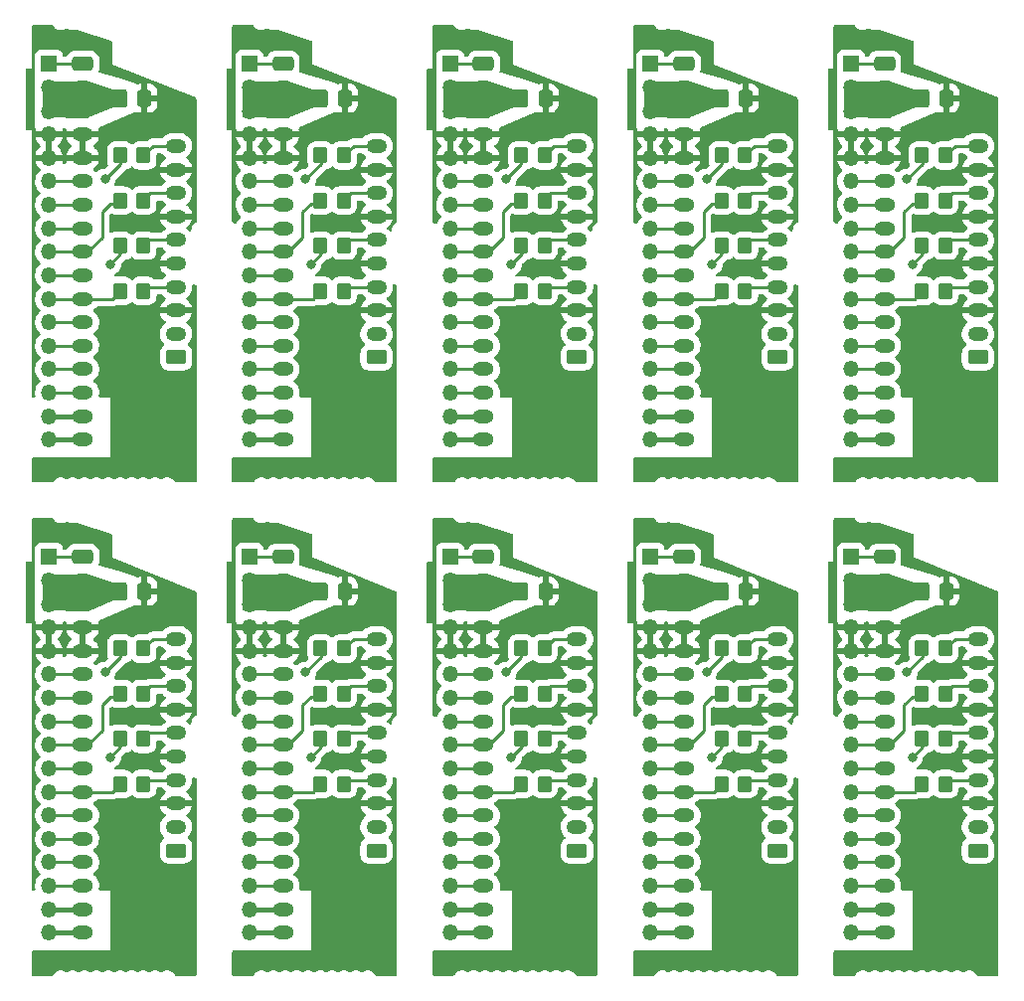
<source format=gbr>
%TF.GenerationSoftware,KiCad,Pcbnew,(6.0.1)*%
%TF.CreationDate,2022-07-05T17:23:16-07:00*%
%TF.ProjectId,mu100-dit-connector-board-panelized,6d753130-302d-4646-9974-2d636f6e6e65,rev?*%
%TF.SameCoordinates,Original*%
%TF.FileFunction,Copper,L1,Top*%
%TF.FilePolarity,Positive*%
%FSLAX46Y46*%
G04 Gerber Fmt 4.6, Leading zero omitted, Abs format (unit mm)*
G04 Created by KiCad (PCBNEW (6.0.1)) date 2022-07-05 17:23:16*
%MOMM*%
%LPD*%
G01*
G04 APERTURE LIST*
G04 Aperture macros list*
%AMRoundRect*
0 Rectangle with rounded corners*
0 $1 Rounding radius*
0 $2 $3 $4 $5 $6 $7 $8 $9 X,Y pos of 4 corners*
0 Add a 4 corners polygon primitive as box body*
4,1,4,$2,$3,$4,$5,$6,$7,$8,$9,$2,$3,0*
0 Add four circle primitives for the rounded corners*
1,1,$1+$1,$2,$3*
1,1,$1+$1,$4,$5*
1,1,$1+$1,$6,$7*
1,1,$1+$1,$8,$9*
0 Add four rect primitives between the rounded corners*
20,1,$1+$1,$2,$3,$4,$5,0*
20,1,$1+$1,$4,$5,$6,$7,0*
20,1,$1+$1,$6,$7,$8,$9,0*
20,1,$1+$1,$8,$9,$2,$3,0*%
G04 Aperture macros list end*
%TA.AperFunction,SMDPad,CuDef*%
%ADD10RoundRect,0.250000X-0.350000X-0.450000X0.350000X-0.450000X0.350000X0.450000X-0.350000X0.450000X0*%
%TD*%
%TA.AperFunction,ComponentPad*%
%ADD11R,1.350000X1.350000*%
%TD*%
%TA.AperFunction,ComponentPad*%
%ADD12O,1.350000X1.350000*%
%TD*%
%TA.AperFunction,SMDPad,CuDef*%
%ADD13RoundRect,0.250000X-0.337500X-0.475000X0.337500X-0.475000X0.337500X0.475000X-0.337500X0.475000X0*%
%TD*%
%TA.AperFunction,ComponentPad*%
%ADD14RoundRect,0.250000X-0.650000X0.350000X-0.650000X-0.350000X0.650000X-0.350000X0.650000X0.350000X0*%
%TD*%
%TA.AperFunction,ComponentPad*%
%ADD15O,1.800000X1.200000*%
%TD*%
%TA.AperFunction,ComponentPad*%
%ADD16RoundRect,0.250000X0.625000X-0.350000X0.625000X0.350000X-0.625000X0.350000X-0.625000X-0.350000X0*%
%TD*%
%TA.AperFunction,ComponentPad*%
%ADD17O,1.750000X1.200000*%
%TD*%
%TA.AperFunction,ViaPad*%
%ADD18C,0.800000*%
%TD*%
%TA.AperFunction,Conductor*%
%ADD19C,0.400000*%
%TD*%
%TA.AperFunction,Conductor*%
%ADD20C,0.250000*%
%TD*%
G04 APERTURE END LIST*
D10*
%TO.P,R11,1*%
%TO.N,Board_2-/DACOL*%
X57199000Y-42318332D03*
%TO.P,R11,2*%
%TO.N,Board_2-/SDAT*%
X59199000Y-42318332D03*
%TD*%
%TO.P,R2,1*%
%TO.N,Board_0-/QCLK*%
X23049000Y-38471666D03*
%TO.P,R2,2*%
%TO.N,Board_0-/BICK*%
X25049000Y-38471666D03*
%TD*%
D11*
%TO.P,J1,1,Pin_1*%
%TO.N,Board_5-/RER*%
X16995000Y-68835000D03*
D12*
%TO.P,J1,2,Pin_2*%
%TO.N,Board_5-+5V*%
X16995000Y-70835000D03*
%TO.P,J1,3,Pin_3*%
X16995000Y-72835000D03*
%TO.P,J1,4,Pin_4*%
%TO.N,Board_5-GND*%
X16995000Y-74835000D03*
%TO.P,J1,5,Pin_5*%
X16995000Y-76835000D03*
%TO.P,J1,6,Pin_6*%
%TO.N,Board_5-Net-(J1-Pad6)*%
X16995000Y-78835000D03*
%TO.P,J1,7,Pin_7*%
%TO.N,Board_5-/MEL00*%
X16995000Y-80835000D03*
%TO.P,J1,8,Pin_8*%
%TO.N,Board_5-/SYOD*%
X16995000Y-82835000D03*
%TO.P,J1,9,Pin_9*%
%TO.N,Board_5-/QCLK*%
X16995000Y-84835000D03*
%TO.P,J1,10,Pin_10*%
%TO.N,Board_5-Net-(J1-Pad10)*%
X16995000Y-86835000D03*
%TO.P,J1,11,Pin_11*%
%TO.N,Board_5-/CK256*%
X16995000Y-88835000D03*
%TO.P,J1,12,Pin_12*%
%TO.N,Board_5-/WCLK*%
X16995000Y-90835000D03*
%TO.P,J1,13,Pin_13*%
%TO.N,Board_5-/DACOL*%
X16995000Y-92835000D03*
%TO.P,J1,14,Pin_14*%
%TO.N,Board_5-/REA*%
X16995000Y-94835000D03*
%TO.P,J1,15,Pin_15*%
%TO.N,Board_5-/REB*%
X16995000Y-96835000D03*
%TO.P,J1,16,Pin_16*%
%TO.N,Board_5-GNDA*%
X16995000Y-98835000D03*
%TO.P,J1,17,Pin_17*%
%TO.N,Board_5-+9VA*%
X16995000Y-100835000D03*
%TD*%
D10*
%TO.P,R18,1*%
%TO.N,Board_4-/WCLK*%
X91349000Y-34625000D03*
%TO.P,R18,2*%
%TO.N,Board_4-/LRCK*%
X93349000Y-34625000D03*
%TD*%
D13*
%TO.P,C9,1*%
%TO.N,Board_8-+5V*%
X74286500Y-71755800D03*
%TO.P,C9,2*%
%TO.N,Board_8-GND*%
X76361500Y-71755800D03*
%TD*%
D10*
%TO.P,R34,1*%
%TO.N,Board_8-/WCLK*%
X74274000Y-76625000D03*
%TO.P,R34,2*%
%TO.N,Board_8-/LRCK*%
X76274000Y-76625000D03*
%TD*%
D13*
%TO.P,C6,1*%
%TO.N,Board_5-+5V*%
X23061500Y-71755800D03*
%TO.P,C6,2*%
%TO.N,Board_5-GND*%
X25136500Y-71755800D03*
%TD*%
%TO.P,C5,1*%
%TO.N,Board_4-+5V*%
X91361500Y-29755800D03*
%TO.P,C5,2*%
%TO.N,Board_4-GND*%
X93436500Y-29755800D03*
%TD*%
%TO.P,C8,1*%
%TO.N,Board_7-+5V*%
X57211500Y-71755800D03*
%TO.P,C8,2*%
%TO.N,Board_7-GND*%
X59286500Y-71755800D03*
%TD*%
D10*
%TO.P,R16,1*%
%TO.N,Board_3-/DACOL*%
X74274000Y-42318332D03*
%TO.P,R16,2*%
%TO.N,Board_3-/SDAT*%
X76274000Y-42318332D03*
%TD*%
%TO.P,R22,1*%
%TO.N,Board_5-/WCLK*%
X23049000Y-76625000D03*
%TO.P,R22,2*%
%TO.N,Board_5-/LRCK*%
X25049000Y-76625000D03*
%TD*%
D11*
%TO.P,J1,1,Pin_1*%
%TO.N,Board_0-/RER*%
X16995000Y-26835000D03*
D12*
%TO.P,J1,2,Pin_2*%
%TO.N,Board_0-+5V*%
X16995000Y-28835000D03*
%TO.P,J1,3,Pin_3*%
X16995000Y-30835000D03*
%TO.P,J1,4,Pin_4*%
%TO.N,Board_0-GND*%
X16995000Y-32835000D03*
%TO.P,J1,5,Pin_5*%
X16995000Y-34835000D03*
%TO.P,J1,6,Pin_6*%
%TO.N,Board_0-Net-(J1-Pad6)*%
X16995000Y-36835000D03*
%TO.P,J1,7,Pin_7*%
%TO.N,Board_0-/MEL00*%
X16995000Y-38835000D03*
%TO.P,J1,8,Pin_8*%
%TO.N,Board_0-/SYOD*%
X16995000Y-40835000D03*
%TO.P,J1,9,Pin_9*%
%TO.N,Board_0-/QCLK*%
X16995000Y-42835000D03*
%TO.P,J1,10,Pin_10*%
%TO.N,Board_0-Net-(J1-Pad10)*%
X16995000Y-44835000D03*
%TO.P,J1,11,Pin_11*%
%TO.N,Board_0-/CK256*%
X16995000Y-46835000D03*
%TO.P,J1,12,Pin_12*%
%TO.N,Board_0-/WCLK*%
X16995000Y-48835000D03*
%TO.P,J1,13,Pin_13*%
%TO.N,Board_0-/DACOL*%
X16995000Y-50835000D03*
%TO.P,J1,14,Pin_14*%
%TO.N,Board_0-/REA*%
X16995000Y-52835000D03*
%TO.P,J1,15,Pin_15*%
%TO.N,Board_0-/REB*%
X16995000Y-54835000D03*
%TO.P,J1,16,Pin_16*%
%TO.N,Board_0-GNDA*%
X16995000Y-56835000D03*
%TO.P,J1,17,Pin_17*%
%TO.N,Board_0-+9VA*%
X16995000Y-58835000D03*
%TD*%
D13*
%TO.P,C1,1*%
%TO.N,Board_0-+5V*%
X23061500Y-29755800D03*
%TO.P,C1,2*%
%TO.N,Board_0-GND*%
X25136500Y-29755800D03*
%TD*%
D10*
%TO.P,R31,1*%
%TO.N,Board_7-/QCLK*%
X57199000Y-80471666D03*
%TO.P,R31,2*%
%TO.N,Board_7-/BICK*%
X59199000Y-80471666D03*
%TD*%
%TO.P,R41,1*%
%TO.N,Board_9-/CK256*%
X91349000Y-88165000D03*
%TO.P,R41,2*%
%TO.N,Board_9-/MCLK*%
X93349000Y-88165000D03*
%TD*%
D11*
%TO.P,J1,1,Pin_1*%
%TO.N,Board_9-/RER*%
X85295000Y-68835000D03*
D12*
%TO.P,J1,2,Pin_2*%
%TO.N,Board_9-+5V*%
X85295000Y-70835000D03*
%TO.P,J1,3,Pin_3*%
X85295000Y-72835000D03*
%TO.P,J1,4,Pin_4*%
%TO.N,Board_9-GND*%
X85295000Y-74835000D03*
%TO.P,J1,5,Pin_5*%
X85295000Y-76835000D03*
%TO.P,J1,6,Pin_6*%
%TO.N,Board_9-Net-(J1-Pad6)*%
X85295000Y-78835000D03*
%TO.P,J1,7,Pin_7*%
%TO.N,Board_9-/MEL00*%
X85295000Y-80835000D03*
%TO.P,J1,8,Pin_8*%
%TO.N,Board_9-/SYOD*%
X85295000Y-82835000D03*
%TO.P,J1,9,Pin_9*%
%TO.N,Board_9-/QCLK*%
X85295000Y-84835000D03*
%TO.P,J1,10,Pin_10*%
%TO.N,Board_9-Net-(J1-Pad10)*%
X85295000Y-86835000D03*
%TO.P,J1,11,Pin_11*%
%TO.N,Board_9-/CK256*%
X85295000Y-88835000D03*
%TO.P,J1,12,Pin_12*%
%TO.N,Board_9-/WCLK*%
X85295000Y-90835000D03*
%TO.P,J1,13,Pin_13*%
%TO.N,Board_9-/DACOL*%
X85295000Y-92835000D03*
%TO.P,J1,14,Pin_14*%
%TO.N,Board_9-/REA*%
X85295000Y-94835000D03*
%TO.P,J1,15,Pin_15*%
%TO.N,Board_9-/REB*%
X85295000Y-96835000D03*
%TO.P,J1,16,Pin_16*%
%TO.N,Board_9-GNDA*%
X85295000Y-98835000D03*
%TO.P,J1,17,Pin_17*%
%TO.N,Board_9-+9VA*%
X85295000Y-100835000D03*
%TD*%
D11*
%TO.P,J1,1,Pin_1*%
%TO.N,Board_1-/RER*%
X34070000Y-26835000D03*
D12*
%TO.P,J1,2,Pin_2*%
%TO.N,Board_1-+5V*%
X34070000Y-28835000D03*
%TO.P,J1,3,Pin_3*%
X34070000Y-30835000D03*
%TO.P,J1,4,Pin_4*%
%TO.N,Board_1-GND*%
X34070000Y-32835000D03*
%TO.P,J1,5,Pin_5*%
X34070000Y-34835000D03*
%TO.P,J1,6,Pin_6*%
%TO.N,Board_1-Net-(J1-Pad6)*%
X34070000Y-36835000D03*
%TO.P,J1,7,Pin_7*%
%TO.N,Board_1-/MEL00*%
X34070000Y-38835000D03*
%TO.P,J1,8,Pin_8*%
%TO.N,Board_1-/SYOD*%
X34070000Y-40835000D03*
%TO.P,J1,9,Pin_9*%
%TO.N,Board_1-/QCLK*%
X34070000Y-42835000D03*
%TO.P,J1,10,Pin_10*%
%TO.N,Board_1-Net-(J1-Pad10)*%
X34070000Y-44835000D03*
%TO.P,J1,11,Pin_11*%
%TO.N,Board_1-/CK256*%
X34070000Y-46835000D03*
%TO.P,J1,12,Pin_12*%
%TO.N,Board_1-/WCLK*%
X34070000Y-48835000D03*
%TO.P,J1,13,Pin_13*%
%TO.N,Board_1-/DACOL*%
X34070000Y-50835000D03*
%TO.P,J1,14,Pin_14*%
%TO.N,Board_1-/REA*%
X34070000Y-52835000D03*
%TO.P,J1,15,Pin_15*%
%TO.N,Board_1-/REB*%
X34070000Y-54835000D03*
%TO.P,J1,16,Pin_16*%
%TO.N,Board_1-GNDA*%
X34070000Y-56835000D03*
%TO.P,J1,17,Pin_17*%
%TO.N,Board_1-+9VA*%
X34070000Y-58835000D03*
%TD*%
D10*
%TO.P,R27,1*%
%TO.N,Board_6-/QCLK*%
X40124000Y-80471666D03*
%TO.P,R27,2*%
%TO.N,Board_6-/BICK*%
X42124000Y-80471666D03*
%TD*%
D11*
%TO.P,J1,1,Pin_1*%
%TO.N,Board_3-/RER*%
X68220000Y-26835000D03*
D12*
%TO.P,J1,2,Pin_2*%
%TO.N,Board_3-+5V*%
X68220000Y-28835000D03*
%TO.P,J1,3,Pin_3*%
X68220000Y-30835000D03*
%TO.P,J1,4,Pin_4*%
%TO.N,Board_3-GND*%
X68220000Y-32835000D03*
%TO.P,J1,5,Pin_5*%
X68220000Y-34835000D03*
%TO.P,J1,6,Pin_6*%
%TO.N,Board_3-Net-(J1-Pad6)*%
X68220000Y-36835000D03*
%TO.P,J1,7,Pin_7*%
%TO.N,Board_3-/MEL00*%
X68220000Y-38835000D03*
%TO.P,J1,8,Pin_8*%
%TO.N,Board_3-/SYOD*%
X68220000Y-40835000D03*
%TO.P,J1,9,Pin_9*%
%TO.N,Board_3-/QCLK*%
X68220000Y-42835000D03*
%TO.P,J1,10,Pin_10*%
%TO.N,Board_3-Net-(J1-Pad10)*%
X68220000Y-44835000D03*
%TO.P,J1,11,Pin_11*%
%TO.N,Board_3-/CK256*%
X68220000Y-46835000D03*
%TO.P,J1,12,Pin_12*%
%TO.N,Board_3-/WCLK*%
X68220000Y-48835000D03*
%TO.P,J1,13,Pin_13*%
%TO.N,Board_3-/DACOL*%
X68220000Y-50835000D03*
%TO.P,J1,14,Pin_14*%
%TO.N,Board_3-/REA*%
X68220000Y-52835000D03*
%TO.P,J1,15,Pin_15*%
%TO.N,Board_3-/REB*%
X68220000Y-54835000D03*
%TO.P,J1,16,Pin_16*%
%TO.N,Board_3-GNDA*%
X68220000Y-56835000D03*
%TO.P,J1,17,Pin_17*%
%TO.N,Board_3-+9VA*%
X68220000Y-58835000D03*
%TD*%
D11*
%TO.P,J1,1,Pin_1*%
%TO.N,Board_7-/RER*%
X51145000Y-68835000D03*
D12*
%TO.P,J1,2,Pin_2*%
%TO.N,Board_7-+5V*%
X51145000Y-70835000D03*
%TO.P,J1,3,Pin_3*%
X51145000Y-72835000D03*
%TO.P,J1,4,Pin_4*%
%TO.N,Board_7-GND*%
X51145000Y-74835000D03*
%TO.P,J1,5,Pin_5*%
X51145000Y-76835000D03*
%TO.P,J1,6,Pin_6*%
%TO.N,Board_7-Net-(J1-Pad6)*%
X51145000Y-78835000D03*
%TO.P,J1,7,Pin_7*%
%TO.N,Board_7-/MEL00*%
X51145000Y-80835000D03*
%TO.P,J1,8,Pin_8*%
%TO.N,Board_7-/SYOD*%
X51145000Y-82835000D03*
%TO.P,J1,9,Pin_9*%
%TO.N,Board_7-/QCLK*%
X51145000Y-84835000D03*
%TO.P,J1,10,Pin_10*%
%TO.N,Board_7-Net-(J1-Pad10)*%
X51145000Y-86835000D03*
%TO.P,J1,11,Pin_11*%
%TO.N,Board_7-/CK256*%
X51145000Y-88835000D03*
%TO.P,J1,12,Pin_12*%
%TO.N,Board_7-/WCLK*%
X51145000Y-90835000D03*
%TO.P,J1,13,Pin_13*%
%TO.N,Board_7-/DACOL*%
X51145000Y-92835000D03*
%TO.P,J1,14,Pin_14*%
%TO.N,Board_7-/REA*%
X51145000Y-94835000D03*
%TO.P,J1,15,Pin_15*%
%TO.N,Board_7-/REB*%
X51145000Y-96835000D03*
%TO.P,J1,16,Pin_16*%
%TO.N,Board_7-GNDA*%
X51145000Y-98835000D03*
%TO.P,J1,17,Pin_17*%
%TO.N,Board_7-+9VA*%
X51145000Y-100835000D03*
%TD*%
D10*
%TO.P,R39,1*%
%TO.N,Board_9-/QCLK*%
X91349000Y-80471666D03*
%TO.P,R39,2*%
%TO.N,Board_9-/BICK*%
X93349000Y-80471666D03*
%TD*%
%TO.P,R37,1*%
%TO.N,Board_8-/CK256*%
X74274000Y-88165000D03*
%TO.P,R37,2*%
%TO.N,Board_8-/MCLK*%
X76274000Y-88165000D03*
%TD*%
D11*
%TO.P,J1,1,Pin_1*%
%TO.N,Board_4-/RER*%
X85295000Y-26835000D03*
D12*
%TO.P,J1,2,Pin_2*%
%TO.N,Board_4-+5V*%
X85295000Y-28835000D03*
%TO.P,J1,3,Pin_3*%
X85295000Y-30835000D03*
%TO.P,J1,4,Pin_4*%
%TO.N,Board_4-GND*%
X85295000Y-32835000D03*
%TO.P,J1,5,Pin_5*%
X85295000Y-34835000D03*
%TO.P,J1,6,Pin_6*%
%TO.N,Board_4-Net-(J1-Pad6)*%
X85295000Y-36835000D03*
%TO.P,J1,7,Pin_7*%
%TO.N,Board_4-/MEL00*%
X85295000Y-38835000D03*
%TO.P,J1,8,Pin_8*%
%TO.N,Board_4-/SYOD*%
X85295000Y-40835000D03*
%TO.P,J1,9,Pin_9*%
%TO.N,Board_4-/QCLK*%
X85295000Y-42835000D03*
%TO.P,J1,10,Pin_10*%
%TO.N,Board_4-Net-(J1-Pad10)*%
X85295000Y-44835000D03*
%TO.P,J1,11,Pin_11*%
%TO.N,Board_4-/CK256*%
X85295000Y-46835000D03*
%TO.P,J1,12,Pin_12*%
%TO.N,Board_4-/WCLK*%
X85295000Y-48835000D03*
%TO.P,J1,13,Pin_13*%
%TO.N,Board_4-/DACOL*%
X85295000Y-50835000D03*
%TO.P,J1,14,Pin_14*%
%TO.N,Board_4-/REA*%
X85295000Y-52835000D03*
%TO.P,J1,15,Pin_15*%
%TO.N,Board_4-/REB*%
X85295000Y-54835000D03*
%TO.P,J1,16,Pin_16*%
%TO.N,Board_4-GNDA*%
X85295000Y-56835000D03*
%TO.P,J1,17,Pin_17*%
%TO.N,Board_4-+9VA*%
X85295000Y-58835000D03*
%TD*%
D13*
%TO.P,C7,1*%
%TO.N,Board_6-+5V*%
X40136500Y-71755800D03*
%TO.P,C7,2*%
%TO.N,Board_6-GND*%
X42211500Y-71755800D03*
%TD*%
D10*
%TO.P,R30,1*%
%TO.N,Board_7-/WCLK*%
X57199000Y-76625000D03*
%TO.P,R30,2*%
%TO.N,Board_7-/LRCK*%
X59199000Y-76625000D03*
%TD*%
%TO.P,R28,1*%
%TO.N,Board_6-/DACOL*%
X40124000Y-84318332D03*
%TO.P,R28,2*%
%TO.N,Board_6-/SDAT*%
X42124000Y-84318332D03*
%TD*%
%TO.P,R14,1*%
%TO.N,Board_3-/QCLK*%
X74274000Y-38471666D03*
%TO.P,R14,2*%
%TO.N,Board_3-/BICK*%
X76274000Y-38471666D03*
%TD*%
%TO.P,R24,1*%
%TO.N,Board_5-/DACOL*%
X23049000Y-84318332D03*
%TO.P,R24,2*%
%TO.N,Board_5-/SDAT*%
X25049000Y-84318332D03*
%TD*%
D11*
%TO.P,J1,1,Pin_1*%
%TO.N,Board_2-/RER*%
X51145000Y-26835000D03*
D12*
%TO.P,J1,2,Pin_2*%
%TO.N,Board_2-+5V*%
X51145000Y-28835000D03*
%TO.P,J1,3,Pin_3*%
X51145000Y-30835000D03*
%TO.P,J1,4,Pin_4*%
%TO.N,Board_2-GND*%
X51145000Y-32835000D03*
%TO.P,J1,5,Pin_5*%
X51145000Y-34835000D03*
%TO.P,J1,6,Pin_6*%
%TO.N,Board_2-Net-(J1-Pad6)*%
X51145000Y-36835000D03*
%TO.P,J1,7,Pin_7*%
%TO.N,Board_2-/MEL00*%
X51145000Y-38835000D03*
%TO.P,J1,8,Pin_8*%
%TO.N,Board_2-/SYOD*%
X51145000Y-40835000D03*
%TO.P,J1,9,Pin_9*%
%TO.N,Board_2-/QCLK*%
X51145000Y-42835000D03*
%TO.P,J1,10,Pin_10*%
%TO.N,Board_2-Net-(J1-Pad10)*%
X51145000Y-44835000D03*
%TO.P,J1,11,Pin_11*%
%TO.N,Board_2-/CK256*%
X51145000Y-46835000D03*
%TO.P,J1,12,Pin_12*%
%TO.N,Board_2-/WCLK*%
X51145000Y-48835000D03*
%TO.P,J1,13,Pin_13*%
%TO.N,Board_2-/DACOL*%
X51145000Y-50835000D03*
%TO.P,J1,14,Pin_14*%
%TO.N,Board_2-/REA*%
X51145000Y-52835000D03*
%TO.P,J1,15,Pin_15*%
%TO.N,Board_2-/REB*%
X51145000Y-54835000D03*
%TO.P,J1,16,Pin_16*%
%TO.N,Board_2-GNDA*%
X51145000Y-56835000D03*
%TO.P,J1,17,Pin_17*%
%TO.N,Board_2-+9VA*%
X51145000Y-58835000D03*
%TD*%
D10*
%TO.P,R36,1*%
%TO.N,Board_8-/DACOL*%
X74274000Y-84318332D03*
%TO.P,R36,2*%
%TO.N,Board_8-/SDAT*%
X76274000Y-84318332D03*
%TD*%
%TO.P,R35,1*%
%TO.N,Board_8-/QCLK*%
X74274000Y-80471666D03*
%TO.P,R35,2*%
%TO.N,Board_8-/BICK*%
X76274000Y-80471666D03*
%TD*%
%TO.P,R20,1*%
%TO.N,Board_4-/DACOL*%
X91349000Y-42318332D03*
%TO.P,R20,2*%
%TO.N,Board_4-/SDAT*%
X93349000Y-42318332D03*
%TD*%
%TO.P,R10,1*%
%TO.N,Board_2-/QCLK*%
X57199000Y-38471666D03*
%TO.P,R10,2*%
%TO.N,Board_2-/BICK*%
X59199000Y-38471666D03*
%TD*%
%TO.P,R7,1*%
%TO.N,Board_1-/DACOL*%
X40124000Y-42318332D03*
%TO.P,R7,2*%
%TO.N,Board_1-/SDAT*%
X42124000Y-42318332D03*
%TD*%
%TO.P,R9,1*%
%TO.N,Board_2-/WCLK*%
X57199000Y-34625000D03*
%TO.P,R9,2*%
%TO.N,Board_2-/LRCK*%
X59199000Y-34625000D03*
%TD*%
%TO.P,R5,1*%
%TO.N,Board_1-/WCLK*%
X40124000Y-34625000D03*
%TO.P,R5,2*%
%TO.N,Board_1-/LRCK*%
X42124000Y-34625000D03*
%TD*%
%TO.P,R12,1*%
%TO.N,Board_2-/CK256*%
X57199000Y-46165000D03*
%TO.P,R12,2*%
%TO.N,Board_2-/MCLK*%
X59199000Y-46165000D03*
%TD*%
D11*
%TO.P,J1,1,Pin_1*%
%TO.N,Board_8-/RER*%
X68220000Y-68835000D03*
D12*
%TO.P,J1,2,Pin_2*%
%TO.N,Board_8-+5V*%
X68220000Y-70835000D03*
%TO.P,J1,3,Pin_3*%
X68220000Y-72835000D03*
%TO.P,J1,4,Pin_4*%
%TO.N,Board_8-GND*%
X68220000Y-74835000D03*
%TO.P,J1,5,Pin_5*%
X68220000Y-76835000D03*
%TO.P,J1,6,Pin_6*%
%TO.N,Board_8-Net-(J1-Pad6)*%
X68220000Y-78835000D03*
%TO.P,J1,7,Pin_7*%
%TO.N,Board_8-/MEL00*%
X68220000Y-80835000D03*
%TO.P,J1,8,Pin_8*%
%TO.N,Board_8-/SYOD*%
X68220000Y-82835000D03*
%TO.P,J1,9,Pin_9*%
%TO.N,Board_8-/QCLK*%
X68220000Y-84835000D03*
%TO.P,J1,10,Pin_10*%
%TO.N,Board_8-Net-(J1-Pad10)*%
X68220000Y-86835000D03*
%TO.P,J1,11,Pin_11*%
%TO.N,Board_8-/CK256*%
X68220000Y-88835000D03*
%TO.P,J1,12,Pin_12*%
%TO.N,Board_8-/WCLK*%
X68220000Y-90835000D03*
%TO.P,J1,13,Pin_13*%
%TO.N,Board_8-/DACOL*%
X68220000Y-92835000D03*
%TO.P,J1,14,Pin_14*%
%TO.N,Board_8-/REA*%
X68220000Y-94835000D03*
%TO.P,J1,15,Pin_15*%
%TO.N,Board_8-/REB*%
X68220000Y-96835000D03*
%TO.P,J1,16,Pin_16*%
%TO.N,Board_8-GNDA*%
X68220000Y-98835000D03*
%TO.P,J1,17,Pin_17*%
%TO.N,Board_8-+9VA*%
X68220000Y-100835000D03*
%TD*%
D10*
%TO.P,R38,1*%
%TO.N,Board_9-/WCLK*%
X91349000Y-76625000D03*
%TO.P,R38,2*%
%TO.N,Board_9-/LRCK*%
X93349000Y-76625000D03*
%TD*%
%TO.P,R26,1*%
%TO.N,Board_6-/WCLK*%
X40124000Y-76625000D03*
%TO.P,R26,2*%
%TO.N,Board_6-/LRCK*%
X42124000Y-76625000D03*
%TD*%
%TO.P,R21,1*%
%TO.N,Board_4-/CK256*%
X91349000Y-46165000D03*
%TO.P,R21,2*%
%TO.N,Board_4-/MCLK*%
X93349000Y-46165000D03*
%TD*%
D13*
%TO.P,C10,1*%
%TO.N,Board_9-+5V*%
X91361500Y-71755800D03*
%TO.P,C10,2*%
%TO.N,Board_9-GND*%
X93436500Y-71755800D03*
%TD*%
%TO.P,C4,1*%
%TO.N,Board_3-+5V*%
X74286500Y-29755800D03*
%TO.P,C4,2*%
%TO.N,Board_3-GND*%
X76361500Y-29755800D03*
%TD*%
%TO.P,C2,1*%
%TO.N,Board_1-+5V*%
X40136500Y-29755800D03*
%TO.P,C2,2*%
%TO.N,Board_1-GND*%
X42211500Y-29755800D03*
%TD*%
D10*
%TO.P,R6,1*%
%TO.N,Board_1-/QCLK*%
X40124000Y-38471666D03*
%TO.P,R6,2*%
%TO.N,Board_1-/BICK*%
X42124000Y-38471666D03*
%TD*%
%TO.P,R29,1*%
%TO.N,Board_6-/CK256*%
X40124000Y-88165000D03*
%TO.P,R29,2*%
%TO.N,Board_6-/MCLK*%
X42124000Y-88165000D03*
%TD*%
%TO.P,R33,1*%
%TO.N,Board_7-/CK256*%
X57199000Y-88165000D03*
%TO.P,R33,2*%
%TO.N,Board_7-/MCLK*%
X59199000Y-88165000D03*
%TD*%
%TO.P,R1,1*%
%TO.N,Board_0-/CK256*%
X23049000Y-46165000D03*
%TO.P,R1,2*%
%TO.N,Board_0-/MCLK*%
X25049000Y-46165000D03*
%TD*%
%TO.P,R23,1*%
%TO.N,Board_5-/QCLK*%
X23049000Y-80471666D03*
%TO.P,R23,2*%
%TO.N,Board_5-/BICK*%
X25049000Y-80471666D03*
%TD*%
%TO.P,R17,1*%
%TO.N,Board_3-/CK256*%
X74274000Y-46165000D03*
%TO.P,R17,2*%
%TO.N,Board_3-/MCLK*%
X76274000Y-46165000D03*
%TD*%
%TO.P,R32,1*%
%TO.N,Board_7-/DACOL*%
X57199000Y-84318332D03*
%TO.P,R32,2*%
%TO.N,Board_7-/SDAT*%
X59199000Y-84318332D03*
%TD*%
%TO.P,R25,1*%
%TO.N,Board_5-/CK256*%
X23049000Y-88165000D03*
%TO.P,R25,2*%
%TO.N,Board_5-/MCLK*%
X25049000Y-88165000D03*
%TD*%
%TO.P,R8,1*%
%TO.N,Board_1-/CK256*%
X40124000Y-46165000D03*
%TO.P,R8,2*%
%TO.N,Board_1-/MCLK*%
X42124000Y-46165000D03*
%TD*%
%TO.P,R13,1*%
%TO.N,Board_3-/WCLK*%
X74274000Y-34625000D03*
%TO.P,R13,2*%
%TO.N,Board_3-/LRCK*%
X76274000Y-34625000D03*
%TD*%
%TO.P,R3,1*%
%TO.N,Board_0-/DACOL*%
X23049000Y-42318332D03*
%TO.P,R3,2*%
%TO.N,Board_0-/SDAT*%
X25049000Y-42318332D03*
%TD*%
%TO.P,R4,1*%
%TO.N,Board_0-/WCLK*%
X23049000Y-34625000D03*
%TO.P,R4,2*%
%TO.N,Board_0-/LRCK*%
X25049000Y-34625000D03*
%TD*%
D13*
%TO.P,C3,1*%
%TO.N,Board_2-+5V*%
X57211500Y-29755800D03*
%TO.P,C3,2*%
%TO.N,Board_2-GND*%
X59286500Y-29755800D03*
%TD*%
D11*
%TO.P,J1,1,Pin_1*%
%TO.N,Board_6-/RER*%
X34070000Y-68835000D03*
D12*
%TO.P,J1,2,Pin_2*%
%TO.N,Board_6-+5V*%
X34070000Y-70835000D03*
%TO.P,J1,3,Pin_3*%
X34070000Y-72835000D03*
%TO.P,J1,4,Pin_4*%
%TO.N,Board_6-GND*%
X34070000Y-74835000D03*
%TO.P,J1,5,Pin_5*%
X34070000Y-76835000D03*
%TO.P,J1,6,Pin_6*%
%TO.N,Board_6-Net-(J1-Pad6)*%
X34070000Y-78835000D03*
%TO.P,J1,7,Pin_7*%
%TO.N,Board_6-/MEL00*%
X34070000Y-80835000D03*
%TO.P,J1,8,Pin_8*%
%TO.N,Board_6-/SYOD*%
X34070000Y-82835000D03*
%TO.P,J1,9,Pin_9*%
%TO.N,Board_6-/QCLK*%
X34070000Y-84835000D03*
%TO.P,J1,10,Pin_10*%
%TO.N,Board_6-Net-(J1-Pad10)*%
X34070000Y-86835000D03*
%TO.P,J1,11,Pin_11*%
%TO.N,Board_6-/CK256*%
X34070000Y-88835000D03*
%TO.P,J1,12,Pin_12*%
%TO.N,Board_6-/WCLK*%
X34070000Y-90835000D03*
%TO.P,J1,13,Pin_13*%
%TO.N,Board_6-/DACOL*%
X34070000Y-92835000D03*
%TO.P,J1,14,Pin_14*%
%TO.N,Board_6-/REA*%
X34070000Y-94835000D03*
%TO.P,J1,15,Pin_15*%
%TO.N,Board_6-/REB*%
X34070000Y-96835000D03*
%TO.P,J1,16,Pin_16*%
%TO.N,Board_6-GNDA*%
X34070000Y-98835000D03*
%TO.P,J1,17,Pin_17*%
%TO.N,Board_6-+9VA*%
X34070000Y-100835000D03*
%TD*%
D10*
%TO.P,R19,1*%
%TO.N,Board_4-/QCLK*%
X91349000Y-38471666D03*
%TO.P,R19,2*%
%TO.N,Board_4-/BICK*%
X93349000Y-38471666D03*
%TD*%
%TO.P,R40,1*%
%TO.N,Board_9-/DACOL*%
X91349000Y-84318332D03*
%TO.P,R40,2*%
%TO.N,Board_9-/SDAT*%
X93349000Y-84318332D03*
%TD*%
D14*
%TO.P,J2,1,Pin_1*%
%TO.N,Board_8-/RER*%
X71080000Y-68835000D03*
D15*
%TO.P,J2,2,Pin_2*%
%TO.N,Board_8-+5V*%
X71080000Y-70835000D03*
%TO.P,J2,3,Pin_3*%
X71080000Y-72835000D03*
%TO.P,J2,4,Pin_4*%
%TO.N,Board_8-GND*%
X71080000Y-74835000D03*
%TO.P,J2,5,Pin_5*%
X71080000Y-76835000D03*
%TO.P,J2,6,Pin_6*%
%TO.N,Board_8-Net-(J1-Pad6)*%
X71080000Y-78835000D03*
%TO.P,J2,7,Pin_7*%
%TO.N,Board_8-/MEL00*%
X71080000Y-80835000D03*
%TO.P,J2,8,Pin_8*%
%TO.N,Board_8-/SYOD*%
X71080000Y-82835000D03*
%TO.P,J2,9,Pin_9*%
%TO.N,Board_8-/QCLK*%
X71080000Y-84835000D03*
%TO.P,J2,10,Pin_10*%
%TO.N,Board_8-Net-(J1-Pad10)*%
X71080000Y-86835000D03*
%TO.P,J2,11,Pin_11*%
%TO.N,Board_8-/CK256*%
X71080000Y-88835000D03*
%TO.P,J2,12,Pin_12*%
%TO.N,Board_8-/WCLK*%
X71080000Y-90835000D03*
%TO.P,J2,13,Pin_13*%
%TO.N,Board_8-/DACOL*%
X71080000Y-92835000D03*
%TO.P,J2,14,Pin_14*%
%TO.N,Board_8-/REA*%
X71080000Y-94835000D03*
%TO.P,J2,15,Pin_15*%
%TO.N,Board_8-/REB*%
X71080000Y-96835000D03*
%TO.P,J2,16,Pin_16*%
%TO.N,Board_8-GNDA*%
X71080000Y-98835000D03*
%TO.P,J2,17,Pin_17*%
%TO.N,Board_8-+9VA*%
X71080000Y-100835000D03*
%TD*%
D14*
%TO.P,J2,1,Pin_1*%
%TO.N,Board_9-/RER*%
X88155000Y-68835000D03*
D15*
%TO.P,J2,2,Pin_2*%
%TO.N,Board_9-+5V*%
X88155000Y-70835000D03*
%TO.P,J2,3,Pin_3*%
X88155000Y-72835000D03*
%TO.P,J2,4,Pin_4*%
%TO.N,Board_9-GND*%
X88155000Y-74835000D03*
%TO.P,J2,5,Pin_5*%
X88155000Y-76835000D03*
%TO.P,J2,6,Pin_6*%
%TO.N,Board_9-Net-(J1-Pad6)*%
X88155000Y-78835000D03*
%TO.P,J2,7,Pin_7*%
%TO.N,Board_9-/MEL00*%
X88155000Y-80835000D03*
%TO.P,J2,8,Pin_8*%
%TO.N,Board_9-/SYOD*%
X88155000Y-82835000D03*
%TO.P,J2,9,Pin_9*%
%TO.N,Board_9-/QCLK*%
X88155000Y-84835000D03*
%TO.P,J2,10,Pin_10*%
%TO.N,Board_9-Net-(J1-Pad10)*%
X88155000Y-86835000D03*
%TO.P,J2,11,Pin_11*%
%TO.N,Board_9-/CK256*%
X88155000Y-88835000D03*
%TO.P,J2,12,Pin_12*%
%TO.N,Board_9-/WCLK*%
X88155000Y-90835000D03*
%TO.P,J2,13,Pin_13*%
%TO.N,Board_9-/DACOL*%
X88155000Y-92835000D03*
%TO.P,J2,14,Pin_14*%
%TO.N,Board_9-/REA*%
X88155000Y-94835000D03*
%TO.P,J2,15,Pin_15*%
%TO.N,Board_9-/REB*%
X88155000Y-96835000D03*
%TO.P,J2,16,Pin_16*%
%TO.N,Board_9-GNDA*%
X88155000Y-98835000D03*
%TO.P,J2,17,Pin_17*%
%TO.N,Board_9-+9VA*%
X88155000Y-100835000D03*
%TD*%
D14*
%TO.P,J2,1,Pin_1*%
%TO.N,Board_1-/RER*%
X36930000Y-26835000D03*
D15*
%TO.P,J2,2,Pin_2*%
%TO.N,Board_1-+5V*%
X36930000Y-28835000D03*
%TO.P,J2,3,Pin_3*%
X36930000Y-30835000D03*
%TO.P,J2,4,Pin_4*%
%TO.N,Board_1-GND*%
X36930000Y-32835000D03*
%TO.P,J2,5,Pin_5*%
X36930000Y-34835000D03*
%TO.P,J2,6,Pin_6*%
%TO.N,Board_1-Net-(J1-Pad6)*%
X36930000Y-36835000D03*
%TO.P,J2,7,Pin_7*%
%TO.N,Board_1-/MEL00*%
X36930000Y-38835000D03*
%TO.P,J2,8,Pin_8*%
%TO.N,Board_1-/SYOD*%
X36930000Y-40835000D03*
%TO.P,J2,9,Pin_9*%
%TO.N,Board_1-/QCLK*%
X36930000Y-42835000D03*
%TO.P,J2,10,Pin_10*%
%TO.N,Board_1-Net-(J1-Pad10)*%
X36930000Y-44835000D03*
%TO.P,J2,11,Pin_11*%
%TO.N,Board_1-/CK256*%
X36930000Y-46835000D03*
%TO.P,J2,12,Pin_12*%
%TO.N,Board_1-/WCLK*%
X36930000Y-48835000D03*
%TO.P,J2,13,Pin_13*%
%TO.N,Board_1-/DACOL*%
X36930000Y-50835000D03*
%TO.P,J2,14,Pin_14*%
%TO.N,Board_1-/REA*%
X36930000Y-52835000D03*
%TO.P,J2,15,Pin_15*%
%TO.N,Board_1-/REB*%
X36930000Y-54835000D03*
%TO.P,J2,16,Pin_16*%
%TO.N,Board_1-GNDA*%
X36930000Y-56835000D03*
%TO.P,J2,17,Pin_17*%
%TO.N,Board_1-+9VA*%
X36930000Y-58835000D03*
%TD*%
D16*
%TO.P,J3,1,Pin_1*%
%TO.N,Board_5-unconnected-(J3-Pad1)*%
X27815000Y-93825000D03*
D17*
%TO.P,J3,2,Pin_2*%
%TO.N,Board_5-+5V*%
X27815000Y-91825000D03*
%TO.P,J3,3,Pin_3*%
%TO.N,Board_5-GND*%
X27815000Y-89825000D03*
%TO.P,J3,4,Pin_4*%
%TO.N,Board_5-/MCLK*%
X27815000Y-87825000D03*
%TO.P,J3,5,Pin_5*%
%TO.N,Board_5-GND*%
X27815000Y-85825000D03*
%TO.P,J3,6,Pin_6*%
%TO.N,Board_5-/SDAT*%
X27815000Y-83825000D03*
%TO.P,J3,7,Pin_7*%
%TO.N,Board_5-GND*%
X27815000Y-81825000D03*
%TO.P,J3,8,Pin_8*%
%TO.N,Board_5-/BICK*%
X27815000Y-79825000D03*
%TO.P,J3,9,Pin_9*%
%TO.N,Board_5-GND*%
X27815000Y-77825000D03*
%TO.P,J3,10,Pin_10*%
%TO.N,Board_5-/LRCK*%
X27815000Y-75825000D03*
%TD*%
D16*
%TO.P,J3,1,Pin_1*%
%TO.N,Board_8-unconnected-(J3-Pad1)*%
X79040000Y-93825000D03*
D17*
%TO.P,J3,2,Pin_2*%
%TO.N,Board_8-+5V*%
X79040000Y-91825000D03*
%TO.P,J3,3,Pin_3*%
%TO.N,Board_8-GND*%
X79040000Y-89825000D03*
%TO.P,J3,4,Pin_4*%
%TO.N,Board_8-/MCLK*%
X79040000Y-87825000D03*
%TO.P,J3,5,Pin_5*%
%TO.N,Board_8-GND*%
X79040000Y-85825000D03*
%TO.P,J3,6,Pin_6*%
%TO.N,Board_8-/SDAT*%
X79040000Y-83825000D03*
%TO.P,J3,7,Pin_7*%
%TO.N,Board_8-GND*%
X79040000Y-81825000D03*
%TO.P,J3,8,Pin_8*%
%TO.N,Board_8-/BICK*%
X79040000Y-79825000D03*
%TO.P,J3,9,Pin_9*%
%TO.N,Board_8-GND*%
X79040000Y-77825000D03*
%TO.P,J3,10,Pin_10*%
%TO.N,Board_8-/LRCK*%
X79040000Y-75825000D03*
%TD*%
D16*
%TO.P,J3,1,Pin_1*%
%TO.N,Board_1-unconnected-(J3-Pad1)*%
X44890000Y-51825000D03*
D17*
%TO.P,J3,2,Pin_2*%
%TO.N,Board_1-+5V*%
X44890000Y-49825000D03*
%TO.P,J3,3,Pin_3*%
%TO.N,Board_1-GND*%
X44890000Y-47825000D03*
%TO.P,J3,4,Pin_4*%
%TO.N,Board_1-/MCLK*%
X44890000Y-45825000D03*
%TO.P,J3,5,Pin_5*%
%TO.N,Board_1-GND*%
X44890000Y-43825000D03*
%TO.P,J3,6,Pin_6*%
%TO.N,Board_1-/SDAT*%
X44890000Y-41825000D03*
%TO.P,J3,7,Pin_7*%
%TO.N,Board_1-GND*%
X44890000Y-39825000D03*
%TO.P,J3,8,Pin_8*%
%TO.N,Board_1-/BICK*%
X44890000Y-37825000D03*
%TO.P,J3,9,Pin_9*%
%TO.N,Board_1-GND*%
X44890000Y-35825000D03*
%TO.P,J3,10,Pin_10*%
%TO.N,Board_1-/LRCK*%
X44890000Y-33825000D03*
%TD*%
D16*
%TO.P,J3,1,Pin_1*%
%TO.N,Board_7-unconnected-(J3-Pad1)*%
X61965000Y-93825000D03*
D17*
%TO.P,J3,2,Pin_2*%
%TO.N,Board_7-+5V*%
X61965000Y-91825000D03*
%TO.P,J3,3,Pin_3*%
%TO.N,Board_7-GND*%
X61965000Y-89825000D03*
%TO.P,J3,4,Pin_4*%
%TO.N,Board_7-/MCLK*%
X61965000Y-87825000D03*
%TO.P,J3,5,Pin_5*%
%TO.N,Board_7-GND*%
X61965000Y-85825000D03*
%TO.P,J3,6,Pin_6*%
%TO.N,Board_7-/SDAT*%
X61965000Y-83825000D03*
%TO.P,J3,7,Pin_7*%
%TO.N,Board_7-GND*%
X61965000Y-81825000D03*
%TO.P,J3,8,Pin_8*%
%TO.N,Board_7-/BICK*%
X61965000Y-79825000D03*
%TO.P,J3,9,Pin_9*%
%TO.N,Board_7-GND*%
X61965000Y-77825000D03*
%TO.P,J3,10,Pin_10*%
%TO.N,Board_7-/LRCK*%
X61965000Y-75825000D03*
%TD*%
D14*
%TO.P,J2,1,Pin_1*%
%TO.N,Board_3-/RER*%
X71080000Y-26835000D03*
D15*
%TO.P,J2,2,Pin_2*%
%TO.N,Board_3-+5V*%
X71080000Y-28835000D03*
%TO.P,J2,3,Pin_3*%
X71080000Y-30835000D03*
%TO.P,J2,4,Pin_4*%
%TO.N,Board_3-GND*%
X71080000Y-32835000D03*
%TO.P,J2,5,Pin_5*%
X71080000Y-34835000D03*
%TO.P,J2,6,Pin_6*%
%TO.N,Board_3-Net-(J1-Pad6)*%
X71080000Y-36835000D03*
%TO.P,J2,7,Pin_7*%
%TO.N,Board_3-/MEL00*%
X71080000Y-38835000D03*
%TO.P,J2,8,Pin_8*%
%TO.N,Board_3-/SYOD*%
X71080000Y-40835000D03*
%TO.P,J2,9,Pin_9*%
%TO.N,Board_3-/QCLK*%
X71080000Y-42835000D03*
%TO.P,J2,10,Pin_10*%
%TO.N,Board_3-Net-(J1-Pad10)*%
X71080000Y-44835000D03*
%TO.P,J2,11,Pin_11*%
%TO.N,Board_3-/CK256*%
X71080000Y-46835000D03*
%TO.P,J2,12,Pin_12*%
%TO.N,Board_3-/WCLK*%
X71080000Y-48835000D03*
%TO.P,J2,13,Pin_13*%
%TO.N,Board_3-/DACOL*%
X71080000Y-50835000D03*
%TO.P,J2,14,Pin_14*%
%TO.N,Board_3-/REA*%
X71080000Y-52835000D03*
%TO.P,J2,15,Pin_15*%
%TO.N,Board_3-/REB*%
X71080000Y-54835000D03*
%TO.P,J2,16,Pin_16*%
%TO.N,Board_3-GNDA*%
X71080000Y-56835000D03*
%TO.P,J2,17,Pin_17*%
%TO.N,Board_3-+9VA*%
X71080000Y-58835000D03*
%TD*%
D14*
%TO.P,J2,1,Pin_1*%
%TO.N,Board_2-/RER*%
X54005000Y-26835000D03*
D15*
%TO.P,J2,2,Pin_2*%
%TO.N,Board_2-+5V*%
X54005000Y-28835000D03*
%TO.P,J2,3,Pin_3*%
X54005000Y-30835000D03*
%TO.P,J2,4,Pin_4*%
%TO.N,Board_2-GND*%
X54005000Y-32835000D03*
%TO.P,J2,5,Pin_5*%
X54005000Y-34835000D03*
%TO.P,J2,6,Pin_6*%
%TO.N,Board_2-Net-(J1-Pad6)*%
X54005000Y-36835000D03*
%TO.P,J2,7,Pin_7*%
%TO.N,Board_2-/MEL00*%
X54005000Y-38835000D03*
%TO.P,J2,8,Pin_8*%
%TO.N,Board_2-/SYOD*%
X54005000Y-40835000D03*
%TO.P,J2,9,Pin_9*%
%TO.N,Board_2-/QCLK*%
X54005000Y-42835000D03*
%TO.P,J2,10,Pin_10*%
%TO.N,Board_2-Net-(J1-Pad10)*%
X54005000Y-44835000D03*
%TO.P,J2,11,Pin_11*%
%TO.N,Board_2-/CK256*%
X54005000Y-46835000D03*
%TO.P,J2,12,Pin_12*%
%TO.N,Board_2-/WCLK*%
X54005000Y-48835000D03*
%TO.P,J2,13,Pin_13*%
%TO.N,Board_2-/DACOL*%
X54005000Y-50835000D03*
%TO.P,J2,14,Pin_14*%
%TO.N,Board_2-/REA*%
X54005000Y-52835000D03*
%TO.P,J2,15,Pin_15*%
%TO.N,Board_2-/REB*%
X54005000Y-54835000D03*
%TO.P,J2,16,Pin_16*%
%TO.N,Board_2-GNDA*%
X54005000Y-56835000D03*
%TO.P,J2,17,Pin_17*%
%TO.N,Board_2-+9VA*%
X54005000Y-58835000D03*
%TD*%
D16*
%TO.P,J3,1,Pin_1*%
%TO.N,Board_2-unconnected-(J3-Pad1)*%
X61965000Y-51825000D03*
D17*
%TO.P,J3,2,Pin_2*%
%TO.N,Board_2-+5V*%
X61965000Y-49825000D03*
%TO.P,J3,3,Pin_3*%
%TO.N,Board_2-GND*%
X61965000Y-47825000D03*
%TO.P,J3,4,Pin_4*%
%TO.N,Board_2-/MCLK*%
X61965000Y-45825000D03*
%TO.P,J3,5,Pin_5*%
%TO.N,Board_2-GND*%
X61965000Y-43825000D03*
%TO.P,J3,6,Pin_6*%
%TO.N,Board_2-/SDAT*%
X61965000Y-41825000D03*
%TO.P,J3,7,Pin_7*%
%TO.N,Board_2-GND*%
X61965000Y-39825000D03*
%TO.P,J3,8,Pin_8*%
%TO.N,Board_2-/BICK*%
X61965000Y-37825000D03*
%TO.P,J3,9,Pin_9*%
%TO.N,Board_2-GND*%
X61965000Y-35825000D03*
%TO.P,J3,10,Pin_10*%
%TO.N,Board_2-/LRCK*%
X61965000Y-33825000D03*
%TD*%
D16*
%TO.P,J3,1,Pin_1*%
%TO.N,Board_6-unconnected-(J3-Pad1)*%
X44890000Y-93825000D03*
D17*
%TO.P,J3,2,Pin_2*%
%TO.N,Board_6-+5V*%
X44890000Y-91825000D03*
%TO.P,J3,3,Pin_3*%
%TO.N,Board_6-GND*%
X44890000Y-89825000D03*
%TO.P,J3,4,Pin_4*%
%TO.N,Board_6-/MCLK*%
X44890000Y-87825000D03*
%TO.P,J3,5,Pin_5*%
%TO.N,Board_6-GND*%
X44890000Y-85825000D03*
%TO.P,J3,6,Pin_6*%
%TO.N,Board_6-/SDAT*%
X44890000Y-83825000D03*
%TO.P,J3,7,Pin_7*%
%TO.N,Board_6-GND*%
X44890000Y-81825000D03*
%TO.P,J3,8,Pin_8*%
%TO.N,Board_6-/BICK*%
X44890000Y-79825000D03*
%TO.P,J3,9,Pin_9*%
%TO.N,Board_6-GND*%
X44890000Y-77825000D03*
%TO.P,J3,10,Pin_10*%
%TO.N,Board_6-/LRCK*%
X44890000Y-75825000D03*
%TD*%
D16*
%TO.P,J3,1,Pin_1*%
%TO.N,Board_0-unconnected-(J3-Pad1)*%
X27815000Y-51825000D03*
D17*
%TO.P,J3,2,Pin_2*%
%TO.N,Board_0-+5V*%
X27815000Y-49825000D03*
%TO.P,J3,3,Pin_3*%
%TO.N,Board_0-GND*%
X27815000Y-47825000D03*
%TO.P,J3,4,Pin_4*%
%TO.N,Board_0-/MCLK*%
X27815000Y-45825000D03*
%TO.P,J3,5,Pin_5*%
%TO.N,Board_0-GND*%
X27815000Y-43825000D03*
%TO.P,J3,6,Pin_6*%
%TO.N,Board_0-/SDAT*%
X27815000Y-41825000D03*
%TO.P,J3,7,Pin_7*%
%TO.N,Board_0-GND*%
X27815000Y-39825000D03*
%TO.P,J3,8,Pin_8*%
%TO.N,Board_0-/BICK*%
X27815000Y-37825000D03*
%TO.P,J3,9,Pin_9*%
%TO.N,Board_0-GND*%
X27815000Y-35825000D03*
%TO.P,J3,10,Pin_10*%
%TO.N,Board_0-/LRCK*%
X27815000Y-33825000D03*
%TD*%
D16*
%TO.P,J3,1,Pin_1*%
%TO.N,Board_9-unconnected-(J3-Pad1)*%
X96115000Y-93825000D03*
D17*
%TO.P,J3,2,Pin_2*%
%TO.N,Board_9-+5V*%
X96115000Y-91825000D03*
%TO.P,J3,3,Pin_3*%
%TO.N,Board_9-GND*%
X96115000Y-89825000D03*
%TO.P,J3,4,Pin_4*%
%TO.N,Board_9-/MCLK*%
X96115000Y-87825000D03*
%TO.P,J3,5,Pin_5*%
%TO.N,Board_9-GND*%
X96115000Y-85825000D03*
%TO.P,J3,6,Pin_6*%
%TO.N,Board_9-/SDAT*%
X96115000Y-83825000D03*
%TO.P,J3,7,Pin_7*%
%TO.N,Board_9-GND*%
X96115000Y-81825000D03*
%TO.P,J3,8,Pin_8*%
%TO.N,Board_9-/BICK*%
X96115000Y-79825000D03*
%TO.P,J3,9,Pin_9*%
%TO.N,Board_9-GND*%
X96115000Y-77825000D03*
%TO.P,J3,10,Pin_10*%
%TO.N,Board_9-/LRCK*%
X96115000Y-75825000D03*
%TD*%
D16*
%TO.P,J3,1,Pin_1*%
%TO.N,Board_4-unconnected-(J3-Pad1)*%
X96115000Y-51825000D03*
D17*
%TO.P,J3,2,Pin_2*%
%TO.N,Board_4-+5V*%
X96115000Y-49825000D03*
%TO.P,J3,3,Pin_3*%
%TO.N,Board_4-GND*%
X96115000Y-47825000D03*
%TO.P,J3,4,Pin_4*%
%TO.N,Board_4-/MCLK*%
X96115000Y-45825000D03*
%TO.P,J3,5,Pin_5*%
%TO.N,Board_4-GND*%
X96115000Y-43825000D03*
%TO.P,J3,6,Pin_6*%
%TO.N,Board_4-/SDAT*%
X96115000Y-41825000D03*
%TO.P,J3,7,Pin_7*%
%TO.N,Board_4-GND*%
X96115000Y-39825000D03*
%TO.P,J3,8,Pin_8*%
%TO.N,Board_4-/BICK*%
X96115000Y-37825000D03*
%TO.P,J3,9,Pin_9*%
%TO.N,Board_4-GND*%
X96115000Y-35825000D03*
%TO.P,J3,10,Pin_10*%
%TO.N,Board_4-/LRCK*%
X96115000Y-33825000D03*
%TD*%
D14*
%TO.P,J2,1,Pin_1*%
%TO.N,Board_5-/RER*%
X19855000Y-68835000D03*
D15*
%TO.P,J2,2,Pin_2*%
%TO.N,Board_5-+5V*%
X19855000Y-70835000D03*
%TO.P,J2,3,Pin_3*%
X19855000Y-72835000D03*
%TO.P,J2,4,Pin_4*%
%TO.N,Board_5-GND*%
X19855000Y-74835000D03*
%TO.P,J2,5,Pin_5*%
X19855000Y-76835000D03*
%TO.P,J2,6,Pin_6*%
%TO.N,Board_5-Net-(J1-Pad6)*%
X19855000Y-78835000D03*
%TO.P,J2,7,Pin_7*%
%TO.N,Board_5-/MEL00*%
X19855000Y-80835000D03*
%TO.P,J2,8,Pin_8*%
%TO.N,Board_5-/SYOD*%
X19855000Y-82835000D03*
%TO.P,J2,9,Pin_9*%
%TO.N,Board_5-/QCLK*%
X19855000Y-84835000D03*
%TO.P,J2,10,Pin_10*%
%TO.N,Board_5-Net-(J1-Pad10)*%
X19855000Y-86835000D03*
%TO.P,J2,11,Pin_11*%
%TO.N,Board_5-/CK256*%
X19855000Y-88835000D03*
%TO.P,J2,12,Pin_12*%
%TO.N,Board_5-/WCLK*%
X19855000Y-90835000D03*
%TO.P,J2,13,Pin_13*%
%TO.N,Board_5-/DACOL*%
X19855000Y-92835000D03*
%TO.P,J2,14,Pin_14*%
%TO.N,Board_5-/REA*%
X19855000Y-94835000D03*
%TO.P,J2,15,Pin_15*%
%TO.N,Board_5-/REB*%
X19855000Y-96835000D03*
%TO.P,J2,16,Pin_16*%
%TO.N,Board_5-GNDA*%
X19855000Y-98835000D03*
%TO.P,J2,17,Pin_17*%
%TO.N,Board_5-+9VA*%
X19855000Y-100835000D03*
%TD*%
D16*
%TO.P,J3,1,Pin_1*%
%TO.N,Board_3-unconnected-(J3-Pad1)*%
X79040000Y-51825000D03*
D17*
%TO.P,J3,2,Pin_2*%
%TO.N,Board_3-+5V*%
X79040000Y-49825000D03*
%TO.P,J3,3,Pin_3*%
%TO.N,Board_3-GND*%
X79040000Y-47825000D03*
%TO.P,J3,4,Pin_4*%
%TO.N,Board_3-/MCLK*%
X79040000Y-45825000D03*
%TO.P,J3,5,Pin_5*%
%TO.N,Board_3-GND*%
X79040000Y-43825000D03*
%TO.P,J3,6,Pin_6*%
%TO.N,Board_3-/SDAT*%
X79040000Y-41825000D03*
%TO.P,J3,7,Pin_7*%
%TO.N,Board_3-GND*%
X79040000Y-39825000D03*
%TO.P,J3,8,Pin_8*%
%TO.N,Board_3-/BICK*%
X79040000Y-37825000D03*
%TO.P,J3,9,Pin_9*%
%TO.N,Board_3-GND*%
X79040000Y-35825000D03*
%TO.P,J3,10,Pin_10*%
%TO.N,Board_3-/LRCK*%
X79040000Y-33825000D03*
%TD*%
D14*
%TO.P,J2,1,Pin_1*%
%TO.N,Board_6-/RER*%
X36930000Y-68835000D03*
D15*
%TO.P,J2,2,Pin_2*%
%TO.N,Board_6-+5V*%
X36930000Y-70835000D03*
%TO.P,J2,3,Pin_3*%
X36930000Y-72835000D03*
%TO.P,J2,4,Pin_4*%
%TO.N,Board_6-GND*%
X36930000Y-74835000D03*
%TO.P,J2,5,Pin_5*%
X36930000Y-76835000D03*
%TO.P,J2,6,Pin_6*%
%TO.N,Board_6-Net-(J1-Pad6)*%
X36930000Y-78835000D03*
%TO.P,J2,7,Pin_7*%
%TO.N,Board_6-/MEL00*%
X36930000Y-80835000D03*
%TO.P,J2,8,Pin_8*%
%TO.N,Board_6-/SYOD*%
X36930000Y-82835000D03*
%TO.P,J2,9,Pin_9*%
%TO.N,Board_6-/QCLK*%
X36930000Y-84835000D03*
%TO.P,J2,10,Pin_10*%
%TO.N,Board_6-Net-(J1-Pad10)*%
X36930000Y-86835000D03*
%TO.P,J2,11,Pin_11*%
%TO.N,Board_6-/CK256*%
X36930000Y-88835000D03*
%TO.P,J2,12,Pin_12*%
%TO.N,Board_6-/WCLK*%
X36930000Y-90835000D03*
%TO.P,J2,13,Pin_13*%
%TO.N,Board_6-/DACOL*%
X36930000Y-92835000D03*
%TO.P,J2,14,Pin_14*%
%TO.N,Board_6-/REA*%
X36930000Y-94835000D03*
%TO.P,J2,15,Pin_15*%
%TO.N,Board_6-/REB*%
X36930000Y-96835000D03*
%TO.P,J2,16,Pin_16*%
%TO.N,Board_6-GNDA*%
X36930000Y-98835000D03*
%TO.P,J2,17,Pin_17*%
%TO.N,Board_6-+9VA*%
X36930000Y-100835000D03*
%TD*%
D14*
%TO.P,J2,1,Pin_1*%
%TO.N,Board_7-/RER*%
X54005000Y-68835000D03*
D15*
%TO.P,J2,2,Pin_2*%
%TO.N,Board_7-+5V*%
X54005000Y-70835000D03*
%TO.P,J2,3,Pin_3*%
X54005000Y-72835000D03*
%TO.P,J2,4,Pin_4*%
%TO.N,Board_7-GND*%
X54005000Y-74835000D03*
%TO.P,J2,5,Pin_5*%
X54005000Y-76835000D03*
%TO.P,J2,6,Pin_6*%
%TO.N,Board_7-Net-(J1-Pad6)*%
X54005000Y-78835000D03*
%TO.P,J2,7,Pin_7*%
%TO.N,Board_7-/MEL00*%
X54005000Y-80835000D03*
%TO.P,J2,8,Pin_8*%
%TO.N,Board_7-/SYOD*%
X54005000Y-82835000D03*
%TO.P,J2,9,Pin_9*%
%TO.N,Board_7-/QCLK*%
X54005000Y-84835000D03*
%TO.P,J2,10,Pin_10*%
%TO.N,Board_7-Net-(J1-Pad10)*%
X54005000Y-86835000D03*
%TO.P,J2,11,Pin_11*%
%TO.N,Board_7-/CK256*%
X54005000Y-88835000D03*
%TO.P,J2,12,Pin_12*%
%TO.N,Board_7-/WCLK*%
X54005000Y-90835000D03*
%TO.P,J2,13,Pin_13*%
%TO.N,Board_7-/DACOL*%
X54005000Y-92835000D03*
%TO.P,J2,14,Pin_14*%
%TO.N,Board_7-/REA*%
X54005000Y-94835000D03*
%TO.P,J2,15,Pin_15*%
%TO.N,Board_7-/REB*%
X54005000Y-96835000D03*
%TO.P,J2,16,Pin_16*%
%TO.N,Board_7-GNDA*%
X54005000Y-98835000D03*
%TO.P,J2,17,Pin_17*%
%TO.N,Board_7-+9VA*%
X54005000Y-100835000D03*
%TD*%
D14*
%TO.P,J2,1,Pin_1*%
%TO.N,Board_0-/RER*%
X19855000Y-26835000D03*
D15*
%TO.P,J2,2,Pin_2*%
%TO.N,Board_0-+5V*%
X19855000Y-28835000D03*
%TO.P,J2,3,Pin_3*%
X19855000Y-30835000D03*
%TO.P,J2,4,Pin_4*%
%TO.N,Board_0-GND*%
X19855000Y-32835000D03*
%TO.P,J2,5,Pin_5*%
X19855000Y-34835000D03*
%TO.P,J2,6,Pin_6*%
%TO.N,Board_0-Net-(J1-Pad6)*%
X19855000Y-36835000D03*
%TO.P,J2,7,Pin_7*%
%TO.N,Board_0-/MEL00*%
X19855000Y-38835000D03*
%TO.P,J2,8,Pin_8*%
%TO.N,Board_0-/SYOD*%
X19855000Y-40835000D03*
%TO.P,J2,9,Pin_9*%
%TO.N,Board_0-/QCLK*%
X19855000Y-42835000D03*
%TO.P,J2,10,Pin_10*%
%TO.N,Board_0-Net-(J1-Pad10)*%
X19855000Y-44835000D03*
%TO.P,J2,11,Pin_11*%
%TO.N,Board_0-/CK256*%
X19855000Y-46835000D03*
%TO.P,J2,12,Pin_12*%
%TO.N,Board_0-/WCLK*%
X19855000Y-48835000D03*
%TO.P,J2,13,Pin_13*%
%TO.N,Board_0-/DACOL*%
X19855000Y-50835000D03*
%TO.P,J2,14,Pin_14*%
%TO.N,Board_0-/REA*%
X19855000Y-52835000D03*
%TO.P,J2,15,Pin_15*%
%TO.N,Board_0-/REB*%
X19855000Y-54835000D03*
%TO.P,J2,16,Pin_16*%
%TO.N,Board_0-GNDA*%
X19855000Y-56835000D03*
%TO.P,J2,17,Pin_17*%
%TO.N,Board_0-+9VA*%
X19855000Y-58835000D03*
%TD*%
D14*
%TO.P,J2,1,Pin_1*%
%TO.N,Board_4-/RER*%
X88155000Y-26835000D03*
D15*
%TO.P,J2,2,Pin_2*%
%TO.N,Board_4-+5V*%
X88155000Y-28835000D03*
%TO.P,J2,3,Pin_3*%
X88155000Y-30835000D03*
%TO.P,J2,4,Pin_4*%
%TO.N,Board_4-GND*%
X88155000Y-32835000D03*
%TO.P,J2,5,Pin_5*%
X88155000Y-34835000D03*
%TO.P,J2,6,Pin_6*%
%TO.N,Board_4-Net-(J1-Pad6)*%
X88155000Y-36835000D03*
%TO.P,J2,7,Pin_7*%
%TO.N,Board_4-/MEL00*%
X88155000Y-38835000D03*
%TO.P,J2,8,Pin_8*%
%TO.N,Board_4-/SYOD*%
X88155000Y-40835000D03*
%TO.P,J2,9,Pin_9*%
%TO.N,Board_4-/QCLK*%
X88155000Y-42835000D03*
%TO.P,J2,10,Pin_10*%
%TO.N,Board_4-Net-(J1-Pad10)*%
X88155000Y-44835000D03*
%TO.P,J2,11,Pin_11*%
%TO.N,Board_4-/CK256*%
X88155000Y-46835000D03*
%TO.P,J2,12,Pin_12*%
%TO.N,Board_4-/WCLK*%
X88155000Y-48835000D03*
%TO.P,J2,13,Pin_13*%
%TO.N,Board_4-/DACOL*%
X88155000Y-50835000D03*
%TO.P,J2,14,Pin_14*%
%TO.N,Board_4-/REA*%
X88155000Y-52835000D03*
%TO.P,J2,15,Pin_15*%
%TO.N,Board_4-/REB*%
X88155000Y-54835000D03*
%TO.P,J2,16,Pin_16*%
%TO.N,Board_4-GNDA*%
X88155000Y-56835000D03*
%TO.P,J2,17,Pin_17*%
%TO.N,Board_4-+9VA*%
X88155000Y-58835000D03*
%TD*%
D18*
%TO.N,Board_0-/DACOL*%
X22220200Y-43903600D03*
%TO.N,Board_0-/WCLK*%
X21763000Y-36664600D03*
%TO.N,Board_0-GND*%
X29095000Y-31315000D03*
X27065000Y-30525000D03*
X22035000Y-32395000D03*
X23395000Y-32885000D03*
X25075000Y-32945000D03*
%TO.N,Board_1-/DACOL*%
X39295200Y-43903600D03*
%TO.N,Board_1-/WCLK*%
X38838000Y-36664600D03*
%TO.N,Board_1-GND*%
X42150000Y-32945000D03*
X44140000Y-30525000D03*
X39110000Y-32395000D03*
X46170000Y-31315000D03*
X40470000Y-32885000D03*
%TO.N,Board_2-/DACOL*%
X56370200Y-43903600D03*
%TO.N,Board_2-/WCLK*%
X55913000Y-36664600D03*
%TO.N,Board_2-GND*%
X56185000Y-32395000D03*
X61215000Y-30525000D03*
X59225000Y-32945000D03*
X57545000Y-32885000D03*
X63245000Y-31315000D03*
%TO.N,Board_3-/DACOL*%
X73445200Y-43903600D03*
%TO.N,Board_3-/WCLK*%
X72988000Y-36664600D03*
%TO.N,Board_3-GND*%
X80320000Y-31315000D03*
X74620000Y-32885000D03*
X78290000Y-30525000D03*
X76300000Y-32945000D03*
X73260000Y-32395000D03*
%TO.N,Board_4-/DACOL*%
X90520200Y-43903600D03*
%TO.N,Board_4-/WCLK*%
X90063000Y-36664600D03*
%TO.N,Board_4-GND*%
X90335000Y-32395000D03*
X97395000Y-31315000D03*
X95365000Y-30525000D03*
X91695000Y-32885000D03*
X93375000Y-32945000D03*
%TO.N,Board_5-/DACOL*%
X22220200Y-85903600D03*
%TO.N,Board_5-/WCLK*%
X21763000Y-78664600D03*
%TO.N,Board_5-GND*%
X22035000Y-74395000D03*
X29095000Y-73315000D03*
X25075000Y-74945000D03*
X23395000Y-74885000D03*
X27065000Y-72525000D03*
%TO.N,Board_6-/DACOL*%
X39295200Y-85903600D03*
%TO.N,Board_6-/WCLK*%
X38838000Y-78664600D03*
%TO.N,Board_6-GND*%
X42150000Y-74945000D03*
X46170000Y-73315000D03*
X40470000Y-74885000D03*
X39110000Y-74395000D03*
X44140000Y-72525000D03*
%TO.N,Board_7-/DACOL*%
X56370200Y-85903600D03*
%TO.N,Board_7-/WCLK*%
X55913000Y-78664600D03*
%TO.N,Board_7-GND*%
X61215000Y-72525000D03*
X59225000Y-74945000D03*
X57545000Y-74885000D03*
X63245000Y-73315000D03*
X56185000Y-74395000D03*
%TO.N,Board_8-/DACOL*%
X73445200Y-85903600D03*
%TO.N,Board_8-/WCLK*%
X72988000Y-78664600D03*
%TO.N,Board_8-GND*%
X78290000Y-72525000D03*
X80320000Y-73315000D03*
X76300000Y-74945000D03*
X74620000Y-74885000D03*
X73260000Y-74395000D03*
%TO.N,Board_9-/DACOL*%
X90520200Y-85903600D03*
%TO.N,Board_9-/WCLK*%
X90063000Y-78664600D03*
%TO.N,Board_9-GND*%
X90335000Y-74395000D03*
X95365000Y-72525000D03*
X91695000Y-74885000D03*
X93375000Y-74945000D03*
X97395000Y-73315000D03*
%TD*%
D19*
%TO.N,Board_0-+5V*%
X19855000Y-30835000D02*
X20934200Y-29755800D01*
X20325000Y-30585000D02*
X21154200Y-29755800D01*
X16995000Y-28835000D02*
X16995000Y-30835000D01*
X16995000Y-30835000D02*
X19855000Y-30835000D01*
X20934200Y-29755800D02*
X23061500Y-29755800D01*
X16995000Y-28835000D02*
X19855000Y-28835000D01*
%TO.N,Board_0-+9VA*%
X16995000Y-58835000D02*
X19855000Y-58835000D01*
D20*
%TO.N,Board_0-/BICK*%
X25615000Y-37825000D02*
X27465000Y-37825000D01*
X24705000Y-38735000D02*
X25615000Y-37825000D01*
%TO.N,Board_0-/CK256*%
X22379000Y-46835000D02*
X23049000Y-46165000D01*
X16995000Y-46835000D02*
X19855000Y-46835000D01*
X19855000Y-46835000D02*
X22379000Y-46835000D01*
%TO.N,Board_0-/DACOL*%
X22220200Y-43903600D02*
X23109000Y-43014800D01*
X16995000Y-50835000D02*
X19855000Y-50835000D01*
X23109000Y-43014800D02*
X23109000Y-41955000D01*
%TO.N,Board_0-/LRCK*%
X25049000Y-34625000D02*
X25849000Y-33825000D01*
X25849000Y-33825000D02*
X27465000Y-33825000D01*
%TO.N,Board_0-/MCLK*%
X25015000Y-45825000D02*
X27465000Y-45825000D01*
%TO.N,Board_0-/MEL00*%
X16995000Y-38835000D02*
X19855000Y-38835000D01*
%TO.N,Board_0-/QCLK*%
X22224000Y-38735000D02*
X23079000Y-38735000D01*
X20317000Y-42835000D02*
X21509000Y-41643000D01*
X21509000Y-41643000D02*
X21509000Y-39450000D01*
X19855000Y-42835000D02*
X20317000Y-42835000D01*
X21509000Y-39450000D02*
X22224000Y-38735000D01*
X16995000Y-42835000D02*
X19855000Y-42835000D01*
%TO.N,Board_0-/REA*%
X16995000Y-52835000D02*
X19855000Y-52835000D01*
%TO.N,Board_0-/REB*%
X16995000Y-54835000D02*
X19855000Y-54835000D01*
%TO.N,Board_0-/RER*%
X16995000Y-26835000D02*
X19855000Y-26835000D01*
%TO.N,Board_0-/SDAT*%
X24865000Y-41825000D02*
X27465000Y-41825000D01*
X24735000Y-41955000D02*
X24865000Y-41825000D01*
%TO.N,Board_0-/SYOD*%
X16995000Y-40835000D02*
X19855000Y-40835000D01*
%TO.N,Board_0-/WCLK*%
X23069000Y-35358600D02*
X23069000Y-34625000D01*
X16995000Y-48835000D02*
X19855000Y-48835000D01*
X21763000Y-36664600D02*
X23069000Y-35358600D01*
D19*
%TO.N,Board_0-GNDA*%
X16995000Y-56835000D02*
X19855000Y-56835000D01*
D20*
%TO.N,Board_0-Net-(J1-Pad10)*%
X16995000Y-44835000D02*
X19855000Y-44835000D01*
%TO.N,Board_0-Net-(J1-Pad6)*%
X16995000Y-36835000D02*
X19855000Y-36835000D01*
D19*
%TO.N,Board_1-+5V*%
X34070000Y-30835000D02*
X36930000Y-30835000D01*
X34070000Y-28835000D02*
X36930000Y-28835000D01*
X36930000Y-30835000D02*
X38009200Y-29755800D01*
X37400000Y-30585000D02*
X38229200Y-29755800D01*
X34070000Y-28835000D02*
X34070000Y-30835000D01*
X38009200Y-29755800D02*
X40136500Y-29755800D01*
%TO.N,Board_1-+9VA*%
X34070000Y-58835000D02*
X36930000Y-58835000D01*
D20*
%TO.N,Board_1-/BICK*%
X41780000Y-38735000D02*
X42690000Y-37825000D01*
X42690000Y-37825000D02*
X44540000Y-37825000D01*
%TO.N,Board_1-/CK256*%
X34070000Y-46835000D02*
X36930000Y-46835000D01*
X36930000Y-46835000D02*
X39454000Y-46835000D01*
X39454000Y-46835000D02*
X40124000Y-46165000D01*
%TO.N,Board_1-/DACOL*%
X40184000Y-43014800D02*
X40184000Y-41955000D01*
X39295200Y-43903600D02*
X40184000Y-43014800D01*
X34070000Y-50835000D02*
X36930000Y-50835000D01*
%TO.N,Board_1-/LRCK*%
X42124000Y-34625000D02*
X42924000Y-33825000D01*
X42924000Y-33825000D02*
X44540000Y-33825000D01*
%TO.N,Board_1-/MCLK*%
X42090000Y-45825000D02*
X44540000Y-45825000D01*
%TO.N,Board_1-/MEL00*%
X34070000Y-38835000D02*
X36930000Y-38835000D01*
%TO.N,Board_1-/QCLK*%
X37392000Y-42835000D02*
X38584000Y-41643000D01*
X39299000Y-38735000D02*
X40154000Y-38735000D01*
X36930000Y-42835000D02*
X37392000Y-42835000D01*
X38584000Y-39450000D02*
X39299000Y-38735000D01*
X38584000Y-41643000D02*
X38584000Y-39450000D01*
X34070000Y-42835000D02*
X36930000Y-42835000D01*
%TO.N,Board_1-/REA*%
X34070000Y-52835000D02*
X36930000Y-52835000D01*
%TO.N,Board_1-/REB*%
X34070000Y-54835000D02*
X36930000Y-54835000D01*
%TO.N,Board_1-/RER*%
X34070000Y-26835000D02*
X36930000Y-26835000D01*
%TO.N,Board_1-/SDAT*%
X41940000Y-41825000D02*
X44540000Y-41825000D01*
X41810000Y-41955000D02*
X41940000Y-41825000D01*
%TO.N,Board_1-/SYOD*%
X34070000Y-40835000D02*
X36930000Y-40835000D01*
%TO.N,Board_1-/WCLK*%
X34070000Y-48835000D02*
X36930000Y-48835000D01*
X38838000Y-36664600D02*
X40144000Y-35358600D01*
X40144000Y-35358600D02*
X40144000Y-34625000D01*
D19*
%TO.N,Board_1-GNDA*%
X34070000Y-56835000D02*
X36930000Y-56835000D01*
D20*
%TO.N,Board_1-Net-(J1-Pad10)*%
X34070000Y-44835000D02*
X36930000Y-44835000D01*
%TO.N,Board_1-Net-(J1-Pad6)*%
X34070000Y-36835000D02*
X36930000Y-36835000D01*
D19*
%TO.N,Board_2-+5V*%
X51145000Y-28835000D02*
X51145000Y-30835000D01*
X51145000Y-28835000D02*
X54005000Y-28835000D01*
X51145000Y-30835000D02*
X54005000Y-30835000D01*
X54005000Y-30835000D02*
X55084200Y-29755800D01*
X54475000Y-30585000D02*
X55304200Y-29755800D01*
X55084200Y-29755800D02*
X57211500Y-29755800D01*
%TO.N,Board_2-+9VA*%
X51145000Y-58835000D02*
X54005000Y-58835000D01*
D20*
%TO.N,Board_2-/BICK*%
X58855000Y-38735000D02*
X59765000Y-37825000D01*
X59765000Y-37825000D02*
X61615000Y-37825000D01*
%TO.N,Board_2-/CK256*%
X56529000Y-46835000D02*
X57199000Y-46165000D01*
X51145000Y-46835000D02*
X54005000Y-46835000D01*
X54005000Y-46835000D02*
X56529000Y-46835000D01*
%TO.N,Board_2-/DACOL*%
X51145000Y-50835000D02*
X54005000Y-50835000D01*
X56370200Y-43903600D02*
X57259000Y-43014800D01*
X57259000Y-43014800D02*
X57259000Y-41955000D01*
%TO.N,Board_2-/LRCK*%
X59199000Y-34625000D02*
X59999000Y-33825000D01*
X59999000Y-33825000D02*
X61615000Y-33825000D01*
%TO.N,Board_2-/MCLK*%
X59165000Y-45825000D02*
X61615000Y-45825000D01*
%TO.N,Board_2-/MEL00*%
X51145000Y-38835000D02*
X54005000Y-38835000D01*
%TO.N,Board_2-/QCLK*%
X54467000Y-42835000D02*
X55659000Y-41643000D01*
X51145000Y-42835000D02*
X54005000Y-42835000D01*
X55659000Y-41643000D02*
X55659000Y-39450000D01*
X55659000Y-39450000D02*
X56374000Y-38735000D01*
X54005000Y-42835000D02*
X54467000Y-42835000D01*
X56374000Y-38735000D02*
X57229000Y-38735000D01*
%TO.N,Board_2-/REA*%
X51145000Y-52835000D02*
X54005000Y-52835000D01*
%TO.N,Board_2-/REB*%
X51145000Y-54835000D02*
X54005000Y-54835000D01*
%TO.N,Board_2-/RER*%
X51145000Y-26835000D02*
X54005000Y-26835000D01*
%TO.N,Board_2-/SDAT*%
X58885000Y-41955000D02*
X59015000Y-41825000D01*
X59015000Y-41825000D02*
X61615000Y-41825000D01*
%TO.N,Board_2-/SYOD*%
X51145000Y-40835000D02*
X54005000Y-40835000D01*
%TO.N,Board_2-/WCLK*%
X51145000Y-48835000D02*
X54005000Y-48835000D01*
X57219000Y-35358600D02*
X57219000Y-34625000D01*
X55913000Y-36664600D02*
X57219000Y-35358600D01*
D19*
%TO.N,Board_2-GNDA*%
X51145000Y-56835000D02*
X54005000Y-56835000D01*
D20*
%TO.N,Board_2-Net-(J1-Pad10)*%
X51145000Y-44835000D02*
X54005000Y-44835000D01*
%TO.N,Board_2-Net-(J1-Pad6)*%
X51145000Y-36835000D02*
X54005000Y-36835000D01*
D19*
%TO.N,Board_3-+5V*%
X68220000Y-28835000D02*
X68220000Y-30835000D01*
X68220000Y-28835000D02*
X71080000Y-28835000D01*
X68220000Y-30835000D02*
X71080000Y-30835000D01*
X71550000Y-30585000D02*
X72379200Y-29755800D01*
X71080000Y-30835000D02*
X72159200Y-29755800D01*
X72159200Y-29755800D02*
X74286500Y-29755800D01*
%TO.N,Board_3-+9VA*%
X68220000Y-58835000D02*
X71080000Y-58835000D01*
D20*
%TO.N,Board_3-/BICK*%
X76840000Y-37825000D02*
X78690000Y-37825000D01*
X75930000Y-38735000D02*
X76840000Y-37825000D01*
%TO.N,Board_3-/CK256*%
X73604000Y-46835000D02*
X74274000Y-46165000D01*
X68220000Y-46835000D02*
X71080000Y-46835000D01*
X71080000Y-46835000D02*
X73604000Y-46835000D01*
%TO.N,Board_3-/DACOL*%
X74334000Y-43014800D02*
X74334000Y-41955000D01*
X73445200Y-43903600D02*
X74334000Y-43014800D01*
X68220000Y-50835000D02*
X71080000Y-50835000D01*
%TO.N,Board_3-/LRCK*%
X77074000Y-33825000D02*
X78690000Y-33825000D01*
X76274000Y-34625000D02*
X77074000Y-33825000D01*
%TO.N,Board_3-/MCLK*%
X76240000Y-45825000D02*
X78690000Y-45825000D01*
%TO.N,Board_3-/MEL00*%
X68220000Y-38835000D02*
X71080000Y-38835000D01*
%TO.N,Board_3-/QCLK*%
X71542000Y-42835000D02*
X72734000Y-41643000D01*
X68220000Y-42835000D02*
X71080000Y-42835000D01*
X71080000Y-42835000D02*
X71542000Y-42835000D01*
X73449000Y-38735000D02*
X74304000Y-38735000D01*
X72734000Y-39450000D02*
X73449000Y-38735000D01*
X72734000Y-41643000D02*
X72734000Y-39450000D01*
%TO.N,Board_3-/REA*%
X68220000Y-52835000D02*
X71080000Y-52835000D01*
%TO.N,Board_3-/REB*%
X68220000Y-54835000D02*
X71080000Y-54835000D01*
%TO.N,Board_3-/RER*%
X68220000Y-26835000D02*
X71080000Y-26835000D01*
%TO.N,Board_3-/SDAT*%
X75960000Y-41955000D02*
X76090000Y-41825000D01*
X76090000Y-41825000D02*
X78690000Y-41825000D01*
%TO.N,Board_3-/SYOD*%
X68220000Y-40835000D02*
X71080000Y-40835000D01*
%TO.N,Board_3-/WCLK*%
X74294000Y-35358600D02*
X74294000Y-34625000D01*
X72988000Y-36664600D02*
X74294000Y-35358600D01*
X68220000Y-48835000D02*
X71080000Y-48835000D01*
D19*
%TO.N,Board_3-GNDA*%
X68220000Y-56835000D02*
X71080000Y-56835000D01*
D20*
%TO.N,Board_3-Net-(J1-Pad10)*%
X68220000Y-44835000D02*
X71080000Y-44835000D01*
%TO.N,Board_3-Net-(J1-Pad6)*%
X68220000Y-36835000D02*
X71080000Y-36835000D01*
D19*
%TO.N,Board_4-+5V*%
X85295000Y-28835000D02*
X85295000Y-30835000D01*
X85295000Y-28835000D02*
X88155000Y-28835000D01*
X88625000Y-30585000D02*
X89454200Y-29755800D01*
X89234200Y-29755800D02*
X91361500Y-29755800D01*
X85295000Y-30835000D02*
X88155000Y-30835000D01*
X88155000Y-30835000D02*
X89234200Y-29755800D01*
%TO.N,Board_4-+9VA*%
X85295000Y-58835000D02*
X88155000Y-58835000D01*
D20*
%TO.N,Board_4-/BICK*%
X93915000Y-37825000D02*
X95765000Y-37825000D01*
X93005000Y-38735000D02*
X93915000Y-37825000D01*
%TO.N,Board_4-/CK256*%
X88155000Y-46835000D02*
X90679000Y-46835000D01*
X85295000Y-46835000D02*
X88155000Y-46835000D01*
X90679000Y-46835000D02*
X91349000Y-46165000D01*
%TO.N,Board_4-/DACOL*%
X85295000Y-50835000D02*
X88155000Y-50835000D01*
X91409000Y-43014800D02*
X91409000Y-41955000D01*
X90520200Y-43903600D02*
X91409000Y-43014800D01*
%TO.N,Board_4-/LRCK*%
X93349000Y-34625000D02*
X94149000Y-33825000D01*
X94149000Y-33825000D02*
X95765000Y-33825000D01*
%TO.N,Board_4-/MCLK*%
X93315000Y-45825000D02*
X95765000Y-45825000D01*
%TO.N,Board_4-/MEL00*%
X85295000Y-38835000D02*
X88155000Y-38835000D01*
%TO.N,Board_4-/QCLK*%
X85295000Y-42835000D02*
X88155000Y-42835000D01*
X89809000Y-39450000D02*
X90524000Y-38735000D01*
X89809000Y-41643000D02*
X89809000Y-39450000D01*
X90524000Y-38735000D02*
X91379000Y-38735000D01*
X88617000Y-42835000D02*
X89809000Y-41643000D01*
X88155000Y-42835000D02*
X88617000Y-42835000D01*
%TO.N,Board_4-/REA*%
X85295000Y-52835000D02*
X88155000Y-52835000D01*
%TO.N,Board_4-/REB*%
X85295000Y-54835000D02*
X88155000Y-54835000D01*
%TO.N,Board_4-/RER*%
X85295000Y-26835000D02*
X88155000Y-26835000D01*
%TO.N,Board_4-/SDAT*%
X93035000Y-41955000D02*
X93165000Y-41825000D01*
X93165000Y-41825000D02*
X95765000Y-41825000D01*
%TO.N,Board_4-/SYOD*%
X85295000Y-40835000D02*
X88155000Y-40835000D01*
%TO.N,Board_4-/WCLK*%
X91369000Y-35358600D02*
X91369000Y-34625000D01*
X90063000Y-36664600D02*
X91369000Y-35358600D01*
X85295000Y-48835000D02*
X88155000Y-48835000D01*
D19*
%TO.N,Board_4-GNDA*%
X85295000Y-56835000D02*
X88155000Y-56835000D01*
D20*
%TO.N,Board_4-Net-(J1-Pad10)*%
X85295000Y-44835000D02*
X88155000Y-44835000D01*
%TO.N,Board_4-Net-(J1-Pad6)*%
X85295000Y-36835000D02*
X88155000Y-36835000D01*
D19*
%TO.N,Board_5-+5V*%
X19855000Y-72835000D02*
X20934200Y-71755800D01*
X16995000Y-70835000D02*
X16995000Y-72835000D01*
X16995000Y-70835000D02*
X19855000Y-70835000D01*
X20934200Y-71755800D02*
X23061500Y-71755800D01*
X20325000Y-72585000D02*
X21154200Y-71755800D01*
X16995000Y-72835000D02*
X19855000Y-72835000D01*
%TO.N,Board_5-+9VA*%
X16995000Y-100835000D02*
X19855000Y-100835000D01*
D20*
%TO.N,Board_5-/BICK*%
X25615000Y-79825000D02*
X27465000Y-79825000D01*
X24705000Y-80735000D02*
X25615000Y-79825000D01*
%TO.N,Board_5-/CK256*%
X16995000Y-88835000D02*
X19855000Y-88835000D01*
X22379000Y-88835000D02*
X23049000Y-88165000D01*
X19855000Y-88835000D02*
X22379000Y-88835000D01*
%TO.N,Board_5-/DACOL*%
X23109000Y-85014800D02*
X23109000Y-83955000D01*
X22220200Y-85903600D02*
X23109000Y-85014800D01*
X16995000Y-92835000D02*
X19855000Y-92835000D01*
%TO.N,Board_5-/LRCK*%
X25849000Y-75825000D02*
X27465000Y-75825000D01*
X25049000Y-76625000D02*
X25849000Y-75825000D01*
%TO.N,Board_5-/MCLK*%
X25015000Y-87825000D02*
X27465000Y-87825000D01*
%TO.N,Board_5-/MEL00*%
X16995000Y-80835000D02*
X19855000Y-80835000D01*
%TO.N,Board_5-/QCLK*%
X22224000Y-80735000D02*
X23079000Y-80735000D01*
X21509000Y-83643000D02*
X21509000Y-81450000D01*
X19855000Y-84835000D02*
X20317000Y-84835000D01*
X16995000Y-84835000D02*
X19855000Y-84835000D01*
X21509000Y-81450000D02*
X22224000Y-80735000D01*
X20317000Y-84835000D02*
X21509000Y-83643000D01*
%TO.N,Board_5-/REA*%
X16995000Y-94835000D02*
X19855000Y-94835000D01*
%TO.N,Board_5-/REB*%
X16995000Y-96835000D02*
X19855000Y-96835000D01*
%TO.N,Board_5-/RER*%
X16995000Y-68835000D02*
X19855000Y-68835000D01*
%TO.N,Board_5-/SDAT*%
X24865000Y-83825000D02*
X27465000Y-83825000D01*
X24735000Y-83955000D02*
X24865000Y-83825000D01*
%TO.N,Board_5-/SYOD*%
X16995000Y-82835000D02*
X19855000Y-82835000D01*
%TO.N,Board_5-/WCLK*%
X23069000Y-77358600D02*
X23069000Y-76625000D01*
X21763000Y-78664600D02*
X23069000Y-77358600D01*
X16995000Y-90835000D02*
X19855000Y-90835000D01*
D19*
%TO.N,Board_5-GNDA*%
X16995000Y-98835000D02*
X19855000Y-98835000D01*
D20*
%TO.N,Board_5-Net-(J1-Pad10)*%
X16995000Y-86835000D02*
X19855000Y-86835000D01*
%TO.N,Board_5-Net-(J1-Pad6)*%
X16995000Y-78835000D02*
X19855000Y-78835000D01*
D19*
%TO.N,Board_6-+5V*%
X38009200Y-71755800D02*
X40136500Y-71755800D01*
X34070000Y-72835000D02*
X36930000Y-72835000D01*
X36930000Y-72835000D02*
X38009200Y-71755800D01*
X37400000Y-72585000D02*
X38229200Y-71755800D01*
X34070000Y-70835000D02*
X36930000Y-70835000D01*
X34070000Y-70835000D02*
X34070000Y-72835000D01*
%TO.N,Board_6-+9VA*%
X34070000Y-100835000D02*
X36930000Y-100835000D01*
D20*
%TO.N,Board_6-/BICK*%
X42690000Y-79825000D02*
X44540000Y-79825000D01*
X41780000Y-80735000D02*
X42690000Y-79825000D01*
%TO.N,Board_6-/CK256*%
X34070000Y-88835000D02*
X36930000Y-88835000D01*
X39454000Y-88835000D02*
X40124000Y-88165000D01*
X36930000Y-88835000D02*
X39454000Y-88835000D01*
%TO.N,Board_6-/DACOL*%
X34070000Y-92835000D02*
X36930000Y-92835000D01*
X40184000Y-85014800D02*
X40184000Y-83955000D01*
X39295200Y-85903600D02*
X40184000Y-85014800D01*
%TO.N,Board_6-/LRCK*%
X42924000Y-75825000D02*
X44540000Y-75825000D01*
X42124000Y-76625000D02*
X42924000Y-75825000D01*
%TO.N,Board_6-/MCLK*%
X42090000Y-87825000D02*
X44540000Y-87825000D01*
%TO.N,Board_6-/MEL00*%
X34070000Y-80835000D02*
X36930000Y-80835000D01*
%TO.N,Board_6-/QCLK*%
X36930000Y-84835000D02*
X37392000Y-84835000D01*
X38584000Y-81450000D02*
X39299000Y-80735000D01*
X37392000Y-84835000D02*
X38584000Y-83643000D01*
X34070000Y-84835000D02*
X36930000Y-84835000D01*
X39299000Y-80735000D02*
X40154000Y-80735000D01*
X38584000Y-83643000D02*
X38584000Y-81450000D01*
%TO.N,Board_6-/REA*%
X34070000Y-94835000D02*
X36930000Y-94835000D01*
%TO.N,Board_6-/REB*%
X34070000Y-96835000D02*
X36930000Y-96835000D01*
%TO.N,Board_6-/RER*%
X34070000Y-68835000D02*
X36930000Y-68835000D01*
%TO.N,Board_6-/SDAT*%
X41940000Y-83825000D02*
X44540000Y-83825000D01*
X41810000Y-83955000D02*
X41940000Y-83825000D01*
%TO.N,Board_6-/SYOD*%
X34070000Y-82835000D02*
X36930000Y-82835000D01*
%TO.N,Board_6-/WCLK*%
X40144000Y-77358600D02*
X40144000Y-76625000D01*
X38838000Y-78664600D02*
X40144000Y-77358600D01*
X34070000Y-90835000D02*
X36930000Y-90835000D01*
D19*
%TO.N,Board_6-GNDA*%
X34070000Y-98835000D02*
X36930000Y-98835000D01*
D20*
%TO.N,Board_6-Net-(J1-Pad10)*%
X34070000Y-86835000D02*
X36930000Y-86835000D01*
%TO.N,Board_6-Net-(J1-Pad6)*%
X34070000Y-78835000D02*
X36930000Y-78835000D01*
D19*
%TO.N,Board_7-+5V*%
X54005000Y-72835000D02*
X55084200Y-71755800D01*
X54475000Y-72585000D02*
X55304200Y-71755800D01*
X55084200Y-71755800D02*
X57211500Y-71755800D01*
X51145000Y-70835000D02*
X51145000Y-72835000D01*
X51145000Y-70835000D02*
X54005000Y-70835000D01*
X51145000Y-72835000D02*
X54005000Y-72835000D01*
%TO.N,Board_7-+9VA*%
X51145000Y-100835000D02*
X54005000Y-100835000D01*
D20*
%TO.N,Board_7-/BICK*%
X58855000Y-80735000D02*
X59765000Y-79825000D01*
X59765000Y-79825000D02*
X61615000Y-79825000D01*
%TO.N,Board_7-/CK256*%
X54005000Y-88835000D02*
X56529000Y-88835000D01*
X56529000Y-88835000D02*
X57199000Y-88165000D01*
X51145000Y-88835000D02*
X54005000Y-88835000D01*
%TO.N,Board_7-/DACOL*%
X57259000Y-85014800D02*
X57259000Y-83955000D01*
X51145000Y-92835000D02*
X54005000Y-92835000D01*
X56370200Y-85903600D02*
X57259000Y-85014800D01*
%TO.N,Board_7-/LRCK*%
X59999000Y-75825000D02*
X61615000Y-75825000D01*
X59199000Y-76625000D02*
X59999000Y-75825000D01*
%TO.N,Board_7-/MCLK*%
X59165000Y-87825000D02*
X61615000Y-87825000D01*
%TO.N,Board_7-/MEL00*%
X51145000Y-80835000D02*
X54005000Y-80835000D01*
%TO.N,Board_7-/QCLK*%
X55659000Y-81450000D02*
X56374000Y-80735000D01*
X51145000Y-84835000D02*
X54005000Y-84835000D01*
X55659000Y-83643000D02*
X55659000Y-81450000D01*
X56374000Y-80735000D02*
X57229000Y-80735000D01*
X54467000Y-84835000D02*
X55659000Y-83643000D01*
X54005000Y-84835000D02*
X54467000Y-84835000D01*
%TO.N,Board_7-/REA*%
X51145000Y-94835000D02*
X54005000Y-94835000D01*
%TO.N,Board_7-/REB*%
X51145000Y-96835000D02*
X54005000Y-96835000D01*
%TO.N,Board_7-/RER*%
X51145000Y-68835000D02*
X54005000Y-68835000D01*
%TO.N,Board_7-/SDAT*%
X59015000Y-83825000D02*
X61615000Y-83825000D01*
X58885000Y-83955000D02*
X59015000Y-83825000D01*
%TO.N,Board_7-/SYOD*%
X51145000Y-82835000D02*
X54005000Y-82835000D01*
%TO.N,Board_7-/WCLK*%
X51145000Y-90835000D02*
X54005000Y-90835000D01*
X55913000Y-78664600D02*
X57219000Y-77358600D01*
X57219000Y-77358600D02*
X57219000Y-76625000D01*
D19*
%TO.N,Board_7-GNDA*%
X51145000Y-98835000D02*
X54005000Y-98835000D01*
D20*
%TO.N,Board_7-Net-(J1-Pad10)*%
X51145000Y-86835000D02*
X54005000Y-86835000D01*
%TO.N,Board_7-Net-(J1-Pad6)*%
X51145000Y-78835000D02*
X54005000Y-78835000D01*
D19*
%TO.N,Board_8-+5V*%
X72159200Y-71755800D02*
X74286500Y-71755800D01*
X68220000Y-70835000D02*
X68220000Y-72835000D01*
X68220000Y-72835000D02*
X71080000Y-72835000D01*
X71080000Y-72835000D02*
X72159200Y-71755800D01*
X71550000Y-72585000D02*
X72379200Y-71755800D01*
X68220000Y-70835000D02*
X71080000Y-70835000D01*
%TO.N,Board_8-+9VA*%
X68220000Y-100835000D02*
X71080000Y-100835000D01*
D20*
%TO.N,Board_8-/BICK*%
X75930000Y-80735000D02*
X76840000Y-79825000D01*
X76840000Y-79825000D02*
X78690000Y-79825000D01*
%TO.N,Board_8-/CK256*%
X73604000Y-88835000D02*
X74274000Y-88165000D01*
X71080000Y-88835000D02*
X73604000Y-88835000D01*
X68220000Y-88835000D02*
X71080000Y-88835000D01*
%TO.N,Board_8-/DACOL*%
X74334000Y-85014800D02*
X74334000Y-83955000D01*
X68220000Y-92835000D02*
X71080000Y-92835000D01*
X73445200Y-85903600D02*
X74334000Y-85014800D01*
%TO.N,Board_8-/LRCK*%
X76274000Y-76625000D02*
X77074000Y-75825000D01*
X77074000Y-75825000D02*
X78690000Y-75825000D01*
%TO.N,Board_8-/MCLK*%
X76240000Y-87825000D02*
X78690000Y-87825000D01*
%TO.N,Board_8-/MEL00*%
X68220000Y-80835000D02*
X71080000Y-80835000D01*
%TO.N,Board_8-/QCLK*%
X73449000Y-80735000D02*
X74304000Y-80735000D01*
X72734000Y-81450000D02*
X73449000Y-80735000D01*
X71542000Y-84835000D02*
X72734000Y-83643000D01*
X68220000Y-84835000D02*
X71080000Y-84835000D01*
X71080000Y-84835000D02*
X71542000Y-84835000D01*
X72734000Y-83643000D02*
X72734000Y-81450000D01*
%TO.N,Board_8-/REA*%
X68220000Y-94835000D02*
X71080000Y-94835000D01*
%TO.N,Board_8-/REB*%
X68220000Y-96835000D02*
X71080000Y-96835000D01*
%TO.N,Board_8-/RER*%
X68220000Y-68835000D02*
X71080000Y-68835000D01*
%TO.N,Board_8-/SDAT*%
X75960000Y-83955000D02*
X76090000Y-83825000D01*
X76090000Y-83825000D02*
X78690000Y-83825000D01*
%TO.N,Board_8-/SYOD*%
X68220000Y-82835000D02*
X71080000Y-82835000D01*
%TO.N,Board_8-/WCLK*%
X72988000Y-78664600D02*
X74294000Y-77358600D01*
X74294000Y-77358600D02*
X74294000Y-76625000D01*
X68220000Y-90835000D02*
X71080000Y-90835000D01*
D19*
%TO.N,Board_8-GNDA*%
X68220000Y-98835000D02*
X71080000Y-98835000D01*
D20*
%TO.N,Board_8-Net-(J1-Pad10)*%
X68220000Y-86835000D02*
X71080000Y-86835000D01*
%TO.N,Board_8-Net-(J1-Pad6)*%
X68220000Y-78835000D02*
X71080000Y-78835000D01*
D19*
%TO.N,Board_9-+5V*%
X89234200Y-71755800D02*
X91361500Y-71755800D01*
X88155000Y-72835000D02*
X89234200Y-71755800D01*
X85295000Y-70835000D02*
X88155000Y-70835000D01*
X85295000Y-70835000D02*
X85295000Y-72835000D01*
X88625000Y-72585000D02*
X89454200Y-71755800D01*
X85295000Y-72835000D02*
X88155000Y-72835000D01*
%TO.N,Board_9-+9VA*%
X85295000Y-100835000D02*
X88155000Y-100835000D01*
D20*
%TO.N,Board_9-/BICK*%
X93005000Y-80735000D02*
X93915000Y-79825000D01*
X93915000Y-79825000D02*
X95765000Y-79825000D01*
%TO.N,Board_9-/CK256*%
X85295000Y-88835000D02*
X88155000Y-88835000D01*
X88155000Y-88835000D02*
X90679000Y-88835000D01*
X90679000Y-88835000D02*
X91349000Y-88165000D01*
%TO.N,Board_9-/DACOL*%
X90520200Y-85903600D02*
X91409000Y-85014800D01*
X85295000Y-92835000D02*
X88155000Y-92835000D01*
X91409000Y-85014800D02*
X91409000Y-83955000D01*
%TO.N,Board_9-/LRCK*%
X93349000Y-76625000D02*
X94149000Y-75825000D01*
X94149000Y-75825000D02*
X95765000Y-75825000D01*
%TO.N,Board_9-/MCLK*%
X93315000Y-87825000D02*
X95765000Y-87825000D01*
%TO.N,Board_9-/MEL00*%
X85295000Y-80835000D02*
X88155000Y-80835000D01*
%TO.N,Board_9-/QCLK*%
X85295000Y-84835000D02*
X88155000Y-84835000D01*
X89809000Y-81450000D02*
X90524000Y-80735000D01*
X90524000Y-80735000D02*
X91379000Y-80735000D01*
X89809000Y-83643000D02*
X89809000Y-81450000D01*
X88155000Y-84835000D02*
X88617000Y-84835000D01*
X88617000Y-84835000D02*
X89809000Y-83643000D01*
%TO.N,Board_9-/REA*%
X85295000Y-94835000D02*
X88155000Y-94835000D01*
%TO.N,Board_9-/REB*%
X85295000Y-96835000D02*
X88155000Y-96835000D01*
%TO.N,Board_9-/RER*%
X85295000Y-68835000D02*
X88155000Y-68835000D01*
%TO.N,Board_9-/SDAT*%
X93035000Y-83955000D02*
X93165000Y-83825000D01*
X93165000Y-83825000D02*
X95765000Y-83825000D01*
%TO.N,Board_9-/SYOD*%
X85295000Y-82835000D02*
X88155000Y-82835000D01*
%TO.N,Board_9-/WCLK*%
X91369000Y-77358600D02*
X91369000Y-76625000D01*
X90063000Y-78664600D02*
X91369000Y-77358600D01*
X85295000Y-90835000D02*
X88155000Y-90835000D01*
D19*
%TO.N,Board_9-GNDA*%
X85295000Y-98835000D02*
X88155000Y-98835000D01*
D20*
%TO.N,Board_9-Net-(J1-Pad10)*%
X85295000Y-86835000D02*
X88155000Y-86835000D01*
%TO.N,Board_9-Net-(J1-Pad6)*%
X85295000Y-78835000D02*
X88155000Y-78835000D01*
%TD*%
%TA.AperFunction,Conductor*%
%TO.N,Board_1-GND*%
G36*
X46476100Y-45592697D02*
G01*
X46526285Y-45635333D01*
X46573303Y-45659342D01*
X46624873Y-45708133D01*
X46642000Y-45771557D01*
X46642000Y-62366000D01*
X46621998Y-62434121D01*
X46568342Y-62480614D01*
X46516000Y-62492000D01*
X44900689Y-62492000D01*
X44832568Y-62471998D01*
X44791241Y-62428427D01*
X44791208Y-62428369D01*
X44788343Y-62421636D01*
X44683508Y-62279182D01*
X44677930Y-62274443D01*
X44677927Y-62274440D01*
X44554294Y-62169406D01*
X44554290Y-62169403D01*
X44548715Y-62164667D01*
X44450805Y-62114671D01*
X44397708Y-62087558D01*
X44397706Y-62087557D01*
X44391192Y-62084231D01*
X44384087Y-62082492D01*
X44384083Y-62082491D01*
X44279162Y-62056818D01*
X44219390Y-62042192D01*
X44213788Y-62041844D01*
X44213785Y-62041844D01*
X44210175Y-62041620D01*
X44210165Y-62041620D01*
X44208236Y-62041500D01*
X44080707Y-62041500D01*
X44010964Y-62049631D01*
X43956589Y-62055970D01*
X43956585Y-62055971D01*
X43949319Y-62056818D01*
X43942444Y-62059313D01*
X43942442Y-62059314D01*
X43864633Y-62087558D01*
X43783063Y-62117167D01*
X43776946Y-62121178D01*
X43776939Y-62121181D01*
X43697880Y-62173014D01*
X43629945Y-62193637D01*
X43558887Y-62172469D01*
X43554290Y-62169403D01*
X43548715Y-62164667D01*
X43450805Y-62114671D01*
X43397708Y-62087558D01*
X43397706Y-62087557D01*
X43391192Y-62084231D01*
X43384087Y-62082492D01*
X43384083Y-62082491D01*
X43279162Y-62056818D01*
X43219390Y-62042192D01*
X43213788Y-62041844D01*
X43213785Y-62041844D01*
X43210175Y-62041620D01*
X43210165Y-62041620D01*
X43208236Y-62041500D01*
X43080707Y-62041500D01*
X43010964Y-62049631D01*
X42956589Y-62055970D01*
X42956585Y-62055971D01*
X42949319Y-62056818D01*
X42942444Y-62059313D01*
X42942442Y-62059314D01*
X42864633Y-62087558D01*
X42783063Y-62117167D01*
X42776946Y-62121178D01*
X42776939Y-62121181D01*
X42697880Y-62173014D01*
X42629945Y-62193637D01*
X42558887Y-62172469D01*
X42554290Y-62169403D01*
X42548715Y-62164667D01*
X42450805Y-62114671D01*
X42397708Y-62087558D01*
X42397706Y-62087557D01*
X42391192Y-62084231D01*
X42384087Y-62082492D01*
X42384083Y-62082491D01*
X42279162Y-62056818D01*
X42219390Y-62042192D01*
X42213788Y-62041844D01*
X42213785Y-62041844D01*
X42210175Y-62041620D01*
X42210165Y-62041620D01*
X42208236Y-62041500D01*
X42080707Y-62041500D01*
X42010964Y-62049631D01*
X41956589Y-62055970D01*
X41956585Y-62055971D01*
X41949319Y-62056818D01*
X41942444Y-62059313D01*
X41942442Y-62059314D01*
X41864633Y-62087558D01*
X41783063Y-62117167D01*
X41776946Y-62121178D01*
X41776939Y-62121181D01*
X41697880Y-62173014D01*
X41629945Y-62193637D01*
X41558887Y-62172469D01*
X41554290Y-62169403D01*
X41548715Y-62164667D01*
X41450805Y-62114671D01*
X41397708Y-62087558D01*
X41397706Y-62087557D01*
X41391192Y-62084231D01*
X41384087Y-62082492D01*
X41384083Y-62082491D01*
X41279162Y-62056818D01*
X41219390Y-62042192D01*
X41213788Y-62041844D01*
X41213785Y-62041844D01*
X41210175Y-62041620D01*
X41210165Y-62041620D01*
X41208236Y-62041500D01*
X41080707Y-62041500D01*
X41010964Y-62049631D01*
X40956589Y-62055970D01*
X40956585Y-62055971D01*
X40949319Y-62056818D01*
X40942444Y-62059313D01*
X40942442Y-62059314D01*
X40864633Y-62087558D01*
X40783063Y-62117167D01*
X40776946Y-62121178D01*
X40776939Y-62121181D01*
X40697880Y-62173014D01*
X40629945Y-62193637D01*
X40558887Y-62172469D01*
X40554290Y-62169403D01*
X40548715Y-62164667D01*
X40450805Y-62114671D01*
X40397708Y-62087558D01*
X40397706Y-62087557D01*
X40391192Y-62084231D01*
X40384087Y-62082492D01*
X40384083Y-62082491D01*
X40279162Y-62056818D01*
X40219390Y-62042192D01*
X40213788Y-62041844D01*
X40213785Y-62041844D01*
X40210175Y-62041620D01*
X40210165Y-62041620D01*
X40208236Y-62041500D01*
X40080707Y-62041500D01*
X40010964Y-62049631D01*
X39956589Y-62055970D01*
X39956585Y-62055971D01*
X39949319Y-62056818D01*
X39942444Y-62059313D01*
X39942442Y-62059314D01*
X39864633Y-62087558D01*
X39783063Y-62117167D01*
X39698713Y-62172469D01*
X39683952Y-62182147D01*
X39616017Y-62202770D01*
X39547716Y-62183390D01*
X39533287Y-62172799D01*
X39529294Y-62169407D01*
X39529293Y-62169406D01*
X39523715Y-62164667D01*
X39425805Y-62114671D01*
X39372708Y-62087558D01*
X39372706Y-62087557D01*
X39366192Y-62084231D01*
X39359087Y-62082492D01*
X39359083Y-62082491D01*
X39254162Y-62056818D01*
X39194390Y-62042192D01*
X39188788Y-62041844D01*
X39188785Y-62041844D01*
X39185175Y-62041620D01*
X39185165Y-62041620D01*
X39183236Y-62041500D01*
X39055707Y-62041500D01*
X38985964Y-62049631D01*
X38931589Y-62055970D01*
X38931585Y-62055971D01*
X38924319Y-62056818D01*
X38917444Y-62059313D01*
X38917442Y-62059314D01*
X38839633Y-62087558D01*
X38758063Y-62117167D01*
X38751946Y-62121178D01*
X38751939Y-62121181D01*
X38672880Y-62173014D01*
X38604945Y-62193637D01*
X38533887Y-62172469D01*
X38529290Y-62169403D01*
X38523715Y-62164667D01*
X38425805Y-62114671D01*
X38372708Y-62087558D01*
X38372706Y-62087557D01*
X38366192Y-62084231D01*
X38359087Y-62082492D01*
X38359083Y-62082491D01*
X38254162Y-62056818D01*
X38194390Y-62042192D01*
X38188788Y-62041844D01*
X38188785Y-62041844D01*
X38185175Y-62041620D01*
X38185165Y-62041620D01*
X38183236Y-62041500D01*
X38055707Y-62041500D01*
X37985964Y-62049631D01*
X37931589Y-62055970D01*
X37931585Y-62055971D01*
X37924319Y-62056818D01*
X37917444Y-62059313D01*
X37917442Y-62059314D01*
X37839633Y-62087558D01*
X37758063Y-62117167D01*
X37751946Y-62121178D01*
X37751939Y-62121181D01*
X37672880Y-62173014D01*
X37604945Y-62193637D01*
X37533887Y-62172469D01*
X37529290Y-62169403D01*
X37523715Y-62164667D01*
X37425805Y-62114671D01*
X37372708Y-62087558D01*
X37372706Y-62087557D01*
X37366192Y-62084231D01*
X37359087Y-62082492D01*
X37359083Y-62082491D01*
X37254162Y-62056818D01*
X37194390Y-62042192D01*
X37188788Y-62041844D01*
X37188785Y-62041844D01*
X37185175Y-62041620D01*
X37185165Y-62041620D01*
X37183236Y-62041500D01*
X37055707Y-62041500D01*
X36985964Y-62049631D01*
X36931589Y-62055970D01*
X36931585Y-62055971D01*
X36924319Y-62056818D01*
X36917444Y-62059313D01*
X36917442Y-62059314D01*
X36839633Y-62087558D01*
X36758063Y-62117167D01*
X36751946Y-62121178D01*
X36751939Y-62121181D01*
X36672880Y-62173014D01*
X36604945Y-62193637D01*
X36533887Y-62172469D01*
X36529290Y-62169403D01*
X36523715Y-62164667D01*
X36425805Y-62114671D01*
X36372708Y-62087558D01*
X36372706Y-62087557D01*
X36366192Y-62084231D01*
X36359087Y-62082492D01*
X36359083Y-62082491D01*
X36254162Y-62056818D01*
X36194390Y-62042192D01*
X36188788Y-62041844D01*
X36188785Y-62041844D01*
X36185175Y-62041620D01*
X36185165Y-62041620D01*
X36183236Y-62041500D01*
X36055707Y-62041500D01*
X35985964Y-62049631D01*
X35931589Y-62055970D01*
X35931585Y-62055971D01*
X35924319Y-62056818D01*
X35917444Y-62059313D01*
X35917442Y-62059314D01*
X35839633Y-62087558D01*
X35758063Y-62117167D01*
X35751946Y-62121178D01*
X35751939Y-62121181D01*
X35672880Y-62173014D01*
X35604945Y-62193637D01*
X35533887Y-62172469D01*
X35529290Y-62169403D01*
X35523715Y-62164667D01*
X35425805Y-62114671D01*
X35372708Y-62087558D01*
X35372706Y-62087557D01*
X35366192Y-62084231D01*
X35359087Y-62082492D01*
X35359083Y-62082491D01*
X35254162Y-62056818D01*
X35194390Y-62042192D01*
X35188788Y-62041844D01*
X35188785Y-62041844D01*
X35185175Y-62041620D01*
X35185165Y-62041620D01*
X35183236Y-62041500D01*
X35055707Y-62041500D01*
X34985964Y-62049631D01*
X34931589Y-62055970D01*
X34931585Y-62055971D01*
X34924319Y-62056818D01*
X34917444Y-62059313D01*
X34917442Y-62059314D01*
X34839633Y-62087558D01*
X34758063Y-62117167D01*
X34751946Y-62121178D01*
X34751943Y-62121179D01*
X34641426Y-62193637D01*
X34610148Y-62214144D01*
X34488510Y-62342547D01*
X34445994Y-62415744D01*
X34438129Y-62429285D01*
X34386619Y-62478144D01*
X34329175Y-62492000D01*
X32709000Y-62492000D01*
X32640879Y-62471998D01*
X32594386Y-62418342D01*
X32583000Y-62366000D01*
X32583000Y-60460400D01*
X32603002Y-60392279D01*
X32656658Y-60345786D01*
X32709000Y-60334400D01*
X39313400Y-60334400D01*
X39313400Y-55225000D01*
X38439139Y-55225000D01*
X38371018Y-55204998D01*
X38324525Y-55151342D01*
X38314443Y-55080920D01*
X38341352Y-54895336D01*
X38341352Y-54895333D01*
X38342213Y-54889396D01*
X38332433Y-54678101D01*
X38282875Y-54472466D01*
X38243412Y-54385671D01*
X38197806Y-54285368D01*
X38195326Y-54279913D01*
X38072946Y-54107389D01*
X37920150Y-53961119D01*
X37914255Y-53957312D01*
X37887837Y-53940254D01*
X37841460Y-53886499D01*
X37831507Y-53816203D01*
X37861139Y-53751686D01*
X37878353Y-53735317D01*
X37993202Y-53645102D01*
X37997920Y-53641396D01*
X38001852Y-53636865D01*
X38001855Y-53636862D01*
X38132621Y-53486167D01*
X38136552Y-53481637D01*
X38139552Y-53476451D01*
X38139555Y-53476447D01*
X38239467Y-53303742D01*
X38242473Y-53298546D01*
X38311861Y-53098729D01*
X38335867Y-52933163D01*
X38341352Y-52895336D01*
X38341352Y-52895333D01*
X38342213Y-52889396D01*
X38332433Y-52678101D01*
X38287582Y-52491998D01*
X38284281Y-52478299D01*
X38284280Y-52478297D01*
X38282875Y-52472466D01*
X38243412Y-52385671D01*
X38215511Y-52324308D01*
X38195326Y-52279913D01*
X38072946Y-52107389D01*
X37920150Y-51961119D01*
X37914255Y-51957312D01*
X37887837Y-51940254D01*
X37841460Y-51886499D01*
X37831507Y-51816203D01*
X37861139Y-51751686D01*
X37878353Y-51735317D01*
X37993202Y-51645102D01*
X37997920Y-51641396D01*
X38001852Y-51636865D01*
X38001855Y-51636862D01*
X38132621Y-51486167D01*
X38136552Y-51481637D01*
X38139552Y-51476451D01*
X38139555Y-51476447D01*
X38239467Y-51303742D01*
X38242473Y-51298546D01*
X38311861Y-51098729D01*
X38342213Y-50889396D01*
X38332433Y-50678101D01*
X38282875Y-50472466D01*
X38280139Y-50466447D01*
X38228084Y-50351959D01*
X38195326Y-50279913D01*
X38072946Y-50107389D01*
X37920150Y-49961119D01*
X37914255Y-49957312D01*
X37887837Y-49940254D01*
X37841460Y-49886499D01*
X37831507Y-49816203D01*
X37852450Y-49770604D01*
X43502787Y-49770604D01*
X43512567Y-49981899D01*
X43513971Y-49987724D01*
X43513971Y-49987725D01*
X43543988Y-50112275D01*
X43562125Y-50187534D01*
X43564607Y-50192992D01*
X43564608Y-50192996D01*
X43606608Y-50285368D01*
X43649674Y-50380087D01*
X43772054Y-50552611D01*
X43776381Y-50556753D01*
X43776386Y-50556759D01*
X43867317Y-50643806D01*
X43902694Y-50705361D01*
X43899175Y-50776270D01*
X43857879Y-50834021D01*
X43846496Y-50841965D01*
X43790652Y-50876522D01*
X43665695Y-51001697D01*
X43572885Y-51152262D01*
X43570581Y-51159209D01*
X43522642Y-51303742D01*
X43517203Y-51320139D01*
X43506500Y-51424600D01*
X43506500Y-52225400D01*
X43517474Y-52331166D01*
X43573450Y-52498946D01*
X43666522Y-52649348D01*
X43791697Y-52774305D01*
X43797927Y-52778145D01*
X43797928Y-52778146D01*
X43935090Y-52862694D01*
X43942262Y-52867115D01*
X43991357Y-52883399D01*
X44103611Y-52920632D01*
X44103613Y-52920632D01*
X44110139Y-52922797D01*
X44116975Y-52923497D01*
X44116978Y-52923498D01*
X44160031Y-52927909D01*
X44214600Y-52933500D01*
X45565400Y-52933500D01*
X45568646Y-52933163D01*
X45568650Y-52933163D01*
X45664308Y-52923238D01*
X45664312Y-52923237D01*
X45671166Y-52922526D01*
X45677702Y-52920345D01*
X45677704Y-52920345D01*
X45809806Y-52876272D01*
X45838946Y-52866550D01*
X45989348Y-52773478D01*
X46114305Y-52648303D01*
X46151549Y-52587882D01*
X46203275Y-52503968D01*
X46203276Y-52503966D01*
X46207115Y-52497738D01*
X46262797Y-52329861D01*
X46273500Y-52225400D01*
X46273500Y-51424600D01*
X46262526Y-51318834D01*
X46255758Y-51298546D01*
X46208868Y-51158002D01*
X46206550Y-51151054D01*
X46113478Y-51000652D01*
X45988303Y-50875695D01*
X45936764Y-50843925D01*
X45889271Y-50791154D01*
X45877847Y-50721082D01*
X45906121Y-50655958D01*
X45925045Y-50637582D01*
X45932920Y-50631396D01*
X45936852Y-50626865D01*
X45936855Y-50626862D01*
X46067621Y-50476167D01*
X46071552Y-50471637D01*
X46074552Y-50466451D01*
X46074555Y-50466447D01*
X46174467Y-50293742D01*
X46177473Y-50288546D01*
X46246861Y-50088729D01*
X46265364Y-49961119D01*
X46276352Y-49885336D01*
X46276352Y-49885333D01*
X46277213Y-49879396D01*
X46267433Y-49668101D01*
X46222495Y-49481637D01*
X46219281Y-49468299D01*
X46219280Y-49468297D01*
X46217875Y-49462466D01*
X46202789Y-49429285D01*
X46143345Y-49298546D01*
X46130326Y-49269913D01*
X46007946Y-49097389D01*
X45855150Y-48951119D01*
X45850119Y-48947870D01*
X45850112Y-48947865D01*
X45822393Y-48929967D01*
X45776016Y-48876211D01*
X45766063Y-48805915D01*
X45795696Y-48741398D01*
X45812909Y-48725030D01*
X45927857Y-48634738D01*
X45936506Y-48626501D01*
X46067212Y-48475877D01*
X46074147Y-48466153D01*
X46174010Y-48293533D01*
X46178984Y-48282669D01*
X46244407Y-48094273D01*
X46244648Y-48093284D01*
X46243180Y-48082992D01*
X46229615Y-48079000D01*
X43554598Y-48079000D01*
X43541067Y-48082973D01*
X43539712Y-48092399D01*
X43561194Y-48181537D01*
X43565083Y-48192832D01*
X43647629Y-48374382D01*
X43653576Y-48384724D01*
X43768968Y-48547397D01*
X43776761Y-48556425D01*
X43920831Y-48694342D01*
X43930200Y-48701741D01*
X43957577Y-48719418D01*
X44003955Y-48773172D01*
X44013909Y-48843468D01*
X43984278Y-48907985D01*
X43967063Y-48924356D01*
X43847080Y-49018604D01*
X43843148Y-49023135D01*
X43843145Y-49023138D01*
X43777551Y-49098729D01*
X43708448Y-49178363D01*
X43705448Y-49183549D01*
X43705445Y-49183553D01*
X43677561Y-49231753D01*
X43602527Y-49361454D01*
X43533139Y-49561271D01*
X43502787Y-49770604D01*
X37852450Y-49770604D01*
X37861139Y-49751686D01*
X37878353Y-49735317D01*
X37993202Y-49645102D01*
X37997920Y-49641396D01*
X38001852Y-49636865D01*
X38001855Y-49636862D01*
X38132621Y-49486167D01*
X38136552Y-49481637D01*
X38139552Y-49476451D01*
X38139555Y-49476447D01*
X38239467Y-49303742D01*
X38242473Y-49298546D01*
X38311861Y-49098729D01*
X38333264Y-48951119D01*
X38341352Y-48895336D01*
X38341352Y-48895333D01*
X38342213Y-48889396D01*
X38332433Y-48678101D01*
X38282875Y-48472466D01*
X38243412Y-48385671D01*
X38228084Y-48351959D01*
X38195326Y-48279913D01*
X38072946Y-48107389D01*
X37920150Y-47961119D01*
X37914255Y-47957312D01*
X37887837Y-47940254D01*
X37841460Y-47886499D01*
X37831507Y-47816203D01*
X37861139Y-47751686D01*
X37878353Y-47735317D01*
X37993202Y-47645102D01*
X37997920Y-47641396D01*
X38110275Y-47511918D01*
X38170027Y-47473579D01*
X38205439Y-47468500D01*
X39375233Y-47468500D01*
X39386416Y-47469027D01*
X39393909Y-47470702D01*
X39401835Y-47470453D01*
X39401836Y-47470453D01*
X39461986Y-47468562D01*
X39465945Y-47468500D01*
X39493856Y-47468500D01*
X39497791Y-47468003D01*
X39497856Y-47467995D01*
X39509693Y-47467062D01*
X39541951Y-47466048D01*
X39545970Y-47465922D01*
X39553889Y-47465673D01*
X39573343Y-47460021D01*
X39592700Y-47456013D01*
X39604930Y-47454468D01*
X39604931Y-47454468D01*
X39612797Y-47453474D01*
X39620168Y-47450555D01*
X39620170Y-47450555D01*
X39653912Y-47437196D01*
X39665142Y-47433351D01*
X39699983Y-47423229D01*
X39699984Y-47423229D01*
X39707593Y-47421018D01*
X39714412Y-47416985D01*
X39714417Y-47416983D01*
X39725028Y-47410707D01*
X39742776Y-47402012D01*
X39761617Y-47394552D01*
X39768030Y-47389893D01*
X39769503Y-47389083D01*
X39830200Y-47373500D01*
X40524400Y-47373500D01*
X40527646Y-47373163D01*
X40527650Y-47373163D01*
X40623308Y-47363238D01*
X40623312Y-47363237D01*
X40630166Y-47362526D01*
X40636702Y-47360345D01*
X40636704Y-47360345D01*
X40768806Y-47316272D01*
X40797946Y-47306550D01*
X40948348Y-47213478D01*
X41034784Y-47126891D01*
X41097066Y-47092812D01*
X41167886Y-47097815D01*
X41212976Y-47126736D01*
X41300697Y-47214305D01*
X41306927Y-47218145D01*
X41306928Y-47218146D01*
X41444090Y-47302694D01*
X41451262Y-47307115D01*
X41531005Y-47333564D01*
X41612611Y-47360632D01*
X41612613Y-47360632D01*
X41619139Y-47362797D01*
X41625975Y-47363497D01*
X41625978Y-47363498D01*
X41669031Y-47367909D01*
X41723600Y-47373500D01*
X42524400Y-47373500D01*
X42527646Y-47373163D01*
X42527650Y-47373163D01*
X42623308Y-47363238D01*
X42623312Y-47363237D01*
X42630166Y-47362526D01*
X42636702Y-47360345D01*
X42636704Y-47360345D01*
X42768806Y-47316272D01*
X42797946Y-47306550D01*
X42948348Y-47213478D01*
X43073305Y-47088303D01*
X43114833Y-47020933D01*
X43162275Y-46943968D01*
X43162276Y-46943966D01*
X43166115Y-46937738D01*
X43210511Y-46803887D01*
X43219632Y-46776389D01*
X43219632Y-46776387D01*
X43221797Y-46769861D01*
X43222597Y-46762058D01*
X43228736Y-46702135D01*
X43232500Y-46665400D01*
X43232500Y-46584500D01*
X43252502Y-46516379D01*
X43306158Y-46469886D01*
X43358500Y-46458500D01*
X43640193Y-46458500D01*
X43708314Y-46478502D01*
X43742963Y-46511601D01*
X43768584Y-46547720D01*
X43768587Y-46547724D01*
X43772054Y-46552611D01*
X43924850Y-46698881D01*
X43929881Y-46702130D01*
X43929888Y-46702135D01*
X43957607Y-46720033D01*
X44003984Y-46773789D01*
X44013937Y-46844085D01*
X43984304Y-46908602D01*
X43967091Y-46924970D01*
X43852143Y-47015262D01*
X43843494Y-47023499D01*
X43712788Y-47174123D01*
X43705853Y-47183847D01*
X43605990Y-47356467D01*
X43601016Y-47367331D01*
X43535593Y-47555727D01*
X43535352Y-47556716D01*
X43536820Y-47567008D01*
X43550385Y-47571000D01*
X46225402Y-47571000D01*
X46238933Y-47567027D01*
X46240288Y-47557601D01*
X46218806Y-47468463D01*
X46214917Y-47457168D01*
X46132371Y-47275618D01*
X46126424Y-47265276D01*
X46011032Y-47102603D01*
X46003239Y-47093575D01*
X45859169Y-46955658D01*
X45849800Y-46948259D01*
X45822423Y-46930582D01*
X45776045Y-46876828D01*
X45766091Y-46806532D01*
X45795722Y-46742015D01*
X45812937Y-46725644D01*
X45928202Y-46635102D01*
X45932920Y-46631396D01*
X45936852Y-46626865D01*
X45936855Y-46626862D01*
X46067621Y-46476167D01*
X46071552Y-46471637D01*
X46074552Y-46466451D01*
X46074555Y-46466447D01*
X46174467Y-46293742D01*
X46177473Y-46288546D01*
X46246861Y-46088729D01*
X46265364Y-45961119D01*
X46276352Y-45885336D01*
X46276352Y-45885333D01*
X46277213Y-45879396D01*
X46268657Y-45694549D01*
X46285488Y-45625577D01*
X46336936Y-45576653D01*
X46406668Y-45563311D01*
X46476100Y-45592697D01*
G37*
%TD.AperFunction*%
%TA.AperFunction,Conductor*%
G36*
X43708314Y-42478502D02*
G01*
X43742963Y-42511601D01*
X43768584Y-42547720D01*
X43768587Y-42547724D01*
X43772054Y-42552611D01*
X43924850Y-42698881D01*
X43929881Y-42702130D01*
X43929888Y-42702135D01*
X43957607Y-42720033D01*
X44003984Y-42773789D01*
X44013937Y-42844085D01*
X43984304Y-42908602D01*
X43967091Y-42924970D01*
X43852143Y-43015262D01*
X43843494Y-43023499D01*
X43712788Y-43174123D01*
X43705853Y-43183847D01*
X43605990Y-43356467D01*
X43601016Y-43367331D01*
X43535593Y-43555727D01*
X43535352Y-43556716D01*
X43536820Y-43567008D01*
X43550385Y-43571000D01*
X45018000Y-43571000D01*
X45086121Y-43591002D01*
X45132614Y-43644658D01*
X45144000Y-43697000D01*
X45144000Y-43953000D01*
X45123998Y-44021121D01*
X45070342Y-44067614D01*
X45018000Y-44079000D01*
X43554598Y-44079000D01*
X43541067Y-44082973D01*
X43539712Y-44092399D01*
X43561194Y-44181537D01*
X43565083Y-44192832D01*
X43647629Y-44374382D01*
X43653576Y-44384724D01*
X43768968Y-44547397D01*
X43776761Y-44556425D01*
X43920831Y-44694342D01*
X43930200Y-44701741D01*
X43957577Y-44719418D01*
X44003955Y-44773172D01*
X44013909Y-44843468D01*
X43984278Y-44907985D01*
X43967063Y-44924356D01*
X43847080Y-45018604D01*
X43734725Y-45148082D01*
X43674973Y-45186421D01*
X43639561Y-45191500D01*
X43075367Y-45191500D01*
X43007246Y-45171498D01*
X42986349Y-45154673D01*
X42952483Y-45120866D01*
X42947303Y-45115695D01*
X42919779Y-45098729D01*
X42802968Y-45026725D01*
X42802966Y-45026724D01*
X42796738Y-45022885D01*
X42700001Y-44990799D01*
X42635389Y-44969368D01*
X42635387Y-44969368D01*
X42628861Y-44967203D01*
X42622025Y-44966503D01*
X42622022Y-44966502D01*
X42578969Y-44962091D01*
X42524400Y-44956500D01*
X41723600Y-44956500D01*
X41720354Y-44956837D01*
X41720350Y-44956837D01*
X41624692Y-44966762D01*
X41624688Y-44966763D01*
X41617834Y-44967474D01*
X41611298Y-44969655D01*
X41611296Y-44969655D01*
X41542537Y-44992595D01*
X41450054Y-45023450D01*
X41299652Y-45116522D01*
X41261568Y-45154673D01*
X41213216Y-45203109D01*
X41150934Y-45237188D01*
X41080114Y-45232185D01*
X41035025Y-45203264D01*
X40952483Y-45120866D01*
X40947303Y-45115695D01*
X40919779Y-45098729D01*
X40802968Y-45026725D01*
X40802966Y-45026724D01*
X40796738Y-45022885D01*
X40700001Y-44990799D01*
X40635389Y-44969368D01*
X40635387Y-44969368D01*
X40628861Y-44967203D01*
X40622025Y-44966503D01*
X40622022Y-44966502D01*
X40578969Y-44962091D01*
X40524400Y-44956500D01*
X39756764Y-44956500D01*
X39688643Y-44936498D01*
X39642150Y-44882842D01*
X39632046Y-44812568D01*
X39661540Y-44747988D01*
X39705515Y-44715393D01*
X39745922Y-44697403D01*
X39745924Y-44697402D01*
X39751952Y-44694718D01*
X39906453Y-44582466D01*
X39925241Y-44561600D01*
X40029821Y-44445452D01*
X40029822Y-44445451D01*
X40034240Y-44440544D01*
X40103737Y-44320172D01*
X40126423Y-44280879D01*
X40126424Y-44280878D01*
X40129727Y-44275156D01*
X40188742Y-44093528D01*
X40189852Y-44082973D01*
X40203512Y-43953000D01*
X40206107Y-43928308D01*
X40233120Y-43862651D01*
X40242322Y-43852383D01*
X40541289Y-43553416D01*
X40603601Y-43519390D01*
X40617368Y-43517186D01*
X40630166Y-43515858D01*
X40797946Y-43459882D01*
X40948348Y-43366810D01*
X41034784Y-43280223D01*
X41097066Y-43246144D01*
X41167886Y-43251147D01*
X41212975Y-43280068D01*
X41237460Y-43304510D01*
X41300697Y-43367637D01*
X41306927Y-43371477D01*
X41306928Y-43371478D01*
X41444090Y-43456026D01*
X41451262Y-43460447D01*
X41499501Y-43476447D01*
X41612611Y-43513964D01*
X41612613Y-43513964D01*
X41619139Y-43516129D01*
X41625975Y-43516829D01*
X41625978Y-43516830D01*
X41669031Y-43521241D01*
X41723600Y-43526832D01*
X42524400Y-43526832D01*
X42527646Y-43526495D01*
X42527650Y-43526495D01*
X42623308Y-43516570D01*
X42623312Y-43516569D01*
X42630166Y-43515858D01*
X42636702Y-43513677D01*
X42636704Y-43513677D01*
X42768806Y-43469604D01*
X42797946Y-43459882D01*
X42948348Y-43366810D01*
X43073305Y-43241635D01*
X43083723Y-43224734D01*
X43162275Y-43097300D01*
X43162276Y-43097298D01*
X43166115Y-43091070D01*
X43213483Y-42948259D01*
X43219632Y-42929721D01*
X43219632Y-42929719D01*
X43221797Y-42923193D01*
X43232500Y-42818732D01*
X43232500Y-42584500D01*
X43252502Y-42516379D01*
X43306158Y-42469886D01*
X43358500Y-42458500D01*
X43640193Y-42458500D01*
X43708314Y-42478502D01*
G37*
%TD.AperFunction*%
%TA.AperFunction,Conductor*%
G36*
X34392432Y-23528002D02*
G01*
X34433759Y-23571573D01*
X34433792Y-23571631D01*
X34436657Y-23578364D01*
X34541492Y-23720818D01*
X34547070Y-23725557D01*
X34547073Y-23725560D01*
X34670706Y-23830594D01*
X34670710Y-23830597D01*
X34676285Y-23835333D01*
X34757820Y-23876967D01*
X34827292Y-23912442D01*
X34827294Y-23912443D01*
X34833808Y-23915769D01*
X34840913Y-23917508D01*
X34840917Y-23917509D01*
X34923238Y-23937652D01*
X35005610Y-23957808D01*
X35011212Y-23958156D01*
X35011215Y-23958156D01*
X35014825Y-23958380D01*
X35014835Y-23958380D01*
X35016764Y-23958500D01*
X35144293Y-23958500D01*
X35214036Y-23950369D01*
X35268411Y-23944030D01*
X35268415Y-23944029D01*
X35275681Y-23943182D01*
X35282556Y-23940687D01*
X35282558Y-23940686D01*
X35435061Y-23885329D01*
X35435062Y-23885329D01*
X35441937Y-23882833D01*
X35448054Y-23878822D01*
X35448061Y-23878819D01*
X35527120Y-23826986D01*
X35595055Y-23806363D01*
X35666113Y-23827531D01*
X35670710Y-23830597D01*
X35676285Y-23835333D01*
X35755046Y-23875551D01*
X35827292Y-23912442D01*
X35827294Y-23912443D01*
X35833808Y-23915769D01*
X35840913Y-23917508D01*
X35840917Y-23917509D01*
X35923238Y-23937652D01*
X36005610Y-23957808D01*
X36011212Y-23958156D01*
X36011215Y-23958156D01*
X36014825Y-23958380D01*
X36014835Y-23958380D01*
X36016764Y-23958500D01*
X36144293Y-23958500D01*
X36275681Y-23943182D01*
X36330135Y-23923416D01*
X36400991Y-23918974D01*
X36410080Y-23921395D01*
X39358567Y-24826276D01*
X39417822Y-24865384D01*
X39446527Y-24930319D01*
X39447600Y-24946731D01*
X39447600Y-26911000D01*
X39465992Y-26918278D01*
X46562362Y-29726420D01*
X46618344Y-29770084D01*
X46642000Y-29843580D01*
X46642000Y-40226860D01*
X46621998Y-40294981D01*
X46585085Y-40332232D01*
X46511992Y-40380154D01*
X46460148Y-40414144D01*
X46338510Y-40542547D01*
X46249674Y-40695490D01*
X46247553Y-40702494D01*
X46247551Y-40702498D01*
X46207879Y-40833488D01*
X46198405Y-40864767D01*
X46197952Y-40872072D01*
X46190913Y-40985529D01*
X46166731Y-41052280D01*
X46110300Y-41095362D01*
X46039535Y-41101095D01*
X45978024Y-41068745D01*
X45859480Y-40955264D01*
X45855150Y-40951119D01*
X45850119Y-40947870D01*
X45850112Y-40947865D01*
X45822393Y-40929967D01*
X45776016Y-40876211D01*
X45766063Y-40805915D01*
X45795696Y-40741398D01*
X45812909Y-40725030D01*
X45927857Y-40634738D01*
X45936506Y-40626501D01*
X46067212Y-40475877D01*
X46074147Y-40466153D01*
X46174010Y-40293533D01*
X46178984Y-40282669D01*
X46244407Y-40094273D01*
X46244648Y-40093284D01*
X46243180Y-40082992D01*
X46229615Y-40079000D01*
X43554598Y-40079000D01*
X43541067Y-40082973D01*
X43539712Y-40092399D01*
X43561194Y-40181537D01*
X43565083Y-40192832D01*
X43647629Y-40374382D01*
X43653576Y-40384724D01*
X43768968Y-40547397D01*
X43776761Y-40556425D01*
X43920831Y-40694342D01*
X43930200Y-40701741D01*
X43957577Y-40719418D01*
X44003955Y-40773172D01*
X44013909Y-40843468D01*
X43984278Y-40907985D01*
X43967063Y-40924356D01*
X43847080Y-41018604D01*
X43734725Y-41148082D01*
X43674973Y-41186421D01*
X43639561Y-41191500D01*
X42855439Y-41191500D01*
X42802486Y-41179760D01*
X42796738Y-41176217D01*
X42789792Y-41173913D01*
X42789790Y-41173912D01*
X42635389Y-41122700D01*
X42635387Y-41122700D01*
X42628861Y-41120535D01*
X42622025Y-41119835D01*
X42622022Y-41119834D01*
X42578969Y-41115423D01*
X42524400Y-41109832D01*
X41723600Y-41109832D01*
X41720354Y-41110169D01*
X41720350Y-41110169D01*
X41624692Y-41120094D01*
X41624688Y-41120095D01*
X41617834Y-41120806D01*
X41611298Y-41122987D01*
X41611296Y-41122987D01*
X41479194Y-41167060D01*
X41450054Y-41176782D01*
X41299652Y-41269854D01*
X41217501Y-41352149D01*
X41213216Y-41356441D01*
X41150934Y-41390520D01*
X41080114Y-41385517D01*
X41035025Y-41356596D01*
X40952483Y-41274198D01*
X40947303Y-41269027D01*
X40941072Y-41265186D01*
X40802968Y-41180057D01*
X40802966Y-41180056D01*
X40796738Y-41176217D01*
X40636254Y-41122987D01*
X40635389Y-41122700D01*
X40635387Y-41122700D01*
X40628861Y-41120535D01*
X40622025Y-41119835D01*
X40622022Y-41119834D01*
X40578969Y-41115423D01*
X40524400Y-41109832D01*
X39723600Y-41109832D01*
X39720354Y-41110169D01*
X39720350Y-41110169D01*
X39624692Y-41120094D01*
X39624688Y-41120095D01*
X39617834Y-41120806D01*
X39611298Y-41122987D01*
X39611296Y-41122987D01*
X39479194Y-41167060D01*
X39450054Y-41176782D01*
X39443822Y-41180638D01*
X39443823Y-41180638D01*
X39409803Y-41201690D01*
X39341351Y-41220528D01*
X39273581Y-41199367D01*
X39228010Y-41144926D01*
X39217500Y-41094546D01*
X39217500Y-39764594D01*
X39237502Y-39696473D01*
X39254405Y-39675499D01*
X39297352Y-39632552D01*
X39359664Y-39598526D01*
X39430479Y-39603591D01*
X39439698Y-39607453D01*
X39445030Y-39609940D01*
X39451262Y-39613781D01*
X39458207Y-39616084D01*
X39458210Y-39616086D01*
X39612611Y-39667298D01*
X39612613Y-39667298D01*
X39619139Y-39669463D01*
X39625975Y-39670163D01*
X39625978Y-39670164D01*
X39669031Y-39674575D01*
X39723600Y-39680166D01*
X40524400Y-39680166D01*
X40527646Y-39679829D01*
X40527650Y-39679829D01*
X40623308Y-39669904D01*
X40623312Y-39669903D01*
X40630166Y-39669192D01*
X40636702Y-39667011D01*
X40636704Y-39667011D01*
X40768806Y-39622938D01*
X40797946Y-39613216D01*
X40948348Y-39520144D01*
X41034784Y-39433557D01*
X41097066Y-39399478D01*
X41167886Y-39404481D01*
X41212976Y-39433402D01*
X41300697Y-39520971D01*
X41306927Y-39524811D01*
X41306928Y-39524812D01*
X41444090Y-39609360D01*
X41451262Y-39613781D01*
X41507855Y-39632552D01*
X41612611Y-39667298D01*
X41612613Y-39667298D01*
X41619139Y-39669463D01*
X41625975Y-39670163D01*
X41625978Y-39670164D01*
X41669031Y-39674575D01*
X41723600Y-39680166D01*
X42524400Y-39680166D01*
X42527646Y-39679829D01*
X42527650Y-39679829D01*
X42623308Y-39669904D01*
X42623312Y-39669903D01*
X42630166Y-39669192D01*
X42636702Y-39667011D01*
X42636704Y-39667011D01*
X42768806Y-39622938D01*
X42797946Y-39613216D01*
X42948348Y-39520144D01*
X43073305Y-39394969D01*
X43077146Y-39388738D01*
X43162275Y-39250634D01*
X43162276Y-39250632D01*
X43166115Y-39244404D01*
X43213148Y-39102603D01*
X43219632Y-39083055D01*
X43219632Y-39083053D01*
X43221797Y-39076527D01*
X43232500Y-38972066D01*
X43232500Y-38584500D01*
X43252502Y-38516379D01*
X43306158Y-38469886D01*
X43358500Y-38458500D01*
X43640193Y-38458500D01*
X43708314Y-38478502D01*
X43742963Y-38511601D01*
X43768584Y-38547720D01*
X43768587Y-38547724D01*
X43772054Y-38552611D01*
X43924850Y-38698881D01*
X43929881Y-38702130D01*
X43929888Y-38702135D01*
X43957607Y-38720033D01*
X44003984Y-38773789D01*
X44013937Y-38844085D01*
X43984304Y-38908602D01*
X43967091Y-38924970D01*
X43852143Y-39015262D01*
X43843494Y-39023499D01*
X43712788Y-39174123D01*
X43705853Y-39183847D01*
X43605990Y-39356467D01*
X43601016Y-39367331D01*
X43535593Y-39555727D01*
X43535352Y-39556716D01*
X43536820Y-39567008D01*
X43550385Y-39571000D01*
X46225402Y-39571000D01*
X46238933Y-39567027D01*
X46240288Y-39557601D01*
X46218806Y-39468463D01*
X46214917Y-39457168D01*
X46132371Y-39275618D01*
X46126424Y-39265276D01*
X46011032Y-39102603D01*
X46003239Y-39093575D01*
X45859169Y-38955658D01*
X45849800Y-38948259D01*
X45822423Y-38930582D01*
X45776045Y-38876828D01*
X45766091Y-38806532D01*
X45795722Y-38742015D01*
X45812937Y-38725644D01*
X45928202Y-38635102D01*
X45932920Y-38631396D01*
X45936852Y-38626865D01*
X45936855Y-38626862D01*
X46067621Y-38476167D01*
X46071552Y-38471637D01*
X46074552Y-38466451D01*
X46074555Y-38466447D01*
X46174467Y-38293742D01*
X46177473Y-38288546D01*
X46246861Y-38088729D01*
X46263426Y-37974483D01*
X46276352Y-37885336D01*
X46276352Y-37885333D01*
X46277213Y-37879396D01*
X46267433Y-37668101D01*
X46229314Y-37509930D01*
X46219281Y-37468299D01*
X46219280Y-37468297D01*
X46217875Y-37462466D01*
X46202789Y-37429285D01*
X46155266Y-37324766D01*
X46130326Y-37269913D01*
X46007946Y-37097389D01*
X45855150Y-36951119D01*
X45850119Y-36947870D01*
X45850112Y-36947865D01*
X45822393Y-36929967D01*
X45776016Y-36876211D01*
X45766063Y-36805915D01*
X45795696Y-36741398D01*
X45812909Y-36725030D01*
X45927857Y-36634738D01*
X45936506Y-36626501D01*
X46067212Y-36475877D01*
X46074147Y-36466153D01*
X46174010Y-36293533D01*
X46178984Y-36282669D01*
X46244407Y-36094273D01*
X46244648Y-36093284D01*
X46243180Y-36082992D01*
X46229615Y-36079000D01*
X43554598Y-36079000D01*
X43541067Y-36082973D01*
X43539712Y-36092399D01*
X43561194Y-36181537D01*
X43565083Y-36192832D01*
X43647629Y-36374382D01*
X43653576Y-36384724D01*
X43768968Y-36547397D01*
X43776761Y-36556425D01*
X43920831Y-36694342D01*
X43930200Y-36701741D01*
X43957577Y-36719418D01*
X44003955Y-36773172D01*
X44013909Y-36843468D01*
X43984278Y-36907985D01*
X43967063Y-36924356D01*
X43847080Y-37018604D01*
X43734725Y-37148082D01*
X43674973Y-37186421D01*
X43639561Y-37191500D01*
X42768763Y-37191500D01*
X42757579Y-37190973D01*
X42750091Y-37189299D01*
X42742168Y-37189548D01*
X42682033Y-37191438D01*
X42678075Y-37191500D01*
X42650144Y-37191500D01*
X42646229Y-37191995D01*
X42646225Y-37191995D01*
X42646167Y-37192003D01*
X42646138Y-37192006D01*
X42634296Y-37192939D01*
X42590110Y-37194327D01*
X42572744Y-37199372D01*
X42570658Y-37199978D01*
X42551306Y-37203986D01*
X42544235Y-37204880D01*
X42531203Y-37206526D01*
X42523834Y-37209443D01*
X42523832Y-37209444D01*
X42490097Y-37222800D01*
X42478869Y-37226645D01*
X42436407Y-37238982D01*
X42429584Y-37243017D01*
X42425184Y-37245619D01*
X42361044Y-37263166D01*
X41723600Y-37263166D01*
X41720354Y-37263503D01*
X41720350Y-37263503D01*
X41624692Y-37273428D01*
X41624688Y-37273429D01*
X41617834Y-37274140D01*
X41611298Y-37276321D01*
X41611296Y-37276321D01*
X41479194Y-37320394D01*
X41450054Y-37330116D01*
X41299652Y-37423188D01*
X41294479Y-37428370D01*
X41213216Y-37509775D01*
X41150934Y-37543854D01*
X41080114Y-37538851D01*
X41035025Y-37509930D01*
X40952483Y-37427532D01*
X40947303Y-37422361D01*
X40941072Y-37418520D01*
X40802968Y-37333391D01*
X40802966Y-37333390D01*
X40796738Y-37329551D01*
X40636254Y-37276321D01*
X40635389Y-37276034D01*
X40635387Y-37276034D01*
X40628861Y-37273869D01*
X40622025Y-37273169D01*
X40622022Y-37273168D01*
X40578969Y-37268757D01*
X40524400Y-37263166D01*
X39759701Y-37263166D01*
X39691580Y-37243164D01*
X39645087Y-37189508D01*
X39634983Y-37119234D01*
X39650582Y-37074166D01*
X39669223Y-37041879D01*
X39669224Y-37041878D01*
X39672527Y-37036156D01*
X39731542Y-36854528D01*
X39732705Y-36843468D01*
X39748907Y-36689308D01*
X39775920Y-36623651D01*
X39785122Y-36613382D01*
X40536258Y-35862247D01*
X40544536Y-35854714D01*
X40549942Y-35851283D01*
X40614620Y-35824139D01*
X40623307Y-35823238D01*
X40623310Y-35823237D01*
X40630166Y-35822526D01*
X40636702Y-35820345D01*
X40636704Y-35820345D01*
X40768806Y-35776272D01*
X40797946Y-35766550D01*
X40948348Y-35673478D01*
X41034784Y-35586891D01*
X41097066Y-35552812D01*
X41167886Y-35557815D01*
X41212975Y-35586736D01*
X41236902Y-35610621D01*
X41300697Y-35674305D01*
X41306927Y-35678145D01*
X41306928Y-35678146D01*
X41444090Y-35762694D01*
X41451262Y-35767115D01*
X41531005Y-35793564D01*
X41612611Y-35820632D01*
X41612613Y-35820632D01*
X41619139Y-35822797D01*
X41625975Y-35823497D01*
X41625978Y-35823498D01*
X41669031Y-35827909D01*
X41723600Y-35833500D01*
X42524400Y-35833500D01*
X42527646Y-35833163D01*
X42527650Y-35833163D01*
X42623308Y-35823238D01*
X42623312Y-35823237D01*
X42630166Y-35822526D01*
X42636702Y-35820345D01*
X42636704Y-35820345D01*
X42768806Y-35776272D01*
X42797946Y-35766550D01*
X42948348Y-35673478D01*
X43073305Y-35548303D01*
X43077146Y-35542072D01*
X43162275Y-35403968D01*
X43162276Y-35403966D01*
X43166115Y-35397738D01*
X43198534Y-35299998D01*
X43219632Y-35236389D01*
X43219632Y-35236387D01*
X43221797Y-35229861D01*
X43232500Y-35125400D01*
X43232500Y-34584500D01*
X43252502Y-34516379D01*
X43306158Y-34469886D01*
X43358500Y-34458500D01*
X43640193Y-34458500D01*
X43708314Y-34478502D01*
X43742963Y-34511601D01*
X43768584Y-34547720D01*
X43768587Y-34547724D01*
X43772054Y-34552611D01*
X43924850Y-34698881D01*
X43929881Y-34702130D01*
X43929888Y-34702135D01*
X43957607Y-34720033D01*
X44003984Y-34773789D01*
X44013937Y-34844085D01*
X43984304Y-34908602D01*
X43967091Y-34924970D01*
X43852143Y-35015262D01*
X43843494Y-35023499D01*
X43712788Y-35174123D01*
X43705853Y-35183847D01*
X43605990Y-35356467D01*
X43601016Y-35367331D01*
X43535593Y-35555727D01*
X43535352Y-35556716D01*
X43536820Y-35567008D01*
X43550385Y-35571000D01*
X46225402Y-35571000D01*
X46238933Y-35567027D01*
X46240288Y-35557601D01*
X46218806Y-35468463D01*
X46214917Y-35457168D01*
X46132371Y-35275618D01*
X46126424Y-35265276D01*
X46011032Y-35102603D01*
X46003239Y-35093575D01*
X45859169Y-34955658D01*
X45849800Y-34948259D01*
X45822423Y-34930582D01*
X45776045Y-34876828D01*
X45766091Y-34806532D01*
X45795722Y-34742015D01*
X45812937Y-34725644D01*
X45928202Y-34635102D01*
X45932920Y-34631396D01*
X45936852Y-34626865D01*
X45936855Y-34626862D01*
X46067621Y-34476167D01*
X46071552Y-34471637D01*
X46074552Y-34466451D01*
X46074555Y-34466447D01*
X46174467Y-34293742D01*
X46177473Y-34288546D01*
X46246861Y-34088729D01*
X46255815Y-34026978D01*
X46276352Y-33885336D01*
X46276352Y-33885333D01*
X46277213Y-33879396D01*
X46267433Y-33668101D01*
X46227615Y-33502882D01*
X46219281Y-33468299D01*
X46219280Y-33468297D01*
X46217875Y-33462466D01*
X46202827Y-33429368D01*
X46154587Y-33323272D01*
X46130326Y-33269913D01*
X46007946Y-33097389D01*
X45855150Y-32951119D01*
X45677452Y-32836380D01*
X45617354Y-32812160D01*
X45486832Y-32759558D01*
X45486829Y-32759557D01*
X45481263Y-32757314D01*
X45273663Y-32716772D01*
X45268101Y-32716500D01*
X44562154Y-32716500D01*
X44404434Y-32731548D01*
X44201466Y-32791092D01*
X44196139Y-32793836D01*
X44196138Y-32793836D01*
X44018751Y-32885196D01*
X44018748Y-32885198D01*
X44013420Y-32887942D01*
X43847080Y-33018604D01*
X43734725Y-33148082D01*
X43674973Y-33186421D01*
X43639561Y-33191500D01*
X43002767Y-33191500D01*
X42991584Y-33190973D01*
X42984091Y-33189298D01*
X42976165Y-33189547D01*
X42976164Y-33189547D01*
X42916001Y-33191438D01*
X42912043Y-33191500D01*
X42884144Y-33191500D01*
X42880154Y-33192004D01*
X42868320Y-33192936D01*
X42824111Y-33194326D01*
X42816497Y-33196538D01*
X42816492Y-33196539D01*
X42804659Y-33199977D01*
X42785296Y-33203988D01*
X42765203Y-33206526D01*
X42757836Y-33209443D01*
X42757831Y-33209444D01*
X42724092Y-33222802D01*
X42712865Y-33226646D01*
X42670407Y-33238982D01*
X42663581Y-33243019D01*
X42652972Y-33249293D01*
X42635224Y-33257988D01*
X42616383Y-33265448D01*
X42609967Y-33270110D01*
X42609966Y-33270110D01*
X42580613Y-33291436D01*
X42570693Y-33297952D01*
X42539465Y-33316420D01*
X42539462Y-33316422D01*
X42532638Y-33320458D01*
X42518317Y-33334779D01*
X42503284Y-33347619D01*
X42486893Y-33359528D01*
X42481843Y-33365632D01*
X42481839Y-33365636D01*
X42477555Y-33370815D01*
X42418721Y-33410553D01*
X42380470Y-33416500D01*
X41723600Y-33416500D01*
X41720354Y-33416837D01*
X41720350Y-33416837D01*
X41624692Y-33426762D01*
X41624688Y-33426763D01*
X41617834Y-33427474D01*
X41611298Y-33429655D01*
X41611296Y-33429655D01*
X41495467Y-33468299D01*
X41450054Y-33483450D01*
X41299652Y-33576522D01*
X41214051Y-33662273D01*
X41213216Y-33663109D01*
X41150934Y-33697188D01*
X41080114Y-33692185D01*
X41035025Y-33663264D01*
X40952483Y-33580866D01*
X40947303Y-33575695D01*
X40941072Y-33571854D01*
X40802968Y-33486725D01*
X40802966Y-33486724D01*
X40796738Y-33482885D01*
X40636254Y-33429655D01*
X40635389Y-33429368D01*
X40635387Y-33429368D01*
X40628861Y-33427203D01*
X40622025Y-33426503D01*
X40622022Y-33426502D01*
X40578969Y-33422091D01*
X40524400Y-33416500D01*
X39723600Y-33416500D01*
X39720354Y-33416837D01*
X39720350Y-33416837D01*
X39624692Y-33426762D01*
X39624688Y-33426763D01*
X39617834Y-33427474D01*
X39611298Y-33429655D01*
X39611296Y-33429655D01*
X39495467Y-33468299D01*
X39450054Y-33483450D01*
X39299652Y-33576522D01*
X39174695Y-33701697D01*
X39170855Y-33707927D01*
X39170854Y-33707928D01*
X39108785Y-33808623D01*
X39081885Y-33852262D01*
X39026203Y-34020139D01*
X39025503Y-34026975D01*
X39025502Y-34026978D01*
X39021091Y-34070031D01*
X39015500Y-34124600D01*
X39015500Y-35125400D01*
X39026474Y-35231166D01*
X39028655Y-35237702D01*
X39028655Y-35237704D01*
X39055927Y-35319447D01*
X39082450Y-35398946D01*
X39085641Y-35404102D01*
X39096348Y-35473763D01*
X39067483Y-35538627D01*
X39060557Y-35546139D01*
X38887499Y-35719196D01*
X38825187Y-35753221D01*
X38798404Y-35756100D01*
X38742513Y-35756100D01*
X38736061Y-35757472D01*
X38736056Y-35757472D01*
X38679852Y-35769419D01*
X38555712Y-35795806D01*
X38549682Y-35798491D01*
X38549681Y-35798491D01*
X38387278Y-35870797D01*
X38387276Y-35870798D01*
X38381248Y-35873482D01*
X38226747Y-35985734D01*
X38222326Y-35990644D01*
X38222325Y-35990645D01*
X38183644Y-36033605D01*
X38123198Y-36070845D01*
X38052215Y-36069493D01*
X38002877Y-36040313D01*
X37924480Y-35965264D01*
X37920150Y-35961119D01*
X37915119Y-35957870D01*
X37915112Y-35957865D01*
X37887393Y-35939967D01*
X37841016Y-35886211D01*
X37831063Y-35815915D01*
X37860696Y-35751398D01*
X37877909Y-35735030D01*
X37992857Y-35644738D01*
X38001506Y-35636501D01*
X38132212Y-35485877D01*
X38139147Y-35476153D01*
X38239010Y-35303533D01*
X38243984Y-35292669D01*
X38309407Y-35104273D01*
X38309648Y-35103284D01*
X38308180Y-35092992D01*
X38294615Y-35089000D01*
X35569598Y-35089000D01*
X35556067Y-35092973D01*
X35554712Y-35102399D01*
X35569673Y-35164480D01*
X35566188Y-35235391D01*
X35524918Y-35293161D01*
X35458967Y-35319447D01*
X35447180Y-35320000D01*
X35330587Y-35320000D01*
X35262466Y-35299998D01*
X35215973Y-35246342D01*
X35205869Y-35176068D01*
X35211274Y-35153499D01*
X35223385Y-35117821D01*
X35226017Y-35106857D01*
X35224040Y-35092992D01*
X35210474Y-35089000D01*
X32931981Y-35089000D01*
X32918450Y-35092973D01*
X32917158Y-35101962D01*
X32948656Y-35225985D01*
X32952497Y-35236832D01*
X33038685Y-35423789D01*
X33044436Y-35433750D01*
X33163254Y-35601873D01*
X33170725Y-35610621D01*
X33310118Y-35746411D01*
X33344956Y-35808272D01*
X33340819Y-35879148D01*
X33305274Y-35931396D01*
X33207842Y-36016842D01*
X33073181Y-36187658D01*
X32971905Y-36380154D01*
X32970192Y-36385671D01*
X32917171Y-36556425D01*
X32907403Y-36587882D01*
X32881837Y-36803887D01*
X32896063Y-37020933D01*
X32897484Y-37026529D01*
X32897485Y-37026534D01*
X32942553Y-37203986D01*
X32949605Y-37231753D01*
X32952022Y-37236996D01*
X32996728Y-37333972D01*
X33040668Y-37429285D01*
X33044001Y-37434001D01*
X33150621Y-37584864D01*
X33166204Y-37606914D01*
X33170346Y-37610949D01*
X33309741Y-37746741D01*
X33344579Y-37808602D01*
X33340442Y-37879478D01*
X33304899Y-37931726D01*
X33207842Y-38016842D01*
X33204270Y-38021373D01*
X33082807Y-38175448D01*
X33073181Y-38187658D01*
X32971905Y-38380154D01*
X32970192Y-38385671D01*
X32929606Y-38516379D01*
X32907403Y-38587882D01*
X32881837Y-38803887D01*
X32896063Y-39020933D01*
X32897484Y-39026529D01*
X32897485Y-39026534D01*
X32934969Y-39174123D01*
X32949605Y-39231753D01*
X33040668Y-39429285D01*
X33044001Y-39434001D01*
X33138015Y-39567027D01*
X33166204Y-39606914D01*
X33170346Y-39610949D01*
X33309741Y-39746741D01*
X33344579Y-39808602D01*
X33340442Y-39879478D01*
X33304899Y-39931726D01*
X33207842Y-40016842D01*
X33073181Y-40187658D01*
X33070493Y-40192767D01*
X32992684Y-40340660D01*
X32971905Y-40380154D01*
X32971351Y-40381940D01*
X32927601Y-40436232D01*
X32860239Y-40458656D01*
X32791447Y-40441100D01*
X32774167Y-40428768D01*
X32698715Y-40364667D01*
X32651697Y-40340658D01*
X32600127Y-40291867D01*
X32583000Y-40228443D01*
X32583000Y-34577799D01*
X32915218Y-34577799D01*
X32921950Y-34581000D01*
X33797885Y-34581000D01*
X33813124Y-34576525D01*
X33814329Y-34575135D01*
X33816000Y-34567452D01*
X33816000Y-34562885D01*
X34324000Y-34562885D01*
X34328475Y-34578124D01*
X34329865Y-34579329D01*
X34337548Y-34581000D01*
X35209485Y-34581000D01*
X35223016Y-34577027D01*
X35224185Y-34568892D01*
X35223571Y-34566716D01*
X35550352Y-34566716D01*
X35551820Y-34577008D01*
X35565385Y-34581000D01*
X36657885Y-34581000D01*
X36673124Y-34576525D01*
X36674329Y-34575135D01*
X36676000Y-34567452D01*
X36676000Y-34562885D01*
X37184000Y-34562885D01*
X37188475Y-34578124D01*
X37189865Y-34579329D01*
X37197548Y-34581000D01*
X38290402Y-34581000D01*
X38303933Y-34577027D01*
X38305288Y-34567601D01*
X38283806Y-34478463D01*
X38279917Y-34467168D01*
X38197371Y-34285618D01*
X38191424Y-34275276D01*
X38076032Y-34112603D01*
X38068239Y-34103575D01*
X37924169Y-33965658D01*
X37914799Y-33958258D01*
X37886979Y-33940295D01*
X37840601Y-33886540D01*
X37830647Y-33816244D01*
X37860278Y-33751727D01*
X37877493Y-33735357D01*
X37992857Y-33644738D01*
X38001506Y-33636501D01*
X38132212Y-33485877D01*
X38139147Y-33476153D01*
X38239010Y-33303533D01*
X38243984Y-33292669D01*
X38309407Y-33104273D01*
X38309648Y-33103284D01*
X38308180Y-33092992D01*
X38294615Y-33089000D01*
X37202115Y-33089000D01*
X37186876Y-33093475D01*
X37185671Y-33094865D01*
X37184000Y-33102548D01*
X37184000Y-34562885D01*
X36676000Y-34562885D01*
X36676000Y-33107115D01*
X36671525Y-33091876D01*
X36670135Y-33090671D01*
X36662452Y-33089000D01*
X35569598Y-33089000D01*
X35556067Y-33092973D01*
X35554712Y-33102399D01*
X35576194Y-33191537D01*
X35580083Y-33202832D01*
X35662629Y-33384382D01*
X35668576Y-33394724D01*
X35783968Y-33557397D01*
X35791761Y-33566425D01*
X35935831Y-33704342D01*
X35945201Y-33711742D01*
X35973021Y-33729705D01*
X36019399Y-33783460D01*
X36029353Y-33853756D01*
X35999722Y-33918273D01*
X35982507Y-33934643D01*
X35867143Y-34025262D01*
X35858494Y-34033499D01*
X35727788Y-34184123D01*
X35720853Y-34193847D01*
X35620990Y-34366467D01*
X35616016Y-34377331D01*
X35550593Y-34565727D01*
X35550352Y-34566716D01*
X35223571Y-34566716D01*
X35180725Y-34414794D01*
X35176603Y-34404055D01*
X35085549Y-34219417D01*
X35079538Y-34209608D01*
X34956360Y-34044651D01*
X34948671Y-34036111D01*
X34830320Y-33926709D01*
X34793875Y-33865780D01*
X34796156Y-33794820D01*
X34835280Y-33737310D01*
X34905653Y-33678782D01*
X34913782Y-33670653D01*
X35045420Y-33512375D01*
X35051944Y-33502882D01*
X35152531Y-33323272D01*
X35157210Y-33312763D01*
X35223386Y-33117817D01*
X35226017Y-33106857D01*
X35224040Y-33092992D01*
X35210474Y-33089000D01*
X34342115Y-33089000D01*
X34326876Y-33093475D01*
X34325671Y-33094865D01*
X34324000Y-33102548D01*
X34324000Y-34562885D01*
X33816000Y-34562885D01*
X33816000Y-33107115D01*
X33811525Y-33091876D01*
X33810135Y-33090671D01*
X33802452Y-33089000D01*
X32931981Y-33089000D01*
X32918450Y-33092973D01*
X32917158Y-33101962D01*
X32948656Y-33225985D01*
X32952497Y-33236832D01*
X33038685Y-33423789D01*
X33044436Y-33433750D01*
X33163254Y-33601873D01*
X33170720Y-33610615D01*
X33310477Y-33746761D01*
X33345314Y-33808623D01*
X33341177Y-33879499D01*
X33305632Y-33931747D01*
X33212552Y-34013376D01*
X33204630Y-34021724D01*
X33077180Y-34183394D01*
X33070909Y-34193050D01*
X32975060Y-34375229D01*
X32970655Y-34385863D01*
X32915436Y-34563700D01*
X32915218Y-34577799D01*
X32583000Y-34577799D01*
X32583000Y-32321200D01*
X32887794Y-32321200D01*
X32906665Y-32337552D01*
X32945049Y-32397279D01*
X32944486Y-32470141D01*
X32915436Y-32563700D01*
X32915218Y-32577799D01*
X32921950Y-32581000D01*
X35209485Y-32581000D01*
X35223016Y-32577027D01*
X35224185Y-32568893D01*
X35199510Y-32481402D01*
X35200270Y-32410409D01*
X35239291Y-32351098D01*
X35304184Y-32322298D01*
X35320779Y-32321200D01*
X35458372Y-32321200D01*
X35526493Y-32341202D01*
X35572986Y-32394858D01*
X35583090Y-32465132D01*
X35577399Y-32488534D01*
X35550595Y-32565721D01*
X35550352Y-32566716D01*
X35551820Y-32577008D01*
X35565385Y-32581000D01*
X38290402Y-32581000D01*
X38303933Y-32577027D01*
X38305288Y-32567601D01*
X38283806Y-32478463D01*
X38279917Y-32467168D01*
X38261051Y-32425675D01*
X38251065Y-32355384D01*
X38280665Y-32290853D01*
X38326225Y-32257666D01*
X41294464Y-30988800D01*
X41452064Y-30921429D01*
X41522564Y-30913045D01*
X41554843Y-30923093D01*
X41558424Y-30924763D01*
X41712710Y-30975938D01*
X41726086Y-30978805D01*
X41820438Y-30988472D01*
X41826854Y-30988800D01*
X41939385Y-30988800D01*
X41954624Y-30984325D01*
X41955829Y-30982935D01*
X41957500Y-30975252D01*
X41957500Y-30970684D01*
X42465500Y-30970684D01*
X42469975Y-30985923D01*
X42471365Y-30987128D01*
X42479048Y-30988799D01*
X42596095Y-30988799D01*
X42602614Y-30988462D01*
X42698206Y-30978543D01*
X42711600Y-30975651D01*
X42865784Y-30924212D01*
X42878962Y-30918039D01*
X43016807Y-30832737D01*
X43028208Y-30823701D01*
X43142739Y-30708971D01*
X43151751Y-30697560D01*
X43236816Y-30559557D01*
X43242963Y-30546376D01*
X43294138Y-30392090D01*
X43297005Y-30378714D01*
X43306672Y-30284362D01*
X43307000Y-30277946D01*
X43307000Y-30027915D01*
X43302525Y-30012676D01*
X43301135Y-30011471D01*
X43293452Y-30009800D01*
X42483615Y-30009800D01*
X42468376Y-30014275D01*
X42467171Y-30015665D01*
X42465500Y-30023348D01*
X42465500Y-30970684D01*
X41957500Y-30970684D01*
X41957500Y-29483685D01*
X42465500Y-29483685D01*
X42469975Y-29498924D01*
X42471365Y-29500129D01*
X42479048Y-29501800D01*
X43288884Y-29501800D01*
X43304123Y-29497325D01*
X43305328Y-29495935D01*
X43306999Y-29488252D01*
X43306999Y-29233705D01*
X43306662Y-29227186D01*
X43296743Y-29131594D01*
X43293851Y-29118200D01*
X43242412Y-28964016D01*
X43236239Y-28950838D01*
X43150937Y-28812993D01*
X43141901Y-28801592D01*
X43027171Y-28687061D01*
X43015760Y-28678049D01*
X42877757Y-28592984D01*
X42864576Y-28586837D01*
X42710290Y-28535662D01*
X42696914Y-28532795D01*
X42602562Y-28523128D01*
X42596145Y-28522800D01*
X42483615Y-28522800D01*
X42468376Y-28527275D01*
X42467171Y-28528665D01*
X42465500Y-28536348D01*
X42465500Y-29483685D01*
X41957500Y-29483685D01*
X41957500Y-28540916D01*
X41953025Y-28525677D01*
X41951635Y-28524472D01*
X41943952Y-28522801D01*
X41826905Y-28522801D01*
X41820386Y-28523138D01*
X41724794Y-28533057D01*
X41711400Y-28535949D01*
X41655939Y-28554452D01*
X41584989Y-28557036D01*
X41523905Y-28520852D01*
X41510486Y-28497307D01*
X41505000Y-28492553D01*
X41505000Y-28485800D01*
X41493329Y-28482440D01*
X39864523Y-28013541D01*
X38383790Y-27587270D01*
X38323861Y-27549203D01*
X38294026Y-27484779D01*
X38299054Y-27426520D01*
X38325632Y-27346389D01*
X38325632Y-27346387D01*
X38327797Y-27339861D01*
X38338500Y-27235400D01*
X38338500Y-26434600D01*
X38327526Y-26328834D01*
X38271550Y-26161054D01*
X38178478Y-26010652D01*
X38053303Y-25885695D01*
X38047072Y-25881854D01*
X37908968Y-25796725D01*
X37908966Y-25796724D01*
X37902738Y-25792885D01*
X37742254Y-25739655D01*
X37741389Y-25739368D01*
X37741387Y-25739368D01*
X37734861Y-25737203D01*
X37728025Y-25736503D01*
X37728022Y-25736502D01*
X37684969Y-25732091D01*
X37630400Y-25726500D01*
X36229600Y-25726500D01*
X36226354Y-25726837D01*
X36226350Y-25726837D01*
X36130692Y-25736762D01*
X36130688Y-25736763D01*
X36123834Y-25737474D01*
X36117298Y-25739655D01*
X36117296Y-25739655D01*
X35985194Y-25783728D01*
X35956054Y-25793450D01*
X35805652Y-25886522D01*
X35680695Y-26011697D01*
X35676855Y-26017927D01*
X35676854Y-26017928D01*
X35600611Y-26141616D01*
X35547838Y-26189110D01*
X35493351Y-26201500D01*
X35376291Y-26201500D01*
X35308170Y-26181498D01*
X35261677Y-26127842D01*
X35251028Y-26089108D01*
X35247598Y-26057540D01*
X35246745Y-26049684D01*
X35195615Y-25913295D01*
X35108261Y-25796739D01*
X34991705Y-25709385D01*
X34855316Y-25658255D01*
X34793134Y-25651500D01*
X33346866Y-25651500D01*
X33284684Y-25658255D01*
X33148295Y-25709385D01*
X33031739Y-25796739D01*
X32944385Y-25913295D01*
X32893255Y-26049684D01*
X32886500Y-26111866D01*
X32886500Y-27490719D01*
X32883621Y-27517501D01*
X32882947Y-27520600D01*
X32583000Y-27520600D01*
X32583000Y-23634000D01*
X32603002Y-23565879D01*
X32656658Y-23519386D01*
X32709000Y-23508000D01*
X34324311Y-23508000D01*
X34392432Y-23528002D01*
G37*
%TD.AperFunction*%
%TD*%
%TA.AperFunction,Conductor*%
%TO.N,Board_2-+5V*%
G36*
X54485701Y-28300683D02*
G01*
X56589000Y-29015868D01*
X56589002Y-29015868D01*
X56598800Y-29019200D01*
X57643354Y-29019200D01*
X57711475Y-29039202D01*
X57757968Y-29092858D01*
X57769335Y-29143028D01*
X57790390Y-30364228D01*
X57771566Y-30432683D01*
X57718719Y-30480094D01*
X57664409Y-30492400D01*
X56624200Y-30492400D01*
X54515261Y-31421337D01*
X54463654Y-31432025D01*
X50709953Y-31407613D01*
X50641964Y-31387169D01*
X50595821Y-31333212D01*
X50584773Y-31281845D01*
X50579616Y-28443597D01*
X50599494Y-28375440D01*
X50653066Y-28328850D01*
X50704827Y-28317370D01*
X53197840Y-28301775D01*
X54444350Y-28293977D01*
X54485701Y-28300683D01*
G37*
%TD.AperFunction*%
%TD*%
%TA.AperFunction,Conductor*%
%TO.N,Board_7-GND*%
G36*
X49955000Y-74505000D02*
G01*
X49177000Y-74505000D01*
X49177000Y-69295769D01*
X49197002Y-69227648D01*
X49198984Y-69225000D01*
X49955000Y-69225000D01*
X49955000Y-74505000D01*
G37*
%TD.AperFunction*%
%TD*%
%TA.AperFunction,Conductor*%
%TO.N,Board_4-GND*%
G36*
X85617432Y-23528002D02*
G01*
X85658759Y-23571573D01*
X85658792Y-23571631D01*
X85661657Y-23578364D01*
X85766492Y-23720818D01*
X85772070Y-23725557D01*
X85772073Y-23725560D01*
X85895706Y-23830594D01*
X85895710Y-23830597D01*
X85901285Y-23835333D01*
X85982820Y-23876967D01*
X86052292Y-23912442D01*
X86052294Y-23912443D01*
X86058808Y-23915769D01*
X86065913Y-23917508D01*
X86065917Y-23917509D01*
X86148238Y-23937652D01*
X86230610Y-23957808D01*
X86236212Y-23958156D01*
X86236215Y-23958156D01*
X86239825Y-23958380D01*
X86239835Y-23958380D01*
X86241764Y-23958500D01*
X86369293Y-23958500D01*
X86439036Y-23950369D01*
X86493411Y-23944030D01*
X86493415Y-23944029D01*
X86500681Y-23943182D01*
X86507556Y-23940687D01*
X86507558Y-23940686D01*
X86660061Y-23885329D01*
X86660062Y-23885329D01*
X86666937Y-23882833D01*
X86673054Y-23878822D01*
X86673061Y-23878819D01*
X86752120Y-23826986D01*
X86820055Y-23806363D01*
X86891113Y-23827531D01*
X86895710Y-23830597D01*
X86901285Y-23835333D01*
X86980046Y-23875551D01*
X87052292Y-23912442D01*
X87052294Y-23912443D01*
X87058808Y-23915769D01*
X87065913Y-23917508D01*
X87065917Y-23917509D01*
X87148238Y-23937652D01*
X87230610Y-23957808D01*
X87236212Y-23958156D01*
X87236215Y-23958156D01*
X87239825Y-23958380D01*
X87239835Y-23958380D01*
X87241764Y-23958500D01*
X87369293Y-23958500D01*
X87500681Y-23943182D01*
X87555135Y-23923416D01*
X87625991Y-23918974D01*
X87635080Y-23921395D01*
X90583567Y-24826276D01*
X90642822Y-24865384D01*
X90671527Y-24930319D01*
X90672600Y-24946731D01*
X90672600Y-26911000D01*
X90690992Y-26918278D01*
X97787362Y-29726420D01*
X97843344Y-29770084D01*
X97867000Y-29843580D01*
X97867000Y-62366000D01*
X97846998Y-62434121D01*
X97793342Y-62480614D01*
X97741000Y-62492000D01*
X96125689Y-62492000D01*
X96057568Y-62471998D01*
X96016241Y-62428427D01*
X96016208Y-62428369D01*
X96013343Y-62421636D01*
X95908508Y-62279182D01*
X95902930Y-62274443D01*
X95902927Y-62274440D01*
X95779294Y-62169406D01*
X95779290Y-62169403D01*
X95773715Y-62164667D01*
X95675805Y-62114671D01*
X95622708Y-62087558D01*
X95622706Y-62087557D01*
X95616192Y-62084231D01*
X95609087Y-62082492D01*
X95609083Y-62082491D01*
X95504162Y-62056818D01*
X95444390Y-62042192D01*
X95438788Y-62041844D01*
X95438785Y-62041844D01*
X95435175Y-62041620D01*
X95435165Y-62041620D01*
X95433236Y-62041500D01*
X95305707Y-62041500D01*
X95235964Y-62049631D01*
X95181589Y-62055970D01*
X95181585Y-62055971D01*
X95174319Y-62056818D01*
X95167444Y-62059313D01*
X95167442Y-62059314D01*
X95089633Y-62087558D01*
X95008063Y-62117167D01*
X95001946Y-62121178D01*
X95001939Y-62121181D01*
X94922880Y-62173014D01*
X94854945Y-62193637D01*
X94783887Y-62172469D01*
X94779290Y-62169403D01*
X94773715Y-62164667D01*
X94675805Y-62114671D01*
X94622708Y-62087558D01*
X94622706Y-62087557D01*
X94616192Y-62084231D01*
X94609087Y-62082492D01*
X94609083Y-62082491D01*
X94504162Y-62056818D01*
X94444390Y-62042192D01*
X94438788Y-62041844D01*
X94438785Y-62041844D01*
X94435175Y-62041620D01*
X94435165Y-62041620D01*
X94433236Y-62041500D01*
X94305707Y-62041500D01*
X94235964Y-62049631D01*
X94181589Y-62055970D01*
X94181585Y-62055971D01*
X94174319Y-62056818D01*
X94167444Y-62059313D01*
X94167442Y-62059314D01*
X94089633Y-62087558D01*
X94008063Y-62117167D01*
X94001946Y-62121178D01*
X94001939Y-62121181D01*
X93922880Y-62173014D01*
X93854945Y-62193637D01*
X93783887Y-62172469D01*
X93779290Y-62169403D01*
X93773715Y-62164667D01*
X93675805Y-62114671D01*
X93622708Y-62087558D01*
X93622706Y-62087557D01*
X93616192Y-62084231D01*
X93609087Y-62082492D01*
X93609083Y-62082491D01*
X93504162Y-62056818D01*
X93444390Y-62042192D01*
X93438788Y-62041844D01*
X93438785Y-62041844D01*
X93435175Y-62041620D01*
X93435165Y-62041620D01*
X93433236Y-62041500D01*
X93305707Y-62041500D01*
X93235964Y-62049631D01*
X93181589Y-62055970D01*
X93181585Y-62055971D01*
X93174319Y-62056818D01*
X93167444Y-62059313D01*
X93167442Y-62059314D01*
X93089633Y-62087558D01*
X93008063Y-62117167D01*
X93001946Y-62121178D01*
X93001939Y-62121181D01*
X92922880Y-62173014D01*
X92854945Y-62193637D01*
X92783887Y-62172469D01*
X92779290Y-62169403D01*
X92773715Y-62164667D01*
X92675805Y-62114671D01*
X92622708Y-62087558D01*
X92622706Y-62087557D01*
X92616192Y-62084231D01*
X92609087Y-62082492D01*
X92609083Y-62082491D01*
X92504162Y-62056818D01*
X92444390Y-62042192D01*
X92438788Y-62041844D01*
X92438785Y-62041844D01*
X92435175Y-62041620D01*
X92435165Y-62041620D01*
X92433236Y-62041500D01*
X92305707Y-62041500D01*
X92235964Y-62049631D01*
X92181589Y-62055970D01*
X92181585Y-62055971D01*
X92174319Y-62056818D01*
X92167444Y-62059313D01*
X92167442Y-62059314D01*
X92089633Y-62087558D01*
X92008063Y-62117167D01*
X92001946Y-62121178D01*
X92001939Y-62121181D01*
X91922880Y-62173014D01*
X91854945Y-62193637D01*
X91783887Y-62172469D01*
X91779290Y-62169403D01*
X91773715Y-62164667D01*
X91675805Y-62114671D01*
X91622708Y-62087558D01*
X91622706Y-62087557D01*
X91616192Y-62084231D01*
X91609087Y-62082492D01*
X91609083Y-62082491D01*
X91504162Y-62056818D01*
X91444390Y-62042192D01*
X91438788Y-62041844D01*
X91438785Y-62041844D01*
X91435175Y-62041620D01*
X91435165Y-62041620D01*
X91433236Y-62041500D01*
X91305707Y-62041500D01*
X91235964Y-62049631D01*
X91181589Y-62055970D01*
X91181585Y-62055971D01*
X91174319Y-62056818D01*
X91167444Y-62059313D01*
X91167442Y-62059314D01*
X91089633Y-62087558D01*
X91008063Y-62117167D01*
X90923713Y-62172469D01*
X90908952Y-62182147D01*
X90841017Y-62202770D01*
X90772716Y-62183390D01*
X90758287Y-62172799D01*
X90754294Y-62169407D01*
X90754293Y-62169406D01*
X90748715Y-62164667D01*
X90650805Y-62114671D01*
X90597708Y-62087558D01*
X90597706Y-62087557D01*
X90591192Y-62084231D01*
X90584087Y-62082492D01*
X90584083Y-62082491D01*
X90479162Y-62056818D01*
X90419390Y-62042192D01*
X90413788Y-62041844D01*
X90413785Y-62041844D01*
X90410175Y-62041620D01*
X90410165Y-62041620D01*
X90408236Y-62041500D01*
X90280707Y-62041500D01*
X90210964Y-62049631D01*
X90156589Y-62055970D01*
X90156585Y-62055971D01*
X90149319Y-62056818D01*
X90142444Y-62059313D01*
X90142442Y-62059314D01*
X90064633Y-62087558D01*
X89983063Y-62117167D01*
X89976946Y-62121178D01*
X89976939Y-62121181D01*
X89897880Y-62173014D01*
X89829945Y-62193637D01*
X89758887Y-62172469D01*
X89754290Y-62169403D01*
X89748715Y-62164667D01*
X89650805Y-62114671D01*
X89597708Y-62087558D01*
X89597706Y-62087557D01*
X89591192Y-62084231D01*
X89584087Y-62082492D01*
X89584083Y-62082491D01*
X89479162Y-62056818D01*
X89419390Y-62042192D01*
X89413788Y-62041844D01*
X89413785Y-62041844D01*
X89410175Y-62041620D01*
X89410165Y-62041620D01*
X89408236Y-62041500D01*
X89280707Y-62041500D01*
X89210964Y-62049631D01*
X89156589Y-62055970D01*
X89156585Y-62055971D01*
X89149319Y-62056818D01*
X89142444Y-62059313D01*
X89142442Y-62059314D01*
X89064633Y-62087558D01*
X88983063Y-62117167D01*
X88976946Y-62121178D01*
X88976939Y-62121181D01*
X88897880Y-62173014D01*
X88829945Y-62193637D01*
X88758887Y-62172469D01*
X88754290Y-62169403D01*
X88748715Y-62164667D01*
X88650805Y-62114671D01*
X88597708Y-62087558D01*
X88597706Y-62087557D01*
X88591192Y-62084231D01*
X88584087Y-62082492D01*
X88584083Y-62082491D01*
X88479162Y-62056818D01*
X88419390Y-62042192D01*
X88413788Y-62041844D01*
X88413785Y-62041844D01*
X88410175Y-62041620D01*
X88410165Y-62041620D01*
X88408236Y-62041500D01*
X88280707Y-62041500D01*
X88210964Y-62049631D01*
X88156589Y-62055970D01*
X88156585Y-62055971D01*
X88149319Y-62056818D01*
X88142444Y-62059313D01*
X88142442Y-62059314D01*
X88064633Y-62087558D01*
X87983063Y-62117167D01*
X87976946Y-62121178D01*
X87976939Y-62121181D01*
X87897880Y-62173014D01*
X87829945Y-62193637D01*
X87758887Y-62172469D01*
X87754290Y-62169403D01*
X87748715Y-62164667D01*
X87650805Y-62114671D01*
X87597708Y-62087558D01*
X87597706Y-62087557D01*
X87591192Y-62084231D01*
X87584087Y-62082492D01*
X87584083Y-62082491D01*
X87479162Y-62056818D01*
X87419390Y-62042192D01*
X87413788Y-62041844D01*
X87413785Y-62041844D01*
X87410175Y-62041620D01*
X87410165Y-62041620D01*
X87408236Y-62041500D01*
X87280707Y-62041500D01*
X87210964Y-62049631D01*
X87156589Y-62055970D01*
X87156585Y-62055971D01*
X87149319Y-62056818D01*
X87142444Y-62059313D01*
X87142442Y-62059314D01*
X87064633Y-62087558D01*
X86983063Y-62117167D01*
X86976946Y-62121178D01*
X86976939Y-62121181D01*
X86897880Y-62173014D01*
X86829945Y-62193637D01*
X86758887Y-62172469D01*
X86754290Y-62169403D01*
X86748715Y-62164667D01*
X86650805Y-62114671D01*
X86597708Y-62087558D01*
X86597706Y-62087557D01*
X86591192Y-62084231D01*
X86584087Y-62082492D01*
X86584083Y-62082491D01*
X86479162Y-62056818D01*
X86419390Y-62042192D01*
X86413788Y-62041844D01*
X86413785Y-62041844D01*
X86410175Y-62041620D01*
X86410165Y-62041620D01*
X86408236Y-62041500D01*
X86280707Y-62041500D01*
X86210964Y-62049631D01*
X86156589Y-62055970D01*
X86156585Y-62055971D01*
X86149319Y-62056818D01*
X86142444Y-62059313D01*
X86142442Y-62059314D01*
X86064633Y-62087558D01*
X85983063Y-62117167D01*
X85976946Y-62121178D01*
X85976943Y-62121179D01*
X85866426Y-62193637D01*
X85835148Y-62214144D01*
X85713510Y-62342547D01*
X85670994Y-62415744D01*
X85663129Y-62429285D01*
X85611619Y-62478144D01*
X85554175Y-62492000D01*
X83934000Y-62492000D01*
X83865879Y-62471998D01*
X83819386Y-62418342D01*
X83808000Y-62366000D01*
X83808000Y-60460400D01*
X83828002Y-60392279D01*
X83881658Y-60345786D01*
X83934000Y-60334400D01*
X90538400Y-60334400D01*
X90538400Y-55225000D01*
X89664139Y-55225000D01*
X89596018Y-55204998D01*
X89549525Y-55151342D01*
X89539443Y-55080920D01*
X89566352Y-54895336D01*
X89566352Y-54895333D01*
X89567213Y-54889396D01*
X89557433Y-54678101D01*
X89507875Y-54472466D01*
X89468412Y-54385671D01*
X89422806Y-54285368D01*
X89420326Y-54279913D01*
X89297946Y-54107389D01*
X89145150Y-53961119D01*
X89139255Y-53957312D01*
X89112837Y-53940254D01*
X89066460Y-53886499D01*
X89056507Y-53816203D01*
X89086139Y-53751686D01*
X89103353Y-53735317D01*
X89218202Y-53645102D01*
X89222920Y-53641396D01*
X89226852Y-53636865D01*
X89226855Y-53636862D01*
X89357621Y-53486167D01*
X89361552Y-53481637D01*
X89364552Y-53476451D01*
X89364555Y-53476447D01*
X89464467Y-53303742D01*
X89467473Y-53298546D01*
X89536861Y-53098729D01*
X89560867Y-52933163D01*
X89566352Y-52895336D01*
X89566352Y-52895333D01*
X89567213Y-52889396D01*
X89557433Y-52678101D01*
X89512582Y-52491998D01*
X89509281Y-52478299D01*
X89509280Y-52478297D01*
X89507875Y-52472466D01*
X89468412Y-52385671D01*
X89440511Y-52324308D01*
X89420326Y-52279913D01*
X89297946Y-52107389D01*
X89145150Y-51961119D01*
X89139255Y-51957312D01*
X89112837Y-51940254D01*
X89066460Y-51886499D01*
X89056507Y-51816203D01*
X89086139Y-51751686D01*
X89103353Y-51735317D01*
X89218202Y-51645102D01*
X89222920Y-51641396D01*
X89226852Y-51636865D01*
X89226855Y-51636862D01*
X89357621Y-51486167D01*
X89361552Y-51481637D01*
X89364552Y-51476451D01*
X89364555Y-51476447D01*
X89464467Y-51303742D01*
X89467473Y-51298546D01*
X89536861Y-51098729D01*
X89567213Y-50889396D01*
X89557433Y-50678101D01*
X89507875Y-50472466D01*
X89505139Y-50466447D01*
X89453084Y-50351959D01*
X89420326Y-50279913D01*
X89297946Y-50107389D01*
X89145150Y-49961119D01*
X89139255Y-49957312D01*
X89112837Y-49940254D01*
X89066460Y-49886499D01*
X89056507Y-49816203D01*
X89077450Y-49770604D01*
X94727787Y-49770604D01*
X94737567Y-49981899D01*
X94738971Y-49987724D01*
X94738971Y-49987725D01*
X94768988Y-50112275D01*
X94787125Y-50187534D01*
X94789607Y-50192992D01*
X94789608Y-50192996D01*
X94831608Y-50285368D01*
X94874674Y-50380087D01*
X94997054Y-50552611D01*
X95001381Y-50556753D01*
X95001386Y-50556759D01*
X95092317Y-50643806D01*
X95127694Y-50705361D01*
X95124175Y-50776270D01*
X95082879Y-50834021D01*
X95071496Y-50841965D01*
X95015652Y-50876522D01*
X94890695Y-51001697D01*
X94797885Y-51152262D01*
X94795581Y-51159209D01*
X94747642Y-51303742D01*
X94742203Y-51320139D01*
X94731500Y-51424600D01*
X94731500Y-52225400D01*
X94742474Y-52331166D01*
X94798450Y-52498946D01*
X94891522Y-52649348D01*
X95016697Y-52774305D01*
X95022927Y-52778145D01*
X95022928Y-52778146D01*
X95160090Y-52862694D01*
X95167262Y-52867115D01*
X95216357Y-52883399D01*
X95328611Y-52920632D01*
X95328613Y-52920632D01*
X95335139Y-52922797D01*
X95341975Y-52923497D01*
X95341978Y-52923498D01*
X95385031Y-52927909D01*
X95439600Y-52933500D01*
X96790400Y-52933500D01*
X96793646Y-52933163D01*
X96793650Y-52933163D01*
X96889308Y-52923238D01*
X96889312Y-52923237D01*
X96896166Y-52922526D01*
X96902702Y-52920345D01*
X96902704Y-52920345D01*
X97034806Y-52876272D01*
X97063946Y-52866550D01*
X97214348Y-52773478D01*
X97339305Y-52648303D01*
X97376549Y-52587882D01*
X97428275Y-52503968D01*
X97428276Y-52503966D01*
X97432115Y-52497738D01*
X97487797Y-52329861D01*
X97498500Y-52225400D01*
X97498500Y-51424600D01*
X97487526Y-51318834D01*
X97480758Y-51298546D01*
X97433868Y-51158002D01*
X97431550Y-51151054D01*
X97338478Y-51000652D01*
X97213303Y-50875695D01*
X97161764Y-50843925D01*
X97114271Y-50791154D01*
X97102847Y-50721082D01*
X97131121Y-50655958D01*
X97150045Y-50637582D01*
X97157920Y-50631396D01*
X97161852Y-50626865D01*
X97161855Y-50626862D01*
X97292621Y-50476167D01*
X97296552Y-50471637D01*
X97299552Y-50466451D01*
X97299555Y-50466447D01*
X97399467Y-50293742D01*
X97402473Y-50288546D01*
X97471861Y-50088729D01*
X97490364Y-49961119D01*
X97501352Y-49885336D01*
X97501352Y-49885333D01*
X97502213Y-49879396D01*
X97492433Y-49668101D01*
X97447495Y-49481637D01*
X97444281Y-49468299D01*
X97444280Y-49468297D01*
X97442875Y-49462466D01*
X97427789Y-49429285D01*
X97368345Y-49298546D01*
X97355326Y-49269913D01*
X97232946Y-49097389D01*
X97080150Y-48951119D01*
X97075119Y-48947870D01*
X97075112Y-48947865D01*
X97047393Y-48929967D01*
X97001016Y-48876211D01*
X96991063Y-48805915D01*
X97020696Y-48741398D01*
X97037909Y-48725030D01*
X97152857Y-48634738D01*
X97161506Y-48626501D01*
X97292212Y-48475877D01*
X97299147Y-48466153D01*
X97399010Y-48293533D01*
X97403984Y-48282669D01*
X97469407Y-48094273D01*
X97469648Y-48093284D01*
X97468180Y-48082992D01*
X97454615Y-48079000D01*
X94779598Y-48079000D01*
X94766067Y-48082973D01*
X94764712Y-48092399D01*
X94786194Y-48181537D01*
X94790083Y-48192832D01*
X94872629Y-48374382D01*
X94878576Y-48384724D01*
X94993968Y-48547397D01*
X95001761Y-48556425D01*
X95145831Y-48694342D01*
X95155200Y-48701741D01*
X95182577Y-48719418D01*
X95228955Y-48773172D01*
X95238909Y-48843468D01*
X95209278Y-48907985D01*
X95192063Y-48924356D01*
X95072080Y-49018604D01*
X95068148Y-49023135D01*
X95068145Y-49023138D01*
X95002551Y-49098729D01*
X94933448Y-49178363D01*
X94930448Y-49183549D01*
X94930445Y-49183553D01*
X94902561Y-49231753D01*
X94827527Y-49361454D01*
X94758139Y-49561271D01*
X94727787Y-49770604D01*
X89077450Y-49770604D01*
X89086139Y-49751686D01*
X89103353Y-49735317D01*
X89218202Y-49645102D01*
X89222920Y-49641396D01*
X89226852Y-49636865D01*
X89226855Y-49636862D01*
X89357621Y-49486167D01*
X89361552Y-49481637D01*
X89364552Y-49476451D01*
X89364555Y-49476447D01*
X89464467Y-49303742D01*
X89467473Y-49298546D01*
X89536861Y-49098729D01*
X89558264Y-48951119D01*
X89566352Y-48895336D01*
X89566352Y-48895333D01*
X89567213Y-48889396D01*
X89557433Y-48678101D01*
X89507875Y-48472466D01*
X89468412Y-48385671D01*
X89453084Y-48351959D01*
X89420326Y-48279913D01*
X89297946Y-48107389D01*
X89145150Y-47961119D01*
X89139255Y-47957312D01*
X89112837Y-47940254D01*
X89066460Y-47886499D01*
X89056507Y-47816203D01*
X89086139Y-47751686D01*
X89103353Y-47735317D01*
X89218202Y-47645102D01*
X89222920Y-47641396D01*
X89335275Y-47511918D01*
X89395027Y-47473579D01*
X89430439Y-47468500D01*
X90600233Y-47468500D01*
X90611416Y-47469027D01*
X90618909Y-47470702D01*
X90626835Y-47470453D01*
X90626836Y-47470453D01*
X90686986Y-47468562D01*
X90690945Y-47468500D01*
X90718856Y-47468500D01*
X90722791Y-47468003D01*
X90722856Y-47467995D01*
X90734693Y-47467062D01*
X90766951Y-47466048D01*
X90770970Y-47465922D01*
X90778889Y-47465673D01*
X90798343Y-47460021D01*
X90817700Y-47456013D01*
X90829930Y-47454468D01*
X90829931Y-47454468D01*
X90837797Y-47453474D01*
X90845168Y-47450555D01*
X90845170Y-47450555D01*
X90878912Y-47437196D01*
X90890142Y-47433351D01*
X90924983Y-47423229D01*
X90924984Y-47423229D01*
X90932593Y-47421018D01*
X90939412Y-47416985D01*
X90939417Y-47416983D01*
X90950028Y-47410707D01*
X90967776Y-47402012D01*
X90986617Y-47394552D01*
X90993030Y-47389893D01*
X90994503Y-47389083D01*
X91055200Y-47373500D01*
X91749400Y-47373500D01*
X91752646Y-47373163D01*
X91752650Y-47373163D01*
X91848308Y-47363238D01*
X91848312Y-47363237D01*
X91855166Y-47362526D01*
X91861702Y-47360345D01*
X91861704Y-47360345D01*
X91993806Y-47316272D01*
X92022946Y-47306550D01*
X92173348Y-47213478D01*
X92259784Y-47126891D01*
X92322066Y-47092812D01*
X92392886Y-47097815D01*
X92437976Y-47126736D01*
X92525697Y-47214305D01*
X92531927Y-47218145D01*
X92531928Y-47218146D01*
X92669090Y-47302694D01*
X92676262Y-47307115D01*
X92756005Y-47333564D01*
X92837611Y-47360632D01*
X92837613Y-47360632D01*
X92844139Y-47362797D01*
X92850975Y-47363497D01*
X92850978Y-47363498D01*
X92894031Y-47367909D01*
X92948600Y-47373500D01*
X93749400Y-47373500D01*
X93752646Y-47373163D01*
X93752650Y-47373163D01*
X93848308Y-47363238D01*
X93848312Y-47363237D01*
X93855166Y-47362526D01*
X93861702Y-47360345D01*
X93861704Y-47360345D01*
X93993806Y-47316272D01*
X94022946Y-47306550D01*
X94173348Y-47213478D01*
X94298305Y-47088303D01*
X94339833Y-47020933D01*
X94387275Y-46943968D01*
X94387276Y-46943966D01*
X94391115Y-46937738D01*
X94435511Y-46803887D01*
X94444632Y-46776389D01*
X94444632Y-46776387D01*
X94446797Y-46769861D01*
X94447597Y-46762058D01*
X94453736Y-46702135D01*
X94457500Y-46665400D01*
X94457500Y-46584500D01*
X94477502Y-46516379D01*
X94531158Y-46469886D01*
X94583500Y-46458500D01*
X94865193Y-46458500D01*
X94933314Y-46478502D01*
X94967963Y-46511601D01*
X94993584Y-46547720D01*
X94993587Y-46547724D01*
X94997054Y-46552611D01*
X95149850Y-46698881D01*
X95154881Y-46702130D01*
X95154888Y-46702135D01*
X95182607Y-46720033D01*
X95228984Y-46773789D01*
X95238937Y-46844085D01*
X95209304Y-46908602D01*
X95192091Y-46924970D01*
X95077143Y-47015262D01*
X95068494Y-47023499D01*
X94937788Y-47174123D01*
X94930853Y-47183847D01*
X94830990Y-47356467D01*
X94826016Y-47367331D01*
X94760593Y-47555727D01*
X94760352Y-47556716D01*
X94761820Y-47567008D01*
X94775385Y-47571000D01*
X97450402Y-47571000D01*
X97463933Y-47567027D01*
X97465288Y-47557601D01*
X97443806Y-47468463D01*
X97439917Y-47457168D01*
X97357371Y-47275618D01*
X97351424Y-47265276D01*
X97236032Y-47102603D01*
X97228239Y-47093575D01*
X97084169Y-46955658D01*
X97074800Y-46948259D01*
X97047423Y-46930582D01*
X97001045Y-46876828D01*
X96991091Y-46806532D01*
X97020722Y-46742015D01*
X97037937Y-46725644D01*
X97153202Y-46635102D01*
X97157920Y-46631396D01*
X97161852Y-46626865D01*
X97161855Y-46626862D01*
X97292621Y-46476167D01*
X97296552Y-46471637D01*
X97299552Y-46466451D01*
X97299555Y-46466447D01*
X97399467Y-46293742D01*
X97402473Y-46288546D01*
X97471861Y-46088729D01*
X97490364Y-45961119D01*
X97501352Y-45885336D01*
X97501352Y-45885333D01*
X97502213Y-45879396D01*
X97492433Y-45668101D01*
X97447495Y-45481637D01*
X97444281Y-45468299D01*
X97444280Y-45468297D01*
X97442875Y-45462466D01*
X97427789Y-45429285D01*
X97366401Y-45294272D01*
X97355326Y-45269913D01*
X97232946Y-45097389D01*
X97080150Y-44951119D01*
X97075119Y-44947870D01*
X97075112Y-44947865D01*
X97047393Y-44929967D01*
X97001016Y-44876211D01*
X96991063Y-44805915D01*
X97020696Y-44741398D01*
X97037909Y-44725030D01*
X97152857Y-44634738D01*
X97161506Y-44626501D01*
X97292212Y-44475877D01*
X97299147Y-44466153D01*
X97399010Y-44293533D01*
X97403984Y-44282669D01*
X97469407Y-44094273D01*
X97469648Y-44093284D01*
X97468180Y-44082992D01*
X97454615Y-44079000D01*
X94779598Y-44079000D01*
X94766067Y-44082973D01*
X94764712Y-44092399D01*
X94786194Y-44181537D01*
X94790083Y-44192832D01*
X94872629Y-44374382D01*
X94878576Y-44384724D01*
X94993968Y-44547397D01*
X95001761Y-44556425D01*
X95145831Y-44694342D01*
X95155200Y-44701741D01*
X95182577Y-44719418D01*
X95228955Y-44773172D01*
X95238909Y-44843468D01*
X95209278Y-44907985D01*
X95192063Y-44924356D01*
X95072080Y-45018604D01*
X94959725Y-45148082D01*
X94899973Y-45186421D01*
X94864561Y-45191500D01*
X94300367Y-45191500D01*
X94232246Y-45171498D01*
X94211349Y-45154673D01*
X94177483Y-45120866D01*
X94172303Y-45115695D01*
X94144779Y-45098729D01*
X94027968Y-45026725D01*
X94027966Y-45026724D01*
X94021738Y-45022885D01*
X93861254Y-44969655D01*
X93860389Y-44969368D01*
X93860387Y-44969368D01*
X93853861Y-44967203D01*
X93847025Y-44966503D01*
X93847022Y-44966502D01*
X93803969Y-44962091D01*
X93749400Y-44956500D01*
X92948600Y-44956500D01*
X92945354Y-44956837D01*
X92945350Y-44956837D01*
X92849692Y-44966762D01*
X92849688Y-44966763D01*
X92842834Y-44967474D01*
X92836298Y-44969655D01*
X92836296Y-44969655D01*
X92721363Y-45008000D01*
X92675054Y-45023450D01*
X92524652Y-45116522D01*
X92486568Y-45154673D01*
X92438216Y-45203109D01*
X92375934Y-45237188D01*
X92305114Y-45232185D01*
X92260025Y-45203264D01*
X92177483Y-45120866D01*
X92172303Y-45115695D01*
X92144779Y-45098729D01*
X92027968Y-45026725D01*
X92027966Y-45026724D01*
X92021738Y-45022885D01*
X91861254Y-44969655D01*
X91860389Y-44969368D01*
X91860387Y-44969368D01*
X91853861Y-44967203D01*
X91847025Y-44966503D01*
X91847022Y-44966502D01*
X91803969Y-44962091D01*
X91749400Y-44956500D01*
X90981764Y-44956500D01*
X90913643Y-44936498D01*
X90867150Y-44882842D01*
X90857046Y-44812568D01*
X90886540Y-44747988D01*
X90930515Y-44715393D01*
X90970922Y-44697403D01*
X90970924Y-44697402D01*
X90976952Y-44694718D01*
X91131453Y-44582466D01*
X91142991Y-44569652D01*
X91254821Y-44445452D01*
X91254822Y-44445451D01*
X91259240Y-44440544D01*
X91328737Y-44320172D01*
X91351423Y-44280879D01*
X91351424Y-44280878D01*
X91354727Y-44275156D01*
X91413742Y-44093528D01*
X91414850Y-44082992D01*
X91428000Y-43957866D01*
X91431107Y-43928308D01*
X91458120Y-43862651D01*
X91467322Y-43852383D01*
X91766289Y-43553416D01*
X91828601Y-43519390D01*
X91842368Y-43517186D01*
X91855166Y-43515858D01*
X92022946Y-43459882D01*
X92173348Y-43366810D01*
X92259784Y-43280223D01*
X92322066Y-43246144D01*
X92392886Y-43251147D01*
X92437975Y-43280068D01*
X92462460Y-43304510D01*
X92525697Y-43367637D01*
X92531927Y-43371477D01*
X92531928Y-43371478D01*
X92669090Y-43456026D01*
X92676262Y-43460447D01*
X92700430Y-43468463D01*
X92837611Y-43513964D01*
X92837613Y-43513964D01*
X92844139Y-43516129D01*
X92850975Y-43516829D01*
X92850978Y-43516830D01*
X92894031Y-43521241D01*
X92948600Y-43526832D01*
X93749400Y-43526832D01*
X93752646Y-43526495D01*
X93752650Y-43526495D01*
X93848308Y-43516570D01*
X93848312Y-43516569D01*
X93855166Y-43515858D01*
X93861702Y-43513677D01*
X93861704Y-43513677D01*
X93997226Y-43468463D01*
X94022946Y-43459882D01*
X94173348Y-43366810D01*
X94298305Y-43241635D01*
X94308723Y-43224734D01*
X94387275Y-43097300D01*
X94387276Y-43097298D01*
X94391115Y-43091070D01*
X94438483Y-42948259D01*
X94444632Y-42929721D01*
X94444632Y-42929719D01*
X94446797Y-42923193D01*
X94457500Y-42818732D01*
X94457500Y-42584500D01*
X94477502Y-42516379D01*
X94531158Y-42469886D01*
X94583500Y-42458500D01*
X94865193Y-42458500D01*
X94933314Y-42478502D01*
X94967963Y-42511601D01*
X94993584Y-42547720D01*
X94993587Y-42547724D01*
X94997054Y-42552611D01*
X95149850Y-42698881D01*
X95154881Y-42702130D01*
X95154888Y-42702135D01*
X95182607Y-42720033D01*
X95228984Y-42773789D01*
X95238937Y-42844085D01*
X95209304Y-42908602D01*
X95192091Y-42924970D01*
X95077143Y-43015262D01*
X95068494Y-43023499D01*
X94937788Y-43174123D01*
X94930853Y-43183847D01*
X94830990Y-43356467D01*
X94826016Y-43367331D01*
X94760593Y-43555727D01*
X94760352Y-43556716D01*
X94761820Y-43567008D01*
X94775385Y-43571000D01*
X97450402Y-43571000D01*
X97463933Y-43567027D01*
X97465288Y-43557601D01*
X97443806Y-43468463D01*
X97439917Y-43457168D01*
X97357371Y-43275618D01*
X97351424Y-43265276D01*
X97236032Y-43102603D01*
X97228239Y-43093575D01*
X97084169Y-42955658D01*
X97074800Y-42948259D01*
X97047423Y-42930582D01*
X97001045Y-42876828D01*
X96991091Y-42806532D01*
X97020722Y-42742015D01*
X97037937Y-42725644D01*
X97153202Y-42635102D01*
X97157920Y-42631396D01*
X97161852Y-42626865D01*
X97161855Y-42626862D01*
X97292621Y-42476167D01*
X97296552Y-42471637D01*
X97299552Y-42466451D01*
X97299555Y-42466447D01*
X97399467Y-42293742D01*
X97402473Y-42288546D01*
X97471861Y-42088729D01*
X97482284Y-42016842D01*
X97501352Y-41885336D01*
X97501352Y-41885333D01*
X97502213Y-41879396D01*
X97492433Y-41668101D01*
X97442875Y-41462466D01*
X97427789Y-41429285D01*
X97366401Y-41294272D01*
X97355326Y-41269913D01*
X97242005Y-41110160D01*
X97236412Y-41102275D01*
X97236411Y-41102274D01*
X97232946Y-41097389D01*
X97080150Y-40951119D01*
X97075119Y-40947870D01*
X97075112Y-40947865D01*
X97047393Y-40929967D01*
X97001016Y-40876211D01*
X96991063Y-40805915D01*
X97020696Y-40741398D01*
X97037909Y-40725030D01*
X97152857Y-40634738D01*
X97161506Y-40626501D01*
X97292212Y-40475877D01*
X97299147Y-40466153D01*
X97399010Y-40293533D01*
X97403984Y-40282669D01*
X97469407Y-40094273D01*
X97469648Y-40093284D01*
X97468180Y-40082992D01*
X97454615Y-40079000D01*
X94779598Y-40079000D01*
X94766067Y-40082973D01*
X94764712Y-40092399D01*
X94786194Y-40181537D01*
X94790083Y-40192832D01*
X94872629Y-40374382D01*
X94878576Y-40384724D01*
X94993968Y-40547397D01*
X95001761Y-40556425D01*
X95145831Y-40694342D01*
X95155200Y-40701741D01*
X95182577Y-40719418D01*
X95228955Y-40773172D01*
X95238909Y-40843468D01*
X95209278Y-40907985D01*
X95192063Y-40924356D01*
X95072080Y-41018604D01*
X94959725Y-41148082D01*
X94899973Y-41186421D01*
X94864561Y-41191500D01*
X94080439Y-41191500D01*
X94027486Y-41179760D01*
X94021738Y-41176217D01*
X94014792Y-41173913D01*
X94014790Y-41173912D01*
X93860389Y-41122700D01*
X93860387Y-41122700D01*
X93853861Y-41120535D01*
X93847025Y-41119835D01*
X93847022Y-41119834D01*
X93803969Y-41115423D01*
X93749400Y-41109832D01*
X92948600Y-41109832D01*
X92945354Y-41110169D01*
X92945350Y-41110169D01*
X92849692Y-41120094D01*
X92849688Y-41120095D01*
X92842834Y-41120806D01*
X92836298Y-41122987D01*
X92836296Y-41122987D01*
X92704194Y-41167060D01*
X92675054Y-41176782D01*
X92524652Y-41269854D01*
X92442501Y-41352149D01*
X92438216Y-41356441D01*
X92375934Y-41390520D01*
X92305114Y-41385517D01*
X92260025Y-41356596D01*
X92177483Y-41274198D01*
X92172303Y-41269027D01*
X92165812Y-41265026D01*
X92027968Y-41180057D01*
X92027966Y-41180056D01*
X92021738Y-41176217D01*
X91861254Y-41122987D01*
X91860389Y-41122700D01*
X91860387Y-41122700D01*
X91853861Y-41120535D01*
X91847025Y-41119835D01*
X91847022Y-41119834D01*
X91803969Y-41115423D01*
X91749400Y-41109832D01*
X90948600Y-41109832D01*
X90945354Y-41110169D01*
X90945350Y-41110169D01*
X90849692Y-41120094D01*
X90849688Y-41120095D01*
X90842834Y-41120806D01*
X90836298Y-41122987D01*
X90836296Y-41122987D01*
X90704194Y-41167060D01*
X90675054Y-41176782D01*
X90668822Y-41180638D01*
X90668823Y-41180638D01*
X90634803Y-41201690D01*
X90566351Y-41220528D01*
X90498581Y-41199367D01*
X90453010Y-41144926D01*
X90442500Y-41094546D01*
X90442500Y-39764594D01*
X90462502Y-39696473D01*
X90479405Y-39675499D01*
X90522352Y-39632552D01*
X90584664Y-39598526D01*
X90655479Y-39603591D01*
X90664698Y-39607453D01*
X90670030Y-39609940D01*
X90676262Y-39613781D01*
X90683207Y-39616084D01*
X90683210Y-39616086D01*
X90837611Y-39667298D01*
X90837613Y-39667298D01*
X90844139Y-39669463D01*
X90850975Y-39670163D01*
X90850978Y-39670164D01*
X90894031Y-39674575D01*
X90948600Y-39680166D01*
X91749400Y-39680166D01*
X91752646Y-39679829D01*
X91752650Y-39679829D01*
X91848308Y-39669904D01*
X91848312Y-39669903D01*
X91855166Y-39669192D01*
X91861702Y-39667011D01*
X91861704Y-39667011D01*
X91993806Y-39622938D01*
X92022946Y-39613216D01*
X92173348Y-39520144D01*
X92259784Y-39433557D01*
X92322066Y-39399478D01*
X92392886Y-39404481D01*
X92437976Y-39433402D01*
X92525697Y-39520971D01*
X92531927Y-39524811D01*
X92531928Y-39524812D01*
X92669090Y-39609360D01*
X92676262Y-39613781D01*
X92732855Y-39632552D01*
X92837611Y-39667298D01*
X92837613Y-39667298D01*
X92844139Y-39669463D01*
X92850975Y-39670163D01*
X92850978Y-39670164D01*
X92894031Y-39674575D01*
X92948600Y-39680166D01*
X93749400Y-39680166D01*
X93752646Y-39679829D01*
X93752650Y-39679829D01*
X93848308Y-39669904D01*
X93848312Y-39669903D01*
X93855166Y-39669192D01*
X93861702Y-39667011D01*
X93861704Y-39667011D01*
X93993806Y-39622938D01*
X94022946Y-39613216D01*
X94173348Y-39520144D01*
X94298305Y-39394969D01*
X94302146Y-39388738D01*
X94387275Y-39250634D01*
X94387276Y-39250632D01*
X94391115Y-39244404D01*
X94438148Y-39102603D01*
X94444632Y-39083055D01*
X94444632Y-39083053D01*
X94446797Y-39076527D01*
X94457500Y-38972066D01*
X94457500Y-38584500D01*
X94477502Y-38516379D01*
X94531158Y-38469886D01*
X94583500Y-38458500D01*
X94865193Y-38458500D01*
X94933314Y-38478502D01*
X94967963Y-38511601D01*
X94993584Y-38547720D01*
X94993587Y-38547724D01*
X94997054Y-38552611D01*
X95149850Y-38698881D01*
X95154881Y-38702130D01*
X95154888Y-38702135D01*
X95182607Y-38720033D01*
X95228984Y-38773789D01*
X95238937Y-38844085D01*
X95209304Y-38908602D01*
X95192091Y-38924970D01*
X95077143Y-39015262D01*
X95068494Y-39023499D01*
X94937788Y-39174123D01*
X94930853Y-39183847D01*
X94830990Y-39356467D01*
X94826016Y-39367331D01*
X94760593Y-39555727D01*
X94760352Y-39556716D01*
X94761820Y-39567008D01*
X94775385Y-39571000D01*
X97450402Y-39571000D01*
X97463933Y-39567027D01*
X97465288Y-39557601D01*
X97443806Y-39468463D01*
X97439917Y-39457168D01*
X97357371Y-39275618D01*
X97351424Y-39265276D01*
X97236032Y-39102603D01*
X97228239Y-39093575D01*
X97084169Y-38955658D01*
X97074800Y-38948259D01*
X97047423Y-38930582D01*
X97001045Y-38876828D01*
X96991091Y-38806532D01*
X97020722Y-38742015D01*
X97037937Y-38725644D01*
X97153202Y-38635102D01*
X97157920Y-38631396D01*
X97161852Y-38626865D01*
X97161855Y-38626862D01*
X97292621Y-38476167D01*
X97296552Y-38471637D01*
X97299552Y-38466451D01*
X97299555Y-38466447D01*
X97399467Y-38293742D01*
X97402473Y-38288546D01*
X97471861Y-38088729D01*
X97488426Y-37974483D01*
X97501352Y-37885336D01*
X97501352Y-37885333D01*
X97502213Y-37879396D01*
X97492433Y-37668101D01*
X97454314Y-37509930D01*
X97444281Y-37468299D01*
X97444280Y-37468297D01*
X97442875Y-37462466D01*
X97427789Y-37429285D01*
X97380266Y-37324766D01*
X97355326Y-37269913D01*
X97232946Y-37097389D01*
X97080150Y-36951119D01*
X97075119Y-36947870D01*
X97075112Y-36947865D01*
X97047393Y-36929967D01*
X97001016Y-36876211D01*
X96991063Y-36805915D01*
X97020696Y-36741398D01*
X97037909Y-36725030D01*
X97152857Y-36634738D01*
X97161506Y-36626501D01*
X97292212Y-36475877D01*
X97299147Y-36466153D01*
X97399010Y-36293533D01*
X97403984Y-36282669D01*
X97469407Y-36094273D01*
X97469648Y-36093284D01*
X97468180Y-36082992D01*
X97454615Y-36079000D01*
X94779598Y-36079000D01*
X94766067Y-36082973D01*
X94764712Y-36092399D01*
X94786194Y-36181537D01*
X94790083Y-36192832D01*
X94872629Y-36374382D01*
X94878576Y-36384724D01*
X94993968Y-36547397D01*
X95001761Y-36556425D01*
X95145831Y-36694342D01*
X95155200Y-36701741D01*
X95182577Y-36719418D01*
X95228955Y-36773172D01*
X95238909Y-36843468D01*
X95209278Y-36907985D01*
X95192063Y-36924356D01*
X95072080Y-37018604D01*
X94959725Y-37148082D01*
X94899973Y-37186421D01*
X94864561Y-37191500D01*
X93993763Y-37191500D01*
X93982579Y-37190973D01*
X93975091Y-37189299D01*
X93967168Y-37189548D01*
X93907033Y-37191438D01*
X93903075Y-37191500D01*
X93875144Y-37191500D01*
X93871229Y-37191995D01*
X93871225Y-37191995D01*
X93871167Y-37192003D01*
X93871138Y-37192006D01*
X93859296Y-37192939D01*
X93815110Y-37194327D01*
X93797744Y-37199372D01*
X93795658Y-37199978D01*
X93776306Y-37203986D01*
X93769235Y-37204880D01*
X93756203Y-37206526D01*
X93748834Y-37209443D01*
X93748832Y-37209444D01*
X93715097Y-37222800D01*
X93703869Y-37226645D01*
X93661407Y-37238982D01*
X93654584Y-37243017D01*
X93650184Y-37245619D01*
X93586044Y-37263166D01*
X92948600Y-37263166D01*
X92945354Y-37263503D01*
X92945350Y-37263503D01*
X92849692Y-37273428D01*
X92849688Y-37273429D01*
X92842834Y-37274140D01*
X92836298Y-37276321D01*
X92836296Y-37276321D01*
X92704194Y-37320394D01*
X92675054Y-37330116D01*
X92524652Y-37423188D01*
X92519479Y-37428370D01*
X92438216Y-37509775D01*
X92375934Y-37543854D01*
X92305114Y-37538851D01*
X92260025Y-37509930D01*
X92177483Y-37427532D01*
X92172303Y-37422361D01*
X92166072Y-37418520D01*
X92027968Y-37333391D01*
X92027966Y-37333390D01*
X92021738Y-37329551D01*
X91861254Y-37276321D01*
X91860389Y-37276034D01*
X91860387Y-37276034D01*
X91853861Y-37273869D01*
X91847025Y-37273169D01*
X91847022Y-37273168D01*
X91803969Y-37268757D01*
X91749400Y-37263166D01*
X90984701Y-37263166D01*
X90916580Y-37243164D01*
X90870087Y-37189508D01*
X90859983Y-37119234D01*
X90875582Y-37074166D01*
X90894223Y-37041879D01*
X90894224Y-37041878D01*
X90897527Y-37036156D01*
X90956542Y-36854528D01*
X90957705Y-36843468D01*
X90973907Y-36689308D01*
X91000920Y-36623651D01*
X91010122Y-36613382D01*
X91761258Y-35862247D01*
X91769536Y-35854714D01*
X91774942Y-35851283D01*
X91839620Y-35824139D01*
X91848307Y-35823238D01*
X91848310Y-35823237D01*
X91855166Y-35822526D01*
X91861702Y-35820345D01*
X91861704Y-35820345D01*
X91993806Y-35776272D01*
X92022946Y-35766550D01*
X92173348Y-35673478D01*
X92259784Y-35586891D01*
X92322066Y-35552812D01*
X92392886Y-35557815D01*
X92437975Y-35586736D01*
X92461902Y-35610621D01*
X92525697Y-35674305D01*
X92531927Y-35678145D01*
X92531928Y-35678146D01*
X92669090Y-35762694D01*
X92676262Y-35767115D01*
X92756005Y-35793564D01*
X92837611Y-35820632D01*
X92837613Y-35820632D01*
X92844139Y-35822797D01*
X92850975Y-35823497D01*
X92850978Y-35823498D01*
X92894031Y-35827909D01*
X92948600Y-35833500D01*
X93749400Y-35833500D01*
X93752646Y-35833163D01*
X93752650Y-35833163D01*
X93848308Y-35823238D01*
X93848312Y-35823237D01*
X93855166Y-35822526D01*
X93861702Y-35820345D01*
X93861704Y-35820345D01*
X93993806Y-35776272D01*
X94022946Y-35766550D01*
X94173348Y-35673478D01*
X94298305Y-35548303D01*
X94302146Y-35542072D01*
X94387275Y-35403968D01*
X94387276Y-35403966D01*
X94391115Y-35397738D01*
X94423534Y-35299998D01*
X94444632Y-35236389D01*
X94444632Y-35236387D01*
X94446797Y-35229861D01*
X94457500Y-35125400D01*
X94457500Y-34584500D01*
X94477502Y-34516379D01*
X94531158Y-34469886D01*
X94583500Y-34458500D01*
X94865193Y-34458500D01*
X94933314Y-34478502D01*
X94967963Y-34511601D01*
X94993584Y-34547720D01*
X94993587Y-34547724D01*
X94997054Y-34552611D01*
X95149850Y-34698881D01*
X95154881Y-34702130D01*
X95154888Y-34702135D01*
X95182607Y-34720033D01*
X95228984Y-34773789D01*
X95238937Y-34844085D01*
X95209304Y-34908602D01*
X95192091Y-34924970D01*
X95077143Y-35015262D01*
X95068494Y-35023499D01*
X94937788Y-35174123D01*
X94930853Y-35183847D01*
X94830990Y-35356467D01*
X94826016Y-35367331D01*
X94760593Y-35555727D01*
X94760352Y-35556716D01*
X94761820Y-35567008D01*
X94775385Y-35571000D01*
X97450402Y-35571000D01*
X97463933Y-35567027D01*
X97465288Y-35557601D01*
X97443806Y-35468463D01*
X97439917Y-35457168D01*
X97357371Y-35275618D01*
X97351424Y-35265276D01*
X97236032Y-35102603D01*
X97228239Y-35093575D01*
X97084169Y-34955658D01*
X97074800Y-34948259D01*
X97047423Y-34930582D01*
X97001045Y-34876828D01*
X96991091Y-34806532D01*
X97020722Y-34742015D01*
X97037937Y-34725644D01*
X97153202Y-34635102D01*
X97157920Y-34631396D01*
X97161852Y-34626865D01*
X97161855Y-34626862D01*
X97292621Y-34476167D01*
X97296552Y-34471637D01*
X97299552Y-34466451D01*
X97299555Y-34466447D01*
X97399467Y-34293742D01*
X97402473Y-34288546D01*
X97471861Y-34088729D01*
X97480815Y-34026978D01*
X97501352Y-33885336D01*
X97501352Y-33885333D01*
X97502213Y-33879396D01*
X97492433Y-33668101D01*
X97452615Y-33502882D01*
X97444281Y-33468299D01*
X97444280Y-33468297D01*
X97442875Y-33462466D01*
X97427827Y-33429368D01*
X97379587Y-33323272D01*
X97355326Y-33269913D01*
X97232946Y-33097389D01*
X97080150Y-32951119D01*
X96902452Y-32836380D01*
X96842354Y-32812160D01*
X96711832Y-32759558D01*
X96711829Y-32759557D01*
X96706263Y-32757314D01*
X96498663Y-32716772D01*
X96493101Y-32716500D01*
X95787154Y-32716500D01*
X95629434Y-32731548D01*
X95426466Y-32791092D01*
X95421139Y-32793836D01*
X95421138Y-32793836D01*
X95243751Y-32885196D01*
X95243748Y-32885198D01*
X95238420Y-32887942D01*
X95072080Y-33018604D01*
X94959725Y-33148082D01*
X94899973Y-33186421D01*
X94864561Y-33191500D01*
X94227767Y-33191500D01*
X94216584Y-33190973D01*
X94209091Y-33189298D01*
X94201165Y-33189547D01*
X94201164Y-33189547D01*
X94141001Y-33191438D01*
X94137043Y-33191500D01*
X94109144Y-33191500D01*
X94105154Y-33192004D01*
X94093320Y-33192936D01*
X94049111Y-33194326D01*
X94041497Y-33196538D01*
X94041492Y-33196539D01*
X94029659Y-33199977D01*
X94010296Y-33203988D01*
X93990203Y-33206526D01*
X93982836Y-33209443D01*
X93982831Y-33209444D01*
X93949092Y-33222802D01*
X93937865Y-33226646D01*
X93895407Y-33238982D01*
X93888581Y-33243019D01*
X93877972Y-33249293D01*
X93860224Y-33257988D01*
X93841383Y-33265448D01*
X93834967Y-33270110D01*
X93834966Y-33270110D01*
X93805613Y-33291436D01*
X93795693Y-33297952D01*
X93764465Y-33316420D01*
X93764462Y-33316422D01*
X93757638Y-33320458D01*
X93743317Y-33334779D01*
X93728284Y-33347619D01*
X93711893Y-33359528D01*
X93706843Y-33365632D01*
X93706839Y-33365636D01*
X93702555Y-33370815D01*
X93643721Y-33410553D01*
X93605470Y-33416500D01*
X92948600Y-33416500D01*
X92945354Y-33416837D01*
X92945350Y-33416837D01*
X92849692Y-33426762D01*
X92849688Y-33426763D01*
X92842834Y-33427474D01*
X92836298Y-33429655D01*
X92836296Y-33429655D01*
X92720467Y-33468299D01*
X92675054Y-33483450D01*
X92524652Y-33576522D01*
X92439051Y-33662273D01*
X92438216Y-33663109D01*
X92375934Y-33697188D01*
X92305114Y-33692185D01*
X92260025Y-33663264D01*
X92177483Y-33580866D01*
X92172303Y-33575695D01*
X92166072Y-33571854D01*
X92027968Y-33486725D01*
X92027966Y-33486724D01*
X92021738Y-33482885D01*
X91861254Y-33429655D01*
X91860389Y-33429368D01*
X91860387Y-33429368D01*
X91853861Y-33427203D01*
X91847025Y-33426503D01*
X91847022Y-33426502D01*
X91803969Y-33422091D01*
X91749400Y-33416500D01*
X90948600Y-33416500D01*
X90945354Y-33416837D01*
X90945350Y-33416837D01*
X90849692Y-33426762D01*
X90849688Y-33426763D01*
X90842834Y-33427474D01*
X90836298Y-33429655D01*
X90836296Y-33429655D01*
X90720467Y-33468299D01*
X90675054Y-33483450D01*
X90524652Y-33576522D01*
X90399695Y-33701697D01*
X90395855Y-33707927D01*
X90395854Y-33707928D01*
X90333785Y-33808623D01*
X90306885Y-33852262D01*
X90251203Y-34020139D01*
X90250503Y-34026975D01*
X90250502Y-34026978D01*
X90246091Y-34070031D01*
X90240500Y-34124600D01*
X90240500Y-35125400D01*
X90251474Y-35231166D01*
X90253655Y-35237702D01*
X90253655Y-35237704D01*
X90280927Y-35319447D01*
X90307450Y-35398946D01*
X90310641Y-35404102D01*
X90321348Y-35473763D01*
X90292483Y-35538627D01*
X90285557Y-35546139D01*
X90112499Y-35719196D01*
X90050187Y-35753221D01*
X90023404Y-35756100D01*
X89967513Y-35756100D01*
X89961061Y-35757472D01*
X89961056Y-35757472D01*
X89904852Y-35769419D01*
X89780712Y-35795806D01*
X89774682Y-35798491D01*
X89774681Y-35798491D01*
X89612278Y-35870797D01*
X89612276Y-35870798D01*
X89606248Y-35873482D01*
X89451747Y-35985734D01*
X89447326Y-35990644D01*
X89447325Y-35990645D01*
X89408644Y-36033605D01*
X89348198Y-36070845D01*
X89277215Y-36069493D01*
X89227877Y-36040313D01*
X89149480Y-35965264D01*
X89145150Y-35961119D01*
X89140119Y-35957870D01*
X89140112Y-35957865D01*
X89112393Y-35939967D01*
X89066016Y-35886211D01*
X89056063Y-35815915D01*
X89085696Y-35751398D01*
X89102909Y-35735030D01*
X89217857Y-35644738D01*
X89226506Y-35636501D01*
X89357212Y-35485877D01*
X89364147Y-35476153D01*
X89464010Y-35303533D01*
X89468984Y-35292669D01*
X89534407Y-35104273D01*
X89534648Y-35103284D01*
X89533180Y-35092992D01*
X89519615Y-35089000D01*
X86794598Y-35089000D01*
X86781067Y-35092973D01*
X86779712Y-35102399D01*
X86794673Y-35164480D01*
X86791188Y-35235391D01*
X86749918Y-35293161D01*
X86683967Y-35319447D01*
X86672180Y-35320000D01*
X86555587Y-35320000D01*
X86487466Y-35299998D01*
X86440973Y-35246342D01*
X86430869Y-35176068D01*
X86436274Y-35153499D01*
X86448385Y-35117821D01*
X86451017Y-35106857D01*
X86449040Y-35092992D01*
X86435474Y-35089000D01*
X84156981Y-35089000D01*
X84143450Y-35092973D01*
X84142158Y-35101962D01*
X84173656Y-35225985D01*
X84177497Y-35236832D01*
X84263685Y-35423789D01*
X84269436Y-35433750D01*
X84388254Y-35601873D01*
X84395725Y-35610621D01*
X84535118Y-35746411D01*
X84569956Y-35808272D01*
X84565819Y-35879148D01*
X84530274Y-35931396D01*
X84432842Y-36016842D01*
X84298181Y-36187658D01*
X84196905Y-36380154D01*
X84195192Y-36385671D01*
X84142171Y-36556425D01*
X84132403Y-36587882D01*
X84106837Y-36803887D01*
X84121063Y-37020933D01*
X84122484Y-37026529D01*
X84122485Y-37026534D01*
X84167553Y-37203986D01*
X84174605Y-37231753D01*
X84177022Y-37236996D01*
X84221728Y-37333972D01*
X84265668Y-37429285D01*
X84269001Y-37434001D01*
X84375621Y-37584864D01*
X84391204Y-37606914D01*
X84395346Y-37610949D01*
X84534741Y-37746741D01*
X84569579Y-37808602D01*
X84565442Y-37879478D01*
X84529899Y-37931726D01*
X84432842Y-38016842D01*
X84429270Y-38021373D01*
X84307807Y-38175448D01*
X84298181Y-38187658D01*
X84196905Y-38380154D01*
X84195192Y-38385671D01*
X84154606Y-38516379D01*
X84132403Y-38587882D01*
X84106837Y-38803887D01*
X84121063Y-39020933D01*
X84122484Y-39026529D01*
X84122485Y-39026534D01*
X84159969Y-39174123D01*
X84174605Y-39231753D01*
X84265668Y-39429285D01*
X84269001Y-39434001D01*
X84363015Y-39567027D01*
X84391204Y-39606914D01*
X84395346Y-39610949D01*
X84534741Y-39746741D01*
X84569579Y-39808602D01*
X84565442Y-39879478D01*
X84529899Y-39931726D01*
X84432842Y-40016842D01*
X84298181Y-40187658D01*
X84295493Y-40192767D01*
X84217684Y-40340660D01*
X84196905Y-40380154D01*
X84196351Y-40381940D01*
X84152601Y-40436232D01*
X84085239Y-40458656D01*
X84016447Y-40441100D01*
X83999167Y-40428768D01*
X83923715Y-40364667D01*
X83876697Y-40340658D01*
X83825127Y-40291867D01*
X83808000Y-40228443D01*
X83808000Y-34577799D01*
X84140218Y-34577799D01*
X84146950Y-34581000D01*
X85022885Y-34581000D01*
X85038124Y-34576525D01*
X85039329Y-34575135D01*
X85041000Y-34567452D01*
X85041000Y-34562885D01*
X85549000Y-34562885D01*
X85553475Y-34578124D01*
X85554865Y-34579329D01*
X85562548Y-34581000D01*
X86434485Y-34581000D01*
X86448016Y-34577027D01*
X86449185Y-34568892D01*
X86448571Y-34566716D01*
X86775352Y-34566716D01*
X86776820Y-34577008D01*
X86790385Y-34581000D01*
X87882885Y-34581000D01*
X87898124Y-34576525D01*
X87899329Y-34575135D01*
X87901000Y-34567452D01*
X87901000Y-34562885D01*
X88409000Y-34562885D01*
X88413475Y-34578124D01*
X88414865Y-34579329D01*
X88422548Y-34581000D01*
X89515402Y-34581000D01*
X89528933Y-34577027D01*
X89530288Y-34567601D01*
X89508806Y-34478463D01*
X89504917Y-34467168D01*
X89422371Y-34285618D01*
X89416424Y-34275276D01*
X89301032Y-34112603D01*
X89293239Y-34103575D01*
X89149169Y-33965658D01*
X89139799Y-33958258D01*
X89111979Y-33940295D01*
X89065601Y-33886540D01*
X89055647Y-33816244D01*
X89085278Y-33751727D01*
X89102493Y-33735357D01*
X89217857Y-33644738D01*
X89226506Y-33636501D01*
X89357212Y-33485877D01*
X89364147Y-33476153D01*
X89464010Y-33303533D01*
X89468984Y-33292669D01*
X89534407Y-33104273D01*
X89534648Y-33103284D01*
X89533180Y-33092992D01*
X89519615Y-33089000D01*
X88427115Y-33089000D01*
X88411876Y-33093475D01*
X88410671Y-33094865D01*
X88409000Y-33102548D01*
X88409000Y-34562885D01*
X87901000Y-34562885D01*
X87901000Y-33107115D01*
X87896525Y-33091876D01*
X87895135Y-33090671D01*
X87887452Y-33089000D01*
X86794598Y-33089000D01*
X86781067Y-33092973D01*
X86779712Y-33102399D01*
X86801194Y-33191537D01*
X86805083Y-33202832D01*
X86887629Y-33384382D01*
X86893576Y-33394724D01*
X87008968Y-33557397D01*
X87016761Y-33566425D01*
X87160831Y-33704342D01*
X87170201Y-33711742D01*
X87198021Y-33729705D01*
X87244399Y-33783460D01*
X87254353Y-33853756D01*
X87224722Y-33918273D01*
X87207507Y-33934643D01*
X87092143Y-34025262D01*
X87083494Y-34033499D01*
X86952788Y-34184123D01*
X86945853Y-34193847D01*
X86845990Y-34366467D01*
X86841016Y-34377331D01*
X86775593Y-34565727D01*
X86775352Y-34566716D01*
X86448571Y-34566716D01*
X86405725Y-34414794D01*
X86401603Y-34404055D01*
X86310549Y-34219417D01*
X86304538Y-34209608D01*
X86181360Y-34044651D01*
X86173671Y-34036111D01*
X86055320Y-33926709D01*
X86018875Y-33865780D01*
X86021156Y-33794820D01*
X86060280Y-33737310D01*
X86130653Y-33678782D01*
X86138782Y-33670653D01*
X86270420Y-33512375D01*
X86276944Y-33502882D01*
X86377531Y-33323272D01*
X86382210Y-33312763D01*
X86448386Y-33117817D01*
X86451017Y-33106857D01*
X86449040Y-33092992D01*
X86435474Y-33089000D01*
X85567115Y-33089000D01*
X85551876Y-33093475D01*
X85550671Y-33094865D01*
X85549000Y-33102548D01*
X85549000Y-34562885D01*
X85041000Y-34562885D01*
X85041000Y-33107115D01*
X85036525Y-33091876D01*
X85035135Y-33090671D01*
X85027452Y-33089000D01*
X84156981Y-33089000D01*
X84143450Y-33092973D01*
X84142158Y-33101962D01*
X84173656Y-33225985D01*
X84177497Y-33236832D01*
X84263685Y-33423789D01*
X84269436Y-33433750D01*
X84388254Y-33601873D01*
X84395720Y-33610615D01*
X84535477Y-33746761D01*
X84570314Y-33808623D01*
X84566177Y-33879499D01*
X84530632Y-33931747D01*
X84437552Y-34013376D01*
X84429630Y-34021724D01*
X84302180Y-34183394D01*
X84295909Y-34193050D01*
X84200060Y-34375229D01*
X84195655Y-34385863D01*
X84140436Y-34563700D01*
X84140218Y-34577799D01*
X83808000Y-34577799D01*
X83808000Y-32321200D01*
X84112794Y-32321200D01*
X84131665Y-32337552D01*
X84170049Y-32397279D01*
X84169486Y-32470141D01*
X84140436Y-32563700D01*
X84140218Y-32577799D01*
X84146950Y-32581000D01*
X86434485Y-32581000D01*
X86448016Y-32577027D01*
X86449185Y-32568893D01*
X86424510Y-32481402D01*
X86425270Y-32410409D01*
X86464291Y-32351098D01*
X86529184Y-32322298D01*
X86545779Y-32321200D01*
X86683372Y-32321200D01*
X86751493Y-32341202D01*
X86797986Y-32394858D01*
X86808090Y-32465132D01*
X86802399Y-32488534D01*
X86775595Y-32565721D01*
X86775352Y-32566716D01*
X86776820Y-32577008D01*
X86790385Y-32581000D01*
X89515402Y-32581000D01*
X89528933Y-32577027D01*
X89530288Y-32567601D01*
X89508806Y-32478463D01*
X89504917Y-32467168D01*
X89486051Y-32425675D01*
X89476065Y-32355384D01*
X89505665Y-32290853D01*
X89551225Y-32257666D01*
X92519464Y-30988800D01*
X92677064Y-30921429D01*
X92747564Y-30913045D01*
X92779843Y-30923093D01*
X92783424Y-30924763D01*
X92937710Y-30975938D01*
X92951086Y-30978805D01*
X93045438Y-30988472D01*
X93051854Y-30988800D01*
X93164385Y-30988800D01*
X93179624Y-30984325D01*
X93180829Y-30982935D01*
X93182500Y-30975252D01*
X93182500Y-30970684D01*
X93690500Y-30970684D01*
X93694975Y-30985923D01*
X93696365Y-30987128D01*
X93704048Y-30988799D01*
X93821095Y-30988799D01*
X93827614Y-30988462D01*
X93923206Y-30978543D01*
X93936600Y-30975651D01*
X94090784Y-30924212D01*
X94103962Y-30918039D01*
X94241807Y-30832737D01*
X94253208Y-30823701D01*
X94367739Y-30708971D01*
X94376751Y-30697560D01*
X94461816Y-30559557D01*
X94467963Y-30546376D01*
X94519138Y-30392090D01*
X94522005Y-30378714D01*
X94531672Y-30284362D01*
X94532000Y-30277946D01*
X94532000Y-30027915D01*
X94527525Y-30012676D01*
X94526135Y-30011471D01*
X94518452Y-30009800D01*
X93708615Y-30009800D01*
X93693376Y-30014275D01*
X93692171Y-30015665D01*
X93690500Y-30023348D01*
X93690500Y-30970684D01*
X93182500Y-30970684D01*
X93182500Y-29483685D01*
X93690500Y-29483685D01*
X93694975Y-29498924D01*
X93696365Y-29500129D01*
X93704048Y-29501800D01*
X94513884Y-29501800D01*
X94529123Y-29497325D01*
X94530328Y-29495935D01*
X94531999Y-29488252D01*
X94531999Y-29233705D01*
X94531662Y-29227186D01*
X94521743Y-29131594D01*
X94518851Y-29118200D01*
X94467412Y-28964016D01*
X94461239Y-28950838D01*
X94375937Y-28812993D01*
X94366901Y-28801592D01*
X94252171Y-28687061D01*
X94240760Y-28678049D01*
X94102757Y-28592984D01*
X94089576Y-28586837D01*
X93935290Y-28535662D01*
X93921914Y-28532795D01*
X93827562Y-28523128D01*
X93821145Y-28522800D01*
X93708615Y-28522800D01*
X93693376Y-28527275D01*
X93692171Y-28528665D01*
X93690500Y-28536348D01*
X93690500Y-29483685D01*
X93182500Y-29483685D01*
X93182500Y-28540916D01*
X93178025Y-28525677D01*
X93176635Y-28524472D01*
X93168952Y-28522801D01*
X93051905Y-28522801D01*
X93045386Y-28523138D01*
X92949794Y-28533057D01*
X92936400Y-28535949D01*
X92880939Y-28554452D01*
X92809989Y-28557036D01*
X92748905Y-28520852D01*
X92735486Y-28497307D01*
X92730000Y-28492553D01*
X92730000Y-28485800D01*
X92718329Y-28482440D01*
X91089523Y-28013541D01*
X89608790Y-27587270D01*
X89548861Y-27549203D01*
X89519026Y-27484779D01*
X89524054Y-27426520D01*
X89550632Y-27346389D01*
X89550632Y-27346387D01*
X89552797Y-27339861D01*
X89563500Y-27235400D01*
X89563500Y-26434600D01*
X89552526Y-26328834D01*
X89496550Y-26161054D01*
X89403478Y-26010652D01*
X89278303Y-25885695D01*
X89272072Y-25881854D01*
X89133968Y-25796725D01*
X89133966Y-25796724D01*
X89127738Y-25792885D01*
X88967254Y-25739655D01*
X88966389Y-25739368D01*
X88966387Y-25739368D01*
X88959861Y-25737203D01*
X88953025Y-25736503D01*
X88953022Y-25736502D01*
X88909969Y-25732091D01*
X88855400Y-25726500D01*
X87454600Y-25726500D01*
X87451354Y-25726837D01*
X87451350Y-25726837D01*
X87355692Y-25736762D01*
X87355688Y-25736763D01*
X87348834Y-25737474D01*
X87342298Y-25739655D01*
X87342296Y-25739655D01*
X87210194Y-25783728D01*
X87181054Y-25793450D01*
X87030652Y-25886522D01*
X86905695Y-26011697D01*
X86901855Y-26017927D01*
X86901854Y-26017928D01*
X86825611Y-26141616D01*
X86772838Y-26189110D01*
X86718351Y-26201500D01*
X86601291Y-26201500D01*
X86533170Y-26181498D01*
X86486677Y-26127842D01*
X86476028Y-26089108D01*
X86472598Y-26057540D01*
X86471745Y-26049684D01*
X86420615Y-25913295D01*
X86333261Y-25796739D01*
X86216705Y-25709385D01*
X86080316Y-25658255D01*
X86018134Y-25651500D01*
X84571866Y-25651500D01*
X84509684Y-25658255D01*
X84373295Y-25709385D01*
X84256739Y-25796739D01*
X84169385Y-25913295D01*
X84118255Y-26049684D01*
X84111500Y-26111866D01*
X84111500Y-27490719D01*
X84108621Y-27517501D01*
X84107947Y-27520600D01*
X83808000Y-27520600D01*
X83808000Y-23634000D01*
X83828002Y-23565879D01*
X83881658Y-23519386D01*
X83934000Y-23508000D01*
X85549311Y-23508000D01*
X85617432Y-23528002D01*
G37*
%TD.AperFunction*%
%TD*%
%TA.AperFunction,Conductor*%
%TO.N,Board_8-GND*%
G36*
X67030000Y-74505000D02*
G01*
X66252000Y-74505000D01*
X66252000Y-69295769D01*
X66272002Y-69227648D01*
X66273984Y-69225000D01*
X67030000Y-69225000D01*
X67030000Y-74505000D01*
G37*
%TD.AperFunction*%
%TD*%
%TA.AperFunction,Conductor*%
%TO.N,Board_6-GND*%
G36*
X46476100Y-87592697D02*
G01*
X46526285Y-87635333D01*
X46573303Y-87659342D01*
X46624873Y-87708133D01*
X46642000Y-87771557D01*
X46642000Y-104366000D01*
X46621998Y-104434121D01*
X46568342Y-104480614D01*
X46516000Y-104492000D01*
X44900689Y-104492000D01*
X44832568Y-104471998D01*
X44791241Y-104428427D01*
X44791208Y-104428369D01*
X44788343Y-104421636D01*
X44683508Y-104279182D01*
X44677930Y-104274443D01*
X44677927Y-104274440D01*
X44554294Y-104169406D01*
X44554290Y-104169403D01*
X44548715Y-104164667D01*
X44450805Y-104114671D01*
X44397708Y-104087558D01*
X44397706Y-104087557D01*
X44391192Y-104084231D01*
X44384087Y-104082492D01*
X44384083Y-104082491D01*
X44279162Y-104056818D01*
X44219390Y-104042192D01*
X44213788Y-104041844D01*
X44213785Y-104041844D01*
X44210175Y-104041620D01*
X44210165Y-104041620D01*
X44208236Y-104041500D01*
X44080707Y-104041500D01*
X44010964Y-104049631D01*
X43956589Y-104055970D01*
X43956585Y-104055971D01*
X43949319Y-104056818D01*
X43942444Y-104059313D01*
X43942442Y-104059314D01*
X43864633Y-104087558D01*
X43783063Y-104117167D01*
X43776946Y-104121178D01*
X43776939Y-104121181D01*
X43697880Y-104173014D01*
X43629945Y-104193637D01*
X43558887Y-104172469D01*
X43554290Y-104169403D01*
X43548715Y-104164667D01*
X43450805Y-104114671D01*
X43397708Y-104087558D01*
X43397706Y-104087557D01*
X43391192Y-104084231D01*
X43384087Y-104082492D01*
X43384083Y-104082491D01*
X43279162Y-104056818D01*
X43219390Y-104042192D01*
X43213788Y-104041844D01*
X43213785Y-104041844D01*
X43210175Y-104041620D01*
X43210165Y-104041620D01*
X43208236Y-104041500D01*
X43080707Y-104041500D01*
X43010964Y-104049631D01*
X42956589Y-104055970D01*
X42956585Y-104055971D01*
X42949319Y-104056818D01*
X42942444Y-104059313D01*
X42942442Y-104059314D01*
X42864633Y-104087558D01*
X42783063Y-104117167D01*
X42776946Y-104121178D01*
X42776939Y-104121181D01*
X42697880Y-104173014D01*
X42629945Y-104193637D01*
X42558887Y-104172469D01*
X42554290Y-104169403D01*
X42548715Y-104164667D01*
X42450805Y-104114671D01*
X42397708Y-104087558D01*
X42397706Y-104087557D01*
X42391192Y-104084231D01*
X42384087Y-104082492D01*
X42384083Y-104082491D01*
X42279162Y-104056818D01*
X42219390Y-104042192D01*
X42213788Y-104041844D01*
X42213785Y-104041844D01*
X42210175Y-104041620D01*
X42210165Y-104041620D01*
X42208236Y-104041500D01*
X42080707Y-104041500D01*
X42010964Y-104049631D01*
X41956589Y-104055970D01*
X41956585Y-104055971D01*
X41949319Y-104056818D01*
X41942444Y-104059313D01*
X41942442Y-104059314D01*
X41864633Y-104087558D01*
X41783063Y-104117167D01*
X41776946Y-104121178D01*
X41776939Y-104121181D01*
X41697880Y-104173014D01*
X41629945Y-104193637D01*
X41558887Y-104172469D01*
X41554290Y-104169403D01*
X41548715Y-104164667D01*
X41450805Y-104114671D01*
X41397708Y-104087558D01*
X41397706Y-104087557D01*
X41391192Y-104084231D01*
X41384087Y-104082492D01*
X41384083Y-104082491D01*
X41279162Y-104056818D01*
X41219390Y-104042192D01*
X41213788Y-104041844D01*
X41213785Y-104041844D01*
X41210175Y-104041620D01*
X41210165Y-104041620D01*
X41208236Y-104041500D01*
X41080707Y-104041500D01*
X41010964Y-104049631D01*
X40956589Y-104055970D01*
X40956585Y-104055971D01*
X40949319Y-104056818D01*
X40942444Y-104059313D01*
X40942442Y-104059314D01*
X40864633Y-104087558D01*
X40783063Y-104117167D01*
X40776946Y-104121178D01*
X40776939Y-104121181D01*
X40697880Y-104173014D01*
X40629945Y-104193637D01*
X40558887Y-104172469D01*
X40554290Y-104169403D01*
X40548715Y-104164667D01*
X40450805Y-104114671D01*
X40397708Y-104087558D01*
X40397706Y-104087557D01*
X40391192Y-104084231D01*
X40384087Y-104082492D01*
X40384083Y-104082491D01*
X40279162Y-104056818D01*
X40219390Y-104042192D01*
X40213788Y-104041844D01*
X40213785Y-104041844D01*
X40210175Y-104041620D01*
X40210165Y-104041620D01*
X40208236Y-104041500D01*
X40080707Y-104041500D01*
X40010964Y-104049631D01*
X39956589Y-104055970D01*
X39956585Y-104055971D01*
X39949319Y-104056818D01*
X39942444Y-104059313D01*
X39942442Y-104059314D01*
X39864633Y-104087558D01*
X39783063Y-104117167D01*
X39698713Y-104172469D01*
X39683952Y-104182147D01*
X39616017Y-104202770D01*
X39547716Y-104183390D01*
X39533287Y-104172799D01*
X39529294Y-104169407D01*
X39529293Y-104169406D01*
X39523715Y-104164667D01*
X39425805Y-104114671D01*
X39372708Y-104087558D01*
X39372706Y-104087557D01*
X39366192Y-104084231D01*
X39359087Y-104082492D01*
X39359083Y-104082491D01*
X39254162Y-104056818D01*
X39194390Y-104042192D01*
X39188788Y-104041844D01*
X39188785Y-104041844D01*
X39185175Y-104041620D01*
X39185165Y-104041620D01*
X39183236Y-104041500D01*
X39055707Y-104041500D01*
X38985964Y-104049631D01*
X38931589Y-104055970D01*
X38931585Y-104055971D01*
X38924319Y-104056818D01*
X38917444Y-104059313D01*
X38917442Y-104059314D01*
X38839633Y-104087558D01*
X38758063Y-104117167D01*
X38751946Y-104121178D01*
X38751939Y-104121181D01*
X38672880Y-104173014D01*
X38604945Y-104193637D01*
X38533887Y-104172469D01*
X38529290Y-104169403D01*
X38523715Y-104164667D01*
X38425805Y-104114671D01*
X38372708Y-104087558D01*
X38372706Y-104087557D01*
X38366192Y-104084231D01*
X38359087Y-104082492D01*
X38359083Y-104082491D01*
X38254162Y-104056818D01*
X38194390Y-104042192D01*
X38188788Y-104041844D01*
X38188785Y-104041844D01*
X38185175Y-104041620D01*
X38185165Y-104041620D01*
X38183236Y-104041500D01*
X38055707Y-104041500D01*
X37985964Y-104049631D01*
X37931589Y-104055970D01*
X37931585Y-104055971D01*
X37924319Y-104056818D01*
X37917444Y-104059313D01*
X37917442Y-104059314D01*
X37839633Y-104087558D01*
X37758063Y-104117167D01*
X37751946Y-104121178D01*
X37751939Y-104121181D01*
X37672880Y-104173014D01*
X37604945Y-104193637D01*
X37533887Y-104172469D01*
X37529290Y-104169403D01*
X37523715Y-104164667D01*
X37425805Y-104114671D01*
X37372708Y-104087558D01*
X37372706Y-104087557D01*
X37366192Y-104084231D01*
X37359087Y-104082492D01*
X37359083Y-104082491D01*
X37254162Y-104056818D01*
X37194390Y-104042192D01*
X37188788Y-104041844D01*
X37188785Y-104041844D01*
X37185175Y-104041620D01*
X37185165Y-104041620D01*
X37183236Y-104041500D01*
X37055707Y-104041500D01*
X36985964Y-104049631D01*
X36931589Y-104055970D01*
X36931585Y-104055971D01*
X36924319Y-104056818D01*
X36917444Y-104059313D01*
X36917442Y-104059314D01*
X36839633Y-104087558D01*
X36758063Y-104117167D01*
X36751946Y-104121178D01*
X36751939Y-104121181D01*
X36672880Y-104173014D01*
X36604945Y-104193637D01*
X36533887Y-104172469D01*
X36529290Y-104169403D01*
X36523715Y-104164667D01*
X36425805Y-104114671D01*
X36372708Y-104087558D01*
X36372706Y-104087557D01*
X36366192Y-104084231D01*
X36359087Y-104082492D01*
X36359083Y-104082491D01*
X36254162Y-104056818D01*
X36194390Y-104042192D01*
X36188788Y-104041844D01*
X36188785Y-104041844D01*
X36185175Y-104041620D01*
X36185165Y-104041620D01*
X36183236Y-104041500D01*
X36055707Y-104041500D01*
X35985964Y-104049631D01*
X35931589Y-104055970D01*
X35931585Y-104055971D01*
X35924319Y-104056818D01*
X35917444Y-104059313D01*
X35917442Y-104059314D01*
X35839633Y-104087558D01*
X35758063Y-104117167D01*
X35751946Y-104121178D01*
X35751939Y-104121181D01*
X35672880Y-104173014D01*
X35604945Y-104193637D01*
X35533887Y-104172469D01*
X35529290Y-104169403D01*
X35523715Y-104164667D01*
X35425805Y-104114671D01*
X35372708Y-104087558D01*
X35372706Y-104087557D01*
X35366192Y-104084231D01*
X35359087Y-104082492D01*
X35359083Y-104082491D01*
X35254162Y-104056818D01*
X35194390Y-104042192D01*
X35188788Y-104041844D01*
X35188785Y-104041844D01*
X35185175Y-104041620D01*
X35185165Y-104041620D01*
X35183236Y-104041500D01*
X35055707Y-104041500D01*
X34985964Y-104049631D01*
X34931589Y-104055970D01*
X34931585Y-104055971D01*
X34924319Y-104056818D01*
X34917444Y-104059313D01*
X34917442Y-104059314D01*
X34839633Y-104087558D01*
X34758063Y-104117167D01*
X34751946Y-104121178D01*
X34751943Y-104121179D01*
X34641426Y-104193637D01*
X34610148Y-104214144D01*
X34488510Y-104342547D01*
X34445994Y-104415744D01*
X34438129Y-104429285D01*
X34386619Y-104478144D01*
X34329175Y-104492000D01*
X32709000Y-104492000D01*
X32640879Y-104471998D01*
X32594386Y-104418342D01*
X32583000Y-104366000D01*
X32583000Y-102460400D01*
X32603002Y-102392279D01*
X32656658Y-102345786D01*
X32709000Y-102334400D01*
X39313400Y-102334400D01*
X39313400Y-97225000D01*
X38439139Y-97225000D01*
X38371018Y-97204998D01*
X38324525Y-97151342D01*
X38314443Y-97080920D01*
X38341352Y-96895336D01*
X38341352Y-96895333D01*
X38342213Y-96889396D01*
X38332433Y-96678101D01*
X38282875Y-96472466D01*
X38243412Y-96385671D01*
X38197806Y-96285368D01*
X38195326Y-96279913D01*
X38072946Y-96107389D01*
X37920150Y-95961119D01*
X37914255Y-95957312D01*
X37887837Y-95940254D01*
X37841460Y-95886499D01*
X37831507Y-95816203D01*
X37861139Y-95751686D01*
X37878353Y-95735317D01*
X37993202Y-95645102D01*
X37997920Y-95641396D01*
X38001852Y-95636865D01*
X38001855Y-95636862D01*
X38132621Y-95486167D01*
X38136552Y-95481637D01*
X38139552Y-95476451D01*
X38139555Y-95476447D01*
X38239467Y-95303742D01*
X38242473Y-95298546D01*
X38311861Y-95098729D01*
X38335867Y-94933163D01*
X38341352Y-94895336D01*
X38341352Y-94895333D01*
X38342213Y-94889396D01*
X38332433Y-94678101D01*
X38287582Y-94491998D01*
X38284281Y-94478299D01*
X38284280Y-94478297D01*
X38282875Y-94472466D01*
X38243412Y-94385671D01*
X38215511Y-94324308D01*
X38195326Y-94279913D01*
X38072946Y-94107389D01*
X37920150Y-93961119D01*
X37914255Y-93957312D01*
X37887837Y-93940254D01*
X37841460Y-93886499D01*
X37831507Y-93816203D01*
X37861139Y-93751686D01*
X37878353Y-93735317D01*
X37993202Y-93645102D01*
X37997920Y-93641396D01*
X38001852Y-93636865D01*
X38001855Y-93636862D01*
X38132621Y-93486167D01*
X38136552Y-93481637D01*
X38139552Y-93476451D01*
X38139555Y-93476447D01*
X38239467Y-93303742D01*
X38242473Y-93298546D01*
X38311861Y-93098729D01*
X38342213Y-92889396D01*
X38332433Y-92678101D01*
X38282875Y-92472466D01*
X38280139Y-92466447D01*
X38228084Y-92351959D01*
X38195326Y-92279913D01*
X38072946Y-92107389D01*
X37920150Y-91961119D01*
X37914255Y-91957312D01*
X37887837Y-91940254D01*
X37841460Y-91886499D01*
X37831507Y-91816203D01*
X37852450Y-91770604D01*
X43502787Y-91770604D01*
X43512567Y-91981899D01*
X43513971Y-91987724D01*
X43513971Y-91987725D01*
X43543988Y-92112275D01*
X43562125Y-92187534D01*
X43564607Y-92192992D01*
X43564608Y-92192996D01*
X43606608Y-92285368D01*
X43649674Y-92380087D01*
X43772054Y-92552611D01*
X43776381Y-92556753D01*
X43776386Y-92556759D01*
X43867317Y-92643806D01*
X43902694Y-92705361D01*
X43899175Y-92776270D01*
X43857879Y-92834021D01*
X43846496Y-92841965D01*
X43790652Y-92876522D01*
X43665695Y-93001697D01*
X43572885Y-93152262D01*
X43570581Y-93159209D01*
X43522642Y-93303742D01*
X43517203Y-93320139D01*
X43506500Y-93424600D01*
X43506500Y-94225400D01*
X43517474Y-94331166D01*
X43573450Y-94498946D01*
X43666522Y-94649348D01*
X43791697Y-94774305D01*
X43797927Y-94778145D01*
X43797928Y-94778146D01*
X43935090Y-94862694D01*
X43942262Y-94867115D01*
X43991357Y-94883399D01*
X44103611Y-94920632D01*
X44103613Y-94920632D01*
X44110139Y-94922797D01*
X44116975Y-94923497D01*
X44116978Y-94923498D01*
X44160031Y-94927909D01*
X44214600Y-94933500D01*
X45565400Y-94933500D01*
X45568646Y-94933163D01*
X45568650Y-94933163D01*
X45664308Y-94923238D01*
X45664312Y-94923237D01*
X45671166Y-94922526D01*
X45677702Y-94920345D01*
X45677704Y-94920345D01*
X45809806Y-94876272D01*
X45838946Y-94866550D01*
X45989348Y-94773478D01*
X46114305Y-94648303D01*
X46151549Y-94587882D01*
X46203275Y-94503968D01*
X46203276Y-94503966D01*
X46207115Y-94497738D01*
X46262797Y-94329861D01*
X46273500Y-94225400D01*
X46273500Y-93424600D01*
X46262526Y-93318834D01*
X46255758Y-93298546D01*
X46208868Y-93158002D01*
X46206550Y-93151054D01*
X46113478Y-93000652D01*
X45988303Y-92875695D01*
X45936764Y-92843925D01*
X45889271Y-92791154D01*
X45877847Y-92721082D01*
X45906121Y-92655958D01*
X45925045Y-92637582D01*
X45932920Y-92631396D01*
X45936852Y-92626865D01*
X45936855Y-92626862D01*
X46067621Y-92476167D01*
X46071552Y-92471637D01*
X46074552Y-92466451D01*
X46074555Y-92466447D01*
X46174467Y-92293742D01*
X46177473Y-92288546D01*
X46246861Y-92088729D01*
X46265364Y-91961119D01*
X46276352Y-91885336D01*
X46276352Y-91885333D01*
X46277213Y-91879396D01*
X46267433Y-91668101D01*
X46222495Y-91481637D01*
X46219281Y-91468299D01*
X46219280Y-91468297D01*
X46217875Y-91462466D01*
X46202789Y-91429285D01*
X46143345Y-91298546D01*
X46130326Y-91269913D01*
X46007946Y-91097389D01*
X45855150Y-90951119D01*
X45850119Y-90947870D01*
X45850112Y-90947865D01*
X45822393Y-90929967D01*
X45776016Y-90876211D01*
X45766063Y-90805915D01*
X45795696Y-90741398D01*
X45812909Y-90725030D01*
X45927857Y-90634738D01*
X45936506Y-90626501D01*
X46067212Y-90475877D01*
X46074147Y-90466153D01*
X46174010Y-90293533D01*
X46178984Y-90282669D01*
X46244407Y-90094273D01*
X46244648Y-90093284D01*
X46243180Y-90082992D01*
X46229615Y-90079000D01*
X43554598Y-90079000D01*
X43541067Y-90082973D01*
X43539712Y-90092399D01*
X43561194Y-90181537D01*
X43565083Y-90192832D01*
X43647629Y-90374382D01*
X43653576Y-90384724D01*
X43768968Y-90547397D01*
X43776761Y-90556425D01*
X43920831Y-90694342D01*
X43930200Y-90701741D01*
X43957577Y-90719418D01*
X44003955Y-90773172D01*
X44013909Y-90843468D01*
X43984278Y-90907985D01*
X43967063Y-90924356D01*
X43847080Y-91018604D01*
X43843148Y-91023135D01*
X43843145Y-91023138D01*
X43777551Y-91098729D01*
X43708448Y-91178363D01*
X43705448Y-91183549D01*
X43705445Y-91183553D01*
X43677561Y-91231753D01*
X43602527Y-91361454D01*
X43533139Y-91561271D01*
X43502787Y-91770604D01*
X37852450Y-91770604D01*
X37861139Y-91751686D01*
X37878353Y-91735317D01*
X37993202Y-91645102D01*
X37997920Y-91641396D01*
X38001852Y-91636865D01*
X38001855Y-91636862D01*
X38132621Y-91486167D01*
X38136552Y-91481637D01*
X38139552Y-91476451D01*
X38139555Y-91476447D01*
X38239467Y-91303742D01*
X38242473Y-91298546D01*
X38311861Y-91098729D01*
X38333264Y-90951119D01*
X38341352Y-90895336D01*
X38341352Y-90895333D01*
X38342213Y-90889396D01*
X38332433Y-90678101D01*
X38282875Y-90472466D01*
X38243412Y-90385671D01*
X38228084Y-90351959D01*
X38195326Y-90279913D01*
X38072946Y-90107389D01*
X37920150Y-89961119D01*
X37914255Y-89957312D01*
X37887837Y-89940254D01*
X37841460Y-89886499D01*
X37831507Y-89816203D01*
X37861139Y-89751686D01*
X37878353Y-89735317D01*
X37993202Y-89645102D01*
X37997920Y-89641396D01*
X38110275Y-89511918D01*
X38170027Y-89473579D01*
X38205439Y-89468500D01*
X39375233Y-89468500D01*
X39386416Y-89469027D01*
X39393909Y-89470702D01*
X39401835Y-89470453D01*
X39401836Y-89470453D01*
X39461986Y-89468562D01*
X39465945Y-89468500D01*
X39493856Y-89468500D01*
X39497791Y-89468003D01*
X39497856Y-89467995D01*
X39509693Y-89467062D01*
X39541951Y-89466048D01*
X39545970Y-89465922D01*
X39553889Y-89465673D01*
X39573343Y-89460021D01*
X39592700Y-89456013D01*
X39604930Y-89454468D01*
X39604931Y-89454468D01*
X39612797Y-89453474D01*
X39620168Y-89450555D01*
X39620170Y-89450555D01*
X39653912Y-89437196D01*
X39665142Y-89433351D01*
X39699983Y-89423229D01*
X39699984Y-89423229D01*
X39707593Y-89421018D01*
X39714412Y-89416985D01*
X39714417Y-89416983D01*
X39725028Y-89410707D01*
X39742776Y-89402012D01*
X39761617Y-89394552D01*
X39768030Y-89389893D01*
X39769503Y-89389083D01*
X39830200Y-89373500D01*
X40524400Y-89373500D01*
X40527646Y-89373163D01*
X40527650Y-89373163D01*
X40623308Y-89363238D01*
X40623312Y-89363237D01*
X40630166Y-89362526D01*
X40636702Y-89360345D01*
X40636704Y-89360345D01*
X40768806Y-89316272D01*
X40797946Y-89306550D01*
X40948348Y-89213478D01*
X41034784Y-89126891D01*
X41097066Y-89092812D01*
X41167886Y-89097815D01*
X41212976Y-89126736D01*
X41300697Y-89214305D01*
X41306927Y-89218145D01*
X41306928Y-89218146D01*
X41444090Y-89302694D01*
X41451262Y-89307115D01*
X41531005Y-89333564D01*
X41612611Y-89360632D01*
X41612613Y-89360632D01*
X41619139Y-89362797D01*
X41625975Y-89363497D01*
X41625978Y-89363498D01*
X41669031Y-89367909D01*
X41723600Y-89373500D01*
X42524400Y-89373500D01*
X42527646Y-89373163D01*
X42527650Y-89373163D01*
X42623308Y-89363238D01*
X42623312Y-89363237D01*
X42630166Y-89362526D01*
X42636702Y-89360345D01*
X42636704Y-89360345D01*
X42768806Y-89316272D01*
X42797946Y-89306550D01*
X42948348Y-89213478D01*
X43073305Y-89088303D01*
X43114833Y-89020933D01*
X43162275Y-88943968D01*
X43162276Y-88943966D01*
X43166115Y-88937738D01*
X43210511Y-88803887D01*
X43219632Y-88776389D01*
X43219632Y-88776387D01*
X43221797Y-88769861D01*
X43222597Y-88762058D01*
X43228736Y-88702135D01*
X43232500Y-88665400D01*
X43232500Y-88584500D01*
X43252502Y-88516379D01*
X43306158Y-88469886D01*
X43358500Y-88458500D01*
X43640193Y-88458500D01*
X43708314Y-88478502D01*
X43742963Y-88511601D01*
X43768584Y-88547720D01*
X43768587Y-88547724D01*
X43772054Y-88552611D01*
X43924850Y-88698881D01*
X43929881Y-88702130D01*
X43929888Y-88702135D01*
X43957607Y-88720033D01*
X44003984Y-88773789D01*
X44013937Y-88844085D01*
X43984304Y-88908602D01*
X43967091Y-88924970D01*
X43852143Y-89015262D01*
X43843494Y-89023499D01*
X43712788Y-89174123D01*
X43705853Y-89183847D01*
X43605990Y-89356467D01*
X43601016Y-89367331D01*
X43535593Y-89555727D01*
X43535352Y-89556716D01*
X43536820Y-89567008D01*
X43550385Y-89571000D01*
X46225402Y-89571000D01*
X46238933Y-89567027D01*
X46240288Y-89557601D01*
X46218806Y-89468463D01*
X46214917Y-89457168D01*
X46132371Y-89275618D01*
X46126424Y-89265276D01*
X46011032Y-89102603D01*
X46003239Y-89093575D01*
X45859169Y-88955658D01*
X45849800Y-88948259D01*
X45822423Y-88930582D01*
X45776045Y-88876828D01*
X45766091Y-88806532D01*
X45795722Y-88742015D01*
X45812937Y-88725644D01*
X45928202Y-88635102D01*
X45932920Y-88631396D01*
X45936852Y-88626865D01*
X45936855Y-88626862D01*
X46067621Y-88476167D01*
X46071552Y-88471637D01*
X46074552Y-88466451D01*
X46074555Y-88466447D01*
X46174467Y-88293742D01*
X46177473Y-88288546D01*
X46246861Y-88088729D01*
X46265364Y-87961119D01*
X46276352Y-87885336D01*
X46276352Y-87885333D01*
X46277213Y-87879396D01*
X46268657Y-87694549D01*
X46285488Y-87625577D01*
X46336936Y-87576653D01*
X46406668Y-87563311D01*
X46476100Y-87592697D01*
G37*
%TD.AperFunction*%
%TA.AperFunction,Conductor*%
G36*
X43708314Y-84478502D02*
G01*
X43742963Y-84511601D01*
X43768584Y-84547720D01*
X43768587Y-84547724D01*
X43772054Y-84552611D01*
X43924850Y-84698881D01*
X43929881Y-84702130D01*
X43929888Y-84702135D01*
X43957607Y-84720033D01*
X44003984Y-84773789D01*
X44013937Y-84844085D01*
X43984304Y-84908602D01*
X43967091Y-84924970D01*
X43852143Y-85015262D01*
X43843494Y-85023499D01*
X43712788Y-85174123D01*
X43705853Y-85183847D01*
X43605990Y-85356467D01*
X43601016Y-85367331D01*
X43535593Y-85555727D01*
X43535352Y-85556716D01*
X43536820Y-85567008D01*
X43550385Y-85571000D01*
X45018000Y-85571000D01*
X45086121Y-85591002D01*
X45132614Y-85644658D01*
X45144000Y-85697000D01*
X45144000Y-85953000D01*
X45123998Y-86021121D01*
X45070342Y-86067614D01*
X45018000Y-86079000D01*
X43554598Y-86079000D01*
X43541067Y-86082973D01*
X43539712Y-86092399D01*
X43561194Y-86181537D01*
X43565083Y-86192832D01*
X43647629Y-86374382D01*
X43653576Y-86384724D01*
X43768968Y-86547397D01*
X43776761Y-86556425D01*
X43920831Y-86694342D01*
X43930200Y-86701741D01*
X43957577Y-86719418D01*
X44003955Y-86773172D01*
X44013909Y-86843468D01*
X43984278Y-86907985D01*
X43967063Y-86924356D01*
X43847080Y-87018604D01*
X43734725Y-87148082D01*
X43674973Y-87186421D01*
X43639561Y-87191500D01*
X43075367Y-87191500D01*
X43007246Y-87171498D01*
X42986349Y-87154673D01*
X42952483Y-87120866D01*
X42947303Y-87115695D01*
X42919779Y-87098729D01*
X42802968Y-87026725D01*
X42802966Y-87026724D01*
X42796738Y-87022885D01*
X42700001Y-86990799D01*
X42635389Y-86969368D01*
X42635387Y-86969368D01*
X42628861Y-86967203D01*
X42622025Y-86966503D01*
X42622022Y-86966502D01*
X42578969Y-86962091D01*
X42524400Y-86956500D01*
X41723600Y-86956500D01*
X41720354Y-86956837D01*
X41720350Y-86956837D01*
X41624692Y-86966762D01*
X41624688Y-86966763D01*
X41617834Y-86967474D01*
X41611298Y-86969655D01*
X41611296Y-86969655D01*
X41542537Y-86992595D01*
X41450054Y-87023450D01*
X41299652Y-87116522D01*
X41261568Y-87154673D01*
X41213216Y-87203109D01*
X41150934Y-87237188D01*
X41080114Y-87232185D01*
X41035025Y-87203264D01*
X40952483Y-87120866D01*
X40947303Y-87115695D01*
X40919779Y-87098729D01*
X40802968Y-87026725D01*
X40802966Y-87026724D01*
X40796738Y-87022885D01*
X40700001Y-86990799D01*
X40635389Y-86969368D01*
X40635387Y-86969368D01*
X40628861Y-86967203D01*
X40622025Y-86966503D01*
X40622022Y-86966502D01*
X40578969Y-86962091D01*
X40524400Y-86956500D01*
X39756764Y-86956500D01*
X39688643Y-86936498D01*
X39642150Y-86882842D01*
X39632046Y-86812568D01*
X39661540Y-86747988D01*
X39705515Y-86715393D01*
X39745922Y-86697403D01*
X39745924Y-86697402D01*
X39751952Y-86694718D01*
X39906453Y-86582466D01*
X39925241Y-86561600D01*
X40029821Y-86445452D01*
X40029822Y-86445451D01*
X40034240Y-86440544D01*
X40103737Y-86320172D01*
X40126423Y-86280879D01*
X40126424Y-86280878D01*
X40129727Y-86275156D01*
X40188742Y-86093528D01*
X40189852Y-86082973D01*
X40203512Y-85953000D01*
X40206107Y-85928308D01*
X40233120Y-85862651D01*
X40242322Y-85852383D01*
X40541289Y-85553416D01*
X40603601Y-85519390D01*
X40617368Y-85517186D01*
X40630166Y-85515858D01*
X40797946Y-85459882D01*
X40948348Y-85366810D01*
X41034784Y-85280223D01*
X41097066Y-85246144D01*
X41167886Y-85251147D01*
X41212975Y-85280068D01*
X41237460Y-85304510D01*
X41300697Y-85367637D01*
X41306927Y-85371477D01*
X41306928Y-85371478D01*
X41444090Y-85456026D01*
X41451262Y-85460447D01*
X41499501Y-85476447D01*
X41612611Y-85513964D01*
X41612613Y-85513964D01*
X41619139Y-85516129D01*
X41625975Y-85516829D01*
X41625978Y-85516830D01*
X41669031Y-85521241D01*
X41723600Y-85526832D01*
X42524400Y-85526832D01*
X42527646Y-85526495D01*
X42527650Y-85526495D01*
X42623308Y-85516570D01*
X42623312Y-85516569D01*
X42630166Y-85515858D01*
X42636702Y-85513677D01*
X42636704Y-85513677D01*
X42768806Y-85469604D01*
X42797946Y-85459882D01*
X42948348Y-85366810D01*
X43073305Y-85241635D01*
X43083723Y-85224734D01*
X43162275Y-85097300D01*
X43162276Y-85097298D01*
X43166115Y-85091070D01*
X43213483Y-84948259D01*
X43219632Y-84929721D01*
X43219632Y-84929719D01*
X43221797Y-84923193D01*
X43232500Y-84818732D01*
X43232500Y-84584500D01*
X43252502Y-84516379D01*
X43306158Y-84469886D01*
X43358500Y-84458500D01*
X43640193Y-84458500D01*
X43708314Y-84478502D01*
G37*
%TD.AperFunction*%
%TA.AperFunction,Conductor*%
G36*
X34392432Y-65528002D02*
G01*
X34433759Y-65571573D01*
X34433792Y-65571631D01*
X34436657Y-65578364D01*
X34541492Y-65720818D01*
X34547070Y-65725557D01*
X34547073Y-65725560D01*
X34670706Y-65830594D01*
X34670710Y-65830597D01*
X34676285Y-65835333D01*
X34757820Y-65876967D01*
X34827292Y-65912442D01*
X34827294Y-65912443D01*
X34833808Y-65915769D01*
X34840913Y-65917508D01*
X34840917Y-65917509D01*
X34923238Y-65937652D01*
X35005610Y-65957808D01*
X35011212Y-65958156D01*
X35011215Y-65958156D01*
X35014825Y-65958380D01*
X35014835Y-65958380D01*
X35016764Y-65958500D01*
X35144293Y-65958500D01*
X35214036Y-65950369D01*
X35268411Y-65944030D01*
X35268415Y-65944029D01*
X35275681Y-65943182D01*
X35282556Y-65940687D01*
X35282558Y-65940686D01*
X35435061Y-65885329D01*
X35435062Y-65885329D01*
X35441937Y-65882833D01*
X35448054Y-65878822D01*
X35448061Y-65878819D01*
X35527120Y-65826986D01*
X35595055Y-65806363D01*
X35666113Y-65827531D01*
X35670710Y-65830597D01*
X35676285Y-65835333D01*
X35755046Y-65875551D01*
X35827292Y-65912442D01*
X35827294Y-65912443D01*
X35833808Y-65915769D01*
X35840913Y-65917508D01*
X35840917Y-65917509D01*
X35923238Y-65937652D01*
X36005610Y-65957808D01*
X36011212Y-65958156D01*
X36011215Y-65958156D01*
X36014825Y-65958380D01*
X36014835Y-65958380D01*
X36016764Y-65958500D01*
X36144293Y-65958500D01*
X36275681Y-65943182D01*
X36330135Y-65923416D01*
X36400991Y-65918974D01*
X36410080Y-65921395D01*
X39358567Y-66826276D01*
X39417822Y-66865384D01*
X39446527Y-66930319D01*
X39447600Y-66946731D01*
X39447600Y-68911000D01*
X39465992Y-68918278D01*
X46562362Y-71726420D01*
X46618344Y-71770084D01*
X46642000Y-71843580D01*
X46642000Y-82226860D01*
X46621998Y-82294981D01*
X46585085Y-82332232D01*
X46511992Y-82380154D01*
X46460148Y-82414144D01*
X46338510Y-82542547D01*
X46249674Y-82695490D01*
X46247553Y-82702494D01*
X46247551Y-82702498D01*
X46207879Y-82833488D01*
X46198405Y-82864767D01*
X46197952Y-82872072D01*
X46190913Y-82985529D01*
X46166731Y-83052280D01*
X46110300Y-83095362D01*
X46039535Y-83101095D01*
X45978024Y-83068745D01*
X45859480Y-82955264D01*
X45855150Y-82951119D01*
X45850119Y-82947870D01*
X45850112Y-82947865D01*
X45822393Y-82929967D01*
X45776016Y-82876211D01*
X45766063Y-82805915D01*
X45795696Y-82741398D01*
X45812909Y-82725030D01*
X45927857Y-82634738D01*
X45936506Y-82626501D01*
X46067212Y-82475877D01*
X46074147Y-82466153D01*
X46174010Y-82293533D01*
X46178984Y-82282669D01*
X46244407Y-82094273D01*
X46244648Y-82093284D01*
X46243180Y-82082992D01*
X46229615Y-82079000D01*
X43554598Y-82079000D01*
X43541067Y-82082973D01*
X43539712Y-82092399D01*
X43561194Y-82181537D01*
X43565083Y-82192832D01*
X43647629Y-82374382D01*
X43653576Y-82384724D01*
X43768968Y-82547397D01*
X43776761Y-82556425D01*
X43920831Y-82694342D01*
X43930200Y-82701741D01*
X43957577Y-82719418D01*
X44003955Y-82773172D01*
X44013909Y-82843468D01*
X43984278Y-82907985D01*
X43967063Y-82924356D01*
X43847080Y-83018604D01*
X43734725Y-83148082D01*
X43674973Y-83186421D01*
X43639561Y-83191500D01*
X42855439Y-83191500D01*
X42802486Y-83179760D01*
X42796738Y-83176217D01*
X42789792Y-83173913D01*
X42789790Y-83173912D01*
X42635389Y-83122700D01*
X42635387Y-83122700D01*
X42628861Y-83120535D01*
X42622025Y-83119835D01*
X42622022Y-83119834D01*
X42578969Y-83115423D01*
X42524400Y-83109832D01*
X41723600Y-83109832D01*
X41720354Y-83110169D01*
X41720350Y-83110169D01*
X41624692Y-83120094D01*
X41624688Y-83120095D01*
X41617834Y-83120806D01*
X41611298Y-83122987D01*
X41611296Y-83122987D01*
X41479194Y-83167060D01*
X41450054Y-83176782D01*
X41299652Y-83269854D01*
X41217501Y-83352149D01*
X41213216Y-83356441D01*
X41150934Y-83390520D01*
X41080114Y-83385517D01*
X41035025Y-83356596D01*
X40952483Y-83274198D01*
X40947303Y-83269027D01*
X40941072Y-83265186D01*
X40802968Y-83180057D01*
X40802966Y-83180056D01*
X40796738Y-83176217D01*
X40636254Y-83122987D01*
X40635389Y-83122700D01*
X40635387Y-83122700D01*
X40628861Y-83120535D01*
X40622025Y-83119835D01*
X40622022Y-83119834D01*
X40578969Y-83115423D01*
X40524400Y-83109832D01*
X39723600Y-83109832D01*
X39720354Y-83110169D01*
X39720350Y-83110169D01*
X39624692Y-83120094D01*
X39624688Y-83120095D01*
X39617834Y-83120806D01*
X39611298Y-83122987D01*
X39611296Y-83122987D01*
X39479194Y-83167060D01*
X39450054Y-83176782D01*
X39443822Y-83180638D01*
X39443823Y-83180638D01*
X39409803Y-83201690D01*
X39341351Y-83220528D01*
X39273581Y-83199367D01*
X39228010Y-83144926D01*
X39217500Y-83094546D01*
X39217500Y-81764594D01*
X39237502Y-81696473D01*
X39254405Y-81675499D01*
X39297352Y-81632552D01*
X39359664Y-81598526D01*
X39430479Y-81603591D01*
X39439698Y-81607453D01*
X39445030Y-81609940D01*
X39451262Y-81613781D01*
X39458207Y-81616084D01*
X39458210Y-81616086D01*
X39612611Y-81667298D01*
X39612613Y-81667298D01*
X39619139Y-81669463D01*
X39625975Y-81670163D01*
X39625978Y-81670164D01*
X39669031Y-81674575D01*
X39723600Y-81680166D01*
X40524400Y-81680166D01*
X40527646Y-81679829D01*
X40527650Y-81679829D01*
X40623308Y-81669904D01*
X40623312Y-81669903D01*
X40630166Y-81669192D01*
X40636702Y-81667011D01*
X40636704Y-81667011D01*
X40768806Y-81622938D01*
X40797946Y-81613216D01*
X40948348Y-81520144D01*
X41034784Y-81433557D01*
X41097066Y-81399478D01*
X41167886Y-81404481D01*
X41212976Y-81433402D01*
X41300697Y-81520971D01*
X41306927Y-81524811D01*
X41306928Y-81524812D01*
X41444090Y-81609360D01*
X41451262Y-81613781D01*
X41507855Y-81632552D01*
X41612611Y-81667298D01*
X41612613Y-81667298D01*
X41619139Y-81669463D01*
X41625975Y-81670163D01*
X41625978Y-81670164D01*
X41669031Y-81674575D01*
X41723600Y-81680166D01*
X42524400Y-81680166D01*
X42527646Y-81679829D01*
X42527650Y-81679829D01*
X42623308Y-81669904D01*
X42623312Y-81669903D01*
X42630166Y-81669192D01*
X42636702Y-81667011D01*
X42636704Y-81667011D01*
X42768806Y-81622938D01*
X42797946Y-81613216D01*
X42948348Y-81520144D01*
X43073305Y-81394969D01*
X43077146Y-81388738D01*
X43162275Y-81250634D01*
X43162276Y-81250632D01*
X43166115Y-81244404D01*
X43213148Y-81102603D01*
X43219632Y-81083055D01*
X43219632Y-81083053D01*
X43221797Y-81076527D01*
X43232500Y-80972066D01*
X43232500Y-80584500D01*
X43252502Y-80516379D01*
X43306158Y-80469886D01*
X43358500Y-80458500D01*
X43640193Y-80458500D01*
X43708314Y-80478502D01*
X43742963Y-80511601D01*
X43768584Y-80547720D01*
X43768587Y-80547724D01*
X43772054Y-80552611D01*
X43924850Y-80698881D01*
X43929881Y-80702130D01*
X43929888Y-80702135D01*
X43957607Y-80720033D01*
X44003984Y-80773789D01*
X44013937Y-80844085D01*
X43984304Y-80908602D01*
X43967091Y-80924970D01*
X43852143Y-81015262D01*
X43843494Y-81023499D01*
X43712788Y-81174123D01*
X43705853Y-81183847D01*
X43605990Y-81356467D01*
X43601016Y-81367331D01*
X43535593Y-81555727D01*
X43535352Y-81556716D01*
X43536820Y-81567008D01*
X43550385Y-81571000D01*
X46225402Y-81571000D01*
X46238933Y-81567027D01*
X46240288Y-81557601D01*
X46218806Y-81468463D01*
X46214917Y-81457168D01*
X46132371Y-81275618D01*
X46126424Y-81265276D01*
X46011032Y-81102603D01*
X46003239Y-81093575D01*
X45859169Y-80955658D01*
X45849800Y-80948259D01*
X45822423Y-80930582D01*
X45776045Y-80876828D01*
X45766091Y-80806532D01*
X45795722Y-80742015D01*
X45812937Y-80725644D01*
X45928202Y-80635102D01*
X45932920Y-80631396D01*
X45936852Y-80626865D01*
X45936855Y-80626862D01*
X46067621Y-80476167D01*
X46071552Y-80471637D01*
X46074552Y-80466451D01*
X46074555Y-80466447D01*
X46174467Y-80293742D01*
X46177473Y-80288546D01*
X46246861Y-80088729D01*
X46263426Y-79974483D01*
X46276352Y-79885336D01*
X46276352Y-79885333D01*
X46277213Y-79879396D01*
X46267433Y-79668101D01*
X46229314Y-79509930D01*
X46219281Y-79468299D01*
X46219280Y-79468297D01*
X46217875Y-79462466D01*
X46202789Y-79429285D01*
X46155266Y-79324766D01*
X46130326Y-79269913D01*
X46007946Y-79097389D01*
X45855150Y-78951119D01*
X45850119Y-78947870D01*
X45850112Y-78947865D01*
X45822393Y-78929967D01*
X45776016Y-78876211D01*
X45766063Y-78805915D01*
X45795696Y-78741398D01*
X45812909Y-78725030D01*
X45927857Y-78634738D01*
X45936506Y-78626501D01*
X46067212Y-78475877D01*
X46074147Y-78466153D01*
X46174010Y-78293533D01*
X46178984Y-78282669D01*
X46244407Y-78094273D01*
X46244648Y-78093284D01*
X46243180Y-78082992D01*
X46229615Y-78079000D01*
X43554598Y-78079000D01*
X43541067Y-78082973D01*
X43539712Y-78092399D01*
X43561194Y-78181537D01*
X43565083Y-78192832D01*
X43647629Y-78374382D01*
X43653576Y-78384724D01*
X43768968Y-78547397D01*
X43776761Y-78556425D01*
X43920831Y-78694342D01*
X43930200Y-78701741D01*
X43957577Y-78719418D01*
X44003955Y-78773172D01*
X44013909Y-78843468D01*
X43984278Y-78907985D01*
X43967063Y-78924356D01*
X43847080Y-79018604D01*
X43734725Y-79148082D01*
X43674973Y-79186421D01*
X43639561Y-79191500D01*
X42768763Y-79191500D01*
X42757579Y-79190973D01*
X42750091Y-79189299D01*
X42742168Y-79189548D01*
X42682033Y-79191438D01*
X42678075Y
... [393317 chars truncated]
</source>
